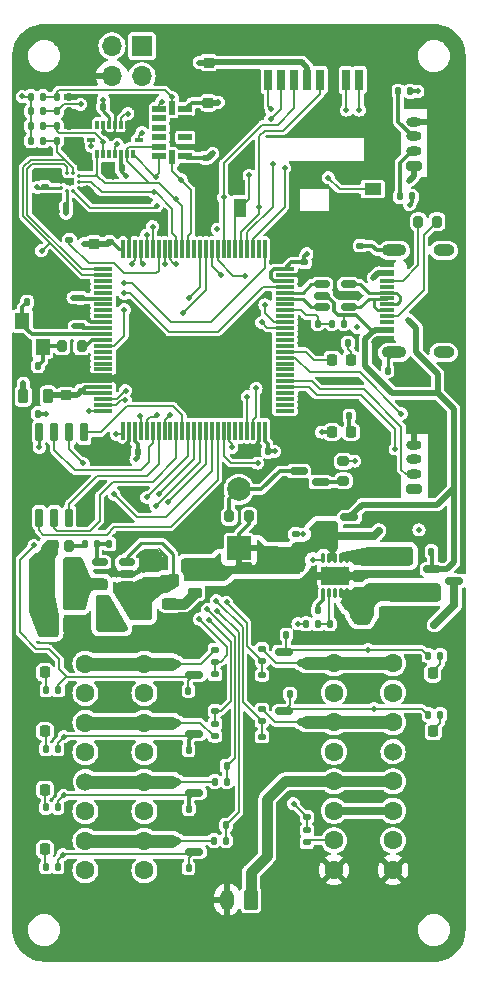
<source format=gbr>
%TF.GenerationSoftware,KiCad,Pcbnew,7.0.2-0*%
%TF.CreationDate,2023-10-14T01:58:59-05:00*%
%TF.ProjectId,Flight Computer,466c6967-6874-4204-936f-6d7075746572,1.1*%
%TF.SameCoordinates,Original*%
%TF.FileFunction,Copper,L1,Top*%
%TF.FilePolarity,Positive*%
%FSLAX46Y46*%
G04 Gerber Fmt 4.6, Leading zero omitted, Abs format (unit mm)*
G04 Created by KiCad (PCBNEW 7.0.2-0) date 2023-10-14 01:58:59*
%MOMM*%
%LPD*%
G01*
G04 APERTURE LIST*
G04 Aperture macros list*
%AMRoundRect*
0 Rectangle with rounded corners*
0 $1 Rounding radius*
0 $2 $3 $4 $5 $6 $7 $8 $9 X,Y pos of 4 corners*
0 Add a 4 corners polygon primitive as box body*
4,1,4,$2,$3,$4,$5,$6,$7,$8,$9,$2,$3,0*
0 Add four circle primitives for the rounded corners*
1,1,$1+$1,$2,$3*
1,1,$1+$1,$4,$5*
1,1,$1+$1,$6,$7*
1,1,$1+$1,$8,$9*
0 Add four rect primitives between the rounded corners*
20,1,$1+$1,$2,$3,$4,$5,0*
20,1,$1+$1,$4,$5,$6,$7,0*
20,1,$1+$1,$6,$7,$8,$9,0*
20,1,$1+$1,$8,$9,$2,$3,0*%
G04 Aperture macros list end*
%TA.AperFunction,SMDPad,CuDef*%
%ADD10RoundRect,0.150000X-0.587500X-0.150000X0.587500X-0.150000X0.587500X0.150000X-0.587500X0.150000X0*%
%TD*%
%TA.AperFunction,SMDPad,CuDef*%
%ADD11RoundRect,0.135000X-0.185000X0.135000X-0.185000X-0.135000X0.185000X-0.135000X0.185000X0.135000X0*%
%TD*%
%TA.AperFunction,SMDPad,CuDef*%
%ADD12RoundRect,0.218750X-0.218750X-0.256250X0.218750X-0.256250X0.218750X0.256250X-0.218750X0.256250X0*%
%TD*%
%TA.AperFunction,SMDPad,CuDef*%
%ADD13RoundRect,0.150000X0.587500X0.150000X-0.587500X0.150000X-0.587500X-0.150000X0.587500X-0.150000X0*%
%TD*%
%TA.AperFunction,SMDPad,CuDef*%
%ADD14RoundRect,0.200000X-0.275000X0.200000X-0.275000X-0.200000X0.275000X-0.200000X0.275000X0.200000X0*%
%TD*%
%TA.AperFunction,SMDPad,CuDef*%
%ADD15RoundRect,0.218750X0.218750X0.256250X-0.218750X0.256250X-0.218750X-0.256250X0.218750X-0.256250X0*%
%TD*%
%TA.AperFunction,SMDPad,CuDef*%
%ADD16RoundRect,0.135000X0.185000X-0.135000X0.185000X0.135000X-0.185000X0.135000X-0.185000X-0.135000X0*%
%TD*%
%TA.AperFunction,SMDPad,CuDef*%
%ADD17RoundRect,0.135000X-0.135000X-0.185000X0.135000X-0.185000X0.135000X0.185000X-0.135000X0.185000X0*%
%TD*%
%TA.AperFunction,SMDPad,CuDef*%
%ADD18RoundRect,0.200000X0.200000X0.275000X-0.200000X0.275000X-0.200000X-0.275000X0.200000X-0.275000X0*%
%TD*%
%TA.AperFunction,SMDPad,CuDef*%
%ADD19RoundRect,0.140000X0.140000X0.170000X-0.140000X0.170000X-0.140000X-0.170000X0.140000X-0.170000X0*%
%TD*%
%TA.AperFunction,SMDPad,CuDef*%
%ADD20RoundRect,0.225000X-0.250000X0.225000X-0.250000X-0.225000X0.250000X-0.225000X0.250000X0.225000X0*%
%TD*%
%TA.AperFunction,SMDPad,CuDef*%
%ADD21RoundRect,0.140000X-0.140000X-0.170000X0.140000X-0.170000X0.140000X0.170000X-0.140000X0.170000X0*%
%TD*%
%TA.AperFunction,SMDPad,CuDef*%
%ADD22RoundRect,0.218750X-0.381250X0.218750X-0.381250X-0.218750X0.381250X-0.218750X0.381250X0.218750X0*%
%TD*%
%TA.AperFunction,SMDPad,CuDef*%
%ADD23RoundRect,0.140000X-0.170000X0.140000X-0.170000X-0.140000X0.170000X-0.140000X0.170000X0.140000X0*%
%TD*%
%TA.AperFunction,SMDPad,CuDef*%
%ADD24RoundRect,0.218750X0.218750X0.381250X-0.218750X0.381250X-0.218750X-0.381250X0.218750X-0.381250X0*%
%TD*%
%TA.AperFunction,ComponentPad*%
%ADD25RoundRect,0.200000X0.450000X-0.200000X0.450000X0.200000X-0.450000X0.200000X-0.450000X-0.200000X0*%
%TD*%
%TA.AperFunction,ComponentPad*%
%ADD26O,1.300000X0.800000*%
%TD*%
%TA.AperFunction,SMDPad,CuDef*%
%ADD27RoundRect,0.140000X0.170000X-0.140000X0.170000X0.140000X-0.170000X0.140000X-0.170000X-0.140000X0*%
%TD*%
%TA.AperFunction,SMDPad,CuDef*%
%ADD28RoundRect,0.135000X0.135000X0.185000X-0.135000X0.185000X-0.135000X-0.185000X0.135000X-0.185000X0*%
%TD*%
%TA.AperFunction,SMDPad,CuDef*%
%ADD29RoundRect,0.075000X-0.725000X-0.075000X0.725000X-0.075000X0.725000X0.075000X-0.725000X0.075000X0*%
%TD*%
%TA.AperFunction,SMDPad,CuDef*%
%ADD30RoundRect,0.075000X-0.075000X-0.725000X0.075000X-0.725000X0.075000X0.725000X-0.075000X0.725000X0*%
%TD*%
%TA.AperFunction,SMDPad,CuDef*%
%ADD31RoundRect,0.225000X0.250000X-0.225000X0.250000X0.225000X-0.250000X0.225000X-0.250000X-0.225000X0*%
%TD*%
%TA.AperFunction,SMDPad,CuDef*%
%ADD32RoundRect,0.200000X-0.200000X-0.275000X0.200000X-0.275000X0.200000X0.275000X-0.200000X0.275000X0*%
%TD*%
%TA.AperFunction,SMDPad,CuDef*%
%ADD33R,1.240000X0.600000*%
%TD*%
%TA.AperFunction,SMDPad,CuDef*%
%ADD34R,1.240000X0.300000*%
%TD*%
%TA.AperFunction,ComponentPad*%
%ADD35O,2.100000X1.000000*%
%TD*%
%TA.AperFunction,ComponentPad*%
%ADD36O,1.800000X1.000000*%
%TD*%
%TA.AperFunction,SMDPad,CuDef*%
%ADD37RoundRect,0.150000X0.512500X0.150000X-0.512500X0.150000X-0.512500X-0.150000X0.512500X-0.150000X0*%
%TD*%
%TA.AperFunction,SMDPad,CuDef*%
%ADD38R,0.700000X1.750000*%
%TD*%
%TA.AperFunction,SMDPad,CuDef*%
%ADD39R,1.450000X1.000000*%
%TD*%
%TA.AperFunction,SMDPad,CuDef*%
%ADD40R,1.000000X1.550000*%
%TD*%
%TA.AperFunction,SMDPad,CuDef*%
%ADD41R,0.800000X1.500000*%
%TD*%
%TA.AperFunction,SMDPad,CuDef*%
%ADD42R,1.300000X1.500000*%
%TD*%
%TA.AperFunction,SMDPad,CuDef*%
%ADD43R,1.500000X1.500000*%
%TD*%
%TA.AperFunction,SMDPad,CuDef*%
%ADD44R,0.800000X1.400000*%
%TD*%
%TA.AperFunction,SMDPad,CuDef*%
%ADD45RoundRect,0.250000X-0.250000X-0.475000X0.250000X-0.475000X0.250000X0.475000X-0.250000X0.475000X0*%
%TD*%
%TA.AperFunction,SMDPad,CuDef*%
%ADD46R,1.200000X1.400000*%
%TD*%
%TA.AperFunction,SMDPad,CuDef*%
%ADD47RoundRect,0.250000X-0.475000X0.250000X-0.475000X-0.250000X0.475000X-0.250000X0.475000X0.250000X0*%
%TD*%
%TA.AperFunction,SMDPad,CuDef*%
%ADD48R,1.100000X3.700000*%
%TD*%
%TA.AperFunction,SMDPad,CuDef*%
%ADD49R,3.700000X1.100000*%
%TD*%
%TA.AperFunction,SMDPad,CuDef*%
%ADD50RoundRect,0.012500X0.112500X-0.325000X0.112500X0.325000X-0.112500X0.325000X-0.112500X-0.325000X0*%
%TD*%
%TA.AperFunction,SMDPad,CuDef*%
%ADD51RoundRect,0.012500X0.325000X-0.112500X0.325000X0.112500X-0.325000X0.112500X-0.325000X-0.112500X0*%
%TD*%
%TA.AperFunction,SMDPad,CuDef*%
%ADD52R,0.280000X0.280000*%
%TD*%
%TA.AperFunction,SMDPad,CuDef*%
%ADD53O,0.280000X0.850000*%
%TD*%
%TA.AperFunction,ComponentPad*%
%ADD54C,0.600000*%
%TD*%
%TA.AperFunction,SMDPad,CuDef*%
%ADD55R,1.050000X0.680000*%
%TD*%
%TA.AperFunction,SMDPad,CuDef*%
%ADD56R,0.500000X0.260000*%
%TD*%
%TA.AperFunction,SMDPad,CuDef*%
%ADD57R,0.700000X0.280000*%
%TD*%
%TA.AperFunction,SMDPad,CuDef*%
%ADD58R,2.400000X1.650000*%
%TD*%
%TA.AperFunction,SMDPad,CuDef*%
%ADD59RoundRect,0.012500X0.112500X0.125000X-0.112500X0.125000X-0.112500X-0.125000X0.112500X-0.125000X0*%
%TD*%
%TA.AperFunction,SMDPad,CuDef*%
%ADD60RoundRect,0.012500X0.125000X0.112500X-0.125000X0.112500X-0.125000X-0.112500X0.125000X-0.112500X0*%
%TD*%
%TA.AperFunction,SMDPad,CuDef*%
%ADD61RoundRect,0.243750X0.456250X-0.243750X0.456250X0.243750X-0.456250X0.243750X-0.456250X-0.243750X0*%
%TD*%
%TA.AperFunction,SMDPad,CuDef*%
%ADD62RoundRect,0.027500X0.545000X0.247500X-0.545000X0.247500X-0.545000X-0.247500X0.545000X-0.247500X0*%
%TD*%
%TA.AperFunction,SMDPad,CuDef*%
%ADD63RoundRect,0.027500X0.247500X0.545000X-0.247500X0.545000X-0.247500X-0.545000X0.247500X-0.545000X0*%
%TD*%
%TA.AperFunction,SMDPad,CuDef*%
%ADD64RoundRect,0.150000X0.150000X-0.650000X0.150000X0.650000X-0.150000X0.650000X-0.150000X-0.650000X0*%
%TD*%
%TA.AperFunction,SMDPad,CuDef*%
%ADD65RoundRect,0.225000X0.225000X0.375000X-0.225000X0.375000X-0.225000X-0.375000X0.225000X-0.375000X0*%
%TD*%
%TA.AperFunction,ComponentPad*%
%ADD66RoundRect,0.250000X0.350000X0.625000X-0.350000X0.625000X-0.350000X-0.625000X0.350000X-0.625000X0*%
%TD*%
%TA.AperFunction,ComponentPad*%
%ADD67O,1.200000X1.750000*%
%TD*%
%TA.AperFunction,ComponentPad*%
%ADD68C,1.600000*%
%TD*%
%TA.AperFunction,ComponentPad*%
%ADD69C,1.524000*%
%TD*%
%TA.AperFunction,ComponentPad*%
%ADD70R,2.000000X2.000000*%
%TD*%
%TA.AperFunction,ComponentPad*%
%ADD71C,2.000000*%
%TD*%
%TA.AperFunction,ComponentPad*%
%ADD72R,1.700000X1.700000*%
%TD*%
%TA.AperFunction,ComponentPad*%
%ADD73O,1.700000X1.700000*%
%TD*%
%TA.AperFunction,ViaPad*%
%ADD74C,0.500000*%
%TD*%
%TA.AperFunction,Conductor*%
%ADD75C,0.700000*%
%TD*%
%TA.AperFunction,Conductor*%
%ADD76C,0.300000*%
%TD*%
%TA.AperFunction,Conductor*%
%ADD77C,0.127000*%
%TD*%
%TA.AperFunction,Conductor*%
%ADD78C,0.500000*%
%TD*%
%TA.AperFunction,Conductor*%
%ADD79C,0.250000*%
%TD*%
%TA.AperFunction,Conductor*%
%ADD80C,0.286004*%
%TD*%
%TA.AperFunction,Conductor*%
%ADD81C,1.100000*%
%TD*%
%TA.AperFunction,Conductor*%
%ADD82C,0.900000*%
%TD*%
G04 APERTURE END LIST*
D10*
%TO.P,Q9,1,G*%
%TO.N,/USB 5V in*%
X168662500Y-109997500D03*
%TO.P,Q9,2,S*%
%TO.N,/Connectors and Power Supply/Power Supply/Boost Converter Vin*%
X168662500Y-111897500D03*
%TO.P,Q9,3,D*%
%TO.N,/Main battery in*%
X170537500Y-110947500D03*
%TD*%
D11*
%TO.P,R3,1*%
%TO.N,GND*%
X137950000Y-81090000D03*
%TO.P,R3,2*%
%TO.N,Net-(U1-BOOT0)*%
X137950000Y-82110000D03*
%TD*%
D12*
%TO.P,D8,1,K*%
%TO.N,GND*%
X134312500Y-123700000D03*
%TO.P,D8,2,A*%
%TO.N,Net-(D8-A)*%
X135887500Y-123700000D03*
%TD*%
D13*
%TO.P,Q2,1,G*%
%TO.N,/Pyro Channel A Trigger*%
X148537500Y-133912500D03*
%TO.P,Q2,2,S*%
%TO.N,GND*%
X148537500Y-132012500D03*
%TO.P,Q2,3,D*%
%TO.N,/Pyrotechnic Channels/Pyro Channel A*%
X146662500Y-132962500D03*
%TD*%
D14*
%TO.P,R18,1*%
%TO.N,Net-(U1-PD13)*%
X161150000Y-100837500D03*
%TO.P,R18,2*%
%TO.N,Net-(Q1-B)*%
X161150000Y-102487500D03*
%TD*%
D11*
%TO.P,R14,1*%
%TO.N,/Pyro F Continuity Voltage*%
X154250000Y-124140000D03*
%TO.P,R14,2*%
%TO.N,GND*%
X154250000Y-125160000D03*
%TD*%
D13*
%TO.P,Q1,1,B*%
%TO.N,Net-(Q1-B)*%
X159237500Y-102612500D03*
%TO.P,Q1,2,E*%
%TO.N,GND*%
X159237500Y-100712500D03*
%TO.P,Q1,3,C*%
%TO.N,Net-(BZ1-+)*%
X157362500Y-101662500D03*
%TD*%
D15*
%TO.P,D2,1,K*%
%TO.N,Net-(D2-K)*%
X161787500Y-98362500D03*
%TO.P,D2,2,A*%
%TO.N,+3.3V*%
X160212500Y-98362500D03*
%TD*%
D11*
%TO.P,R13,1*%
%TO.N,/Pyrotechnic Channels/Pyro Channel F*%
X154250000Y-121840000D03*
%TO.P,R13,2*%
%TO.N,/Pyro F Continuity Voltage*%
X154250000Y-122860000D03*
%TD*%
D16*
%TO.P,R9,1*%
%TO.N,/Pyrotechnic Channels/Pyro Channel C*%
X150270000Y-124080000D03*
%TO.P,R9,2*%
%TO.N,/Pyro C Continuity Voltage*%
X150270000Y-123060000D03*
%TD*%
D17*
%TO.P,R19,1*%
%TO.N,Net-(J7-SHIELD)*%
X164890000Y-93162500D03*
%TO.P,R19,2*%
%TO.N,GND*%
X165910000Y-93162500D03*
%TD*%
D18*
%TO.P,R2,1*%
%TO.N,Net-(U1-PH1)*%
X138975000Y-91087500D03*
%TO.P,R2,2*%
%TO.N,Net-(C10-Pad1)*%
X137325000Y-91087500D03*
%TD*%
D19*
%TO.P,C10,1*%
%TO.N,Net-(C10-Pad1)*%
X135280000Y-92762500D03*
%TO.P,C10,2*%
%TO.N,GND*%
X134320000Y-92762500D03*
%TD*%
D17*
%TO.P,R22,1*%
%TO.N,Net-(U8-FB)*%
X160020000Y-114600000D03*
%TO.P,R22,2*%
%TO.N,GND*%
X161040000Y-114600000D03*
%TD*%
D20*
%TO.P,C1,1*%
%TO.N,+3.3V*%
X149700000Y-70475000D03*
%TO.P,C1,2*%
%TO.N,GND*%
X149700000Y-72025000D03*
%TD*%
D16*
%TO.P,R23,1*%
%TO.N,+5V*%
X157100000Y-108022500D03*
%TO.P,R23,2*%
%TO.N,Net-(U8-PG)*%
X157100000Y-107002500D03*
%TD*%
D21*
%TO.P,C8,1*%
%TO.N,+3.3V*%
X140820000Y-70850000D03*
%TO.P,C8,2*%
%TO.N,GND*%
X141780000Y-70850000D03*
%TD*%
D19*
%TO.P,C15,1*%
%TO.N,+3.3V*%
X143730000Y-100050000D03*
%TO.P,C15,2*%
%TO.N,GND*%
X142770000Y-100050000D03*
%TD*%
D11*
%TO.P,R15,1*%
%TO.N,/Pyrotechnic Channels/Pyro Channel D*%
X150280000Y-116790000D03*
%TO.P,R15,2*%
%TO.N,/Pyro D Continuity Voltage*%
X150280000Y-117810000D03*
%TD*%
D16*
%TO.P,R35,1*%
%TO.N,/Ignition Battery Voltage*%
X158060000Y-130957500D03*
%TO.P,R35,2*%
%TO.N,GND*%
X158060000Y-129937500D03*
%TD*%
D22*
%TO.P,FB2,1*%
%TO.N,+5V*%
X148550000Y-109837500D03*
%TO.P,FB2,2*%
%TO.N,Net-(F1-Pad1)*%
X148550000Y-111962500D03*
%TD*%
D15*
%TO.P,D4,1,K*%
%TO.N,GND*%
X170287500Y-118800000D03*
%TO.P,D4,2,A*%
%TO.N,Net-(D4-A)*%
X168712500Y-118800000D03*
%TD*%
D18*
%TO.P,R21,1*%
%TO.N,Net-(J7-CC2)*%
X167500000Y-80550000D03*
%TO.P,R21,2*%
%TO.N,GND*%
X165850000Y-80550000D03*
%TD*%
D17*
%TO.P,R53,1*%
%TO.N,/Chip Select Low G Gyro*%
X136890000Y-71200000D03*
%TO.P,R53,2*%
%TO.N,GND*%
X137910000Y-71200000D03*
%TD*%
D23*
%TO.P,C25,1*%
%TO.N,Net-(J7-SHIELD)*%
X162580000Y-82580000D03*
%TO.P,C25,2*%
%TO.N,GND*%
X162580000Y-83540000D03*
%TD*%
D24*
%TO.P,FB1,1*%
%TO.N,/Microcontroller/VDDA*%
X136162500Y-95312500D03*
%TO.P,FB1,2*%
%TO.N,+3.3V*%
X134037500Y-95312500D03*
%TD*%
D25*
%TO.P,J8,1,Pin_1*%
%TO.N,+5V*%
X167100000Y-103175000D03*
D26*
%TO.P,J8,2,Pin_2*%
%TO.N,/UART3 RX*%
X167100000Y-101925000D03*
%TO.P,J8,3,Pin_3*%
%TO.N,/UART3 TX*%
X167100000Y-100675000D03*
%TO.P,J8,4,Pin_4*%
%TO.N,GND*%
X167100000Y-99425000D03*
%TD*%
D27*
%TO.P,C16,1*%
%TO.N,/Microcontroller/VDDA*%
X139000000Y-94867500D03*
%TO.P,C16,2*%
%TO.N,GND*%
X139000000Y-93907500D03*
%TD*%
D19*
%TO.P,C18,1*%
%TO.N,Net-(U8-SS)*%
X158980000Y-113450000D03*
%TO.P,C18,2*%
%TO.N,GND*%
X158020000Y-113450000D03*
%TD*%
D17*
%TO.P,R37,1*%
%TO.N,/Pyro Channel E Trigger*%
X168340000Y-117300000D03*
%TO.P,R37,2*%
%TO.N,Net-(D4-A)*%
X169360000Y-117300000D03*
%TD*%
D19*
%TO.P,C3,1*%
%TO.N,+3.3V*%
X137680000Y-79250000D03*
%TO.P,C3,2*%
%TO.N,GND*%
X136720000Y-79250000D03*
%TD*%
D28*
%TO.P,R46,1*%
%TO.N,Net-(U1-PA9)*%
X158980000Y-89180000D03*
%TO.P,R46,2*%
%TO.N,GND*%
X157960000Y-89180000D03*
%TD*%
%TO.P,R17,1*%
%TO.N,Net-(D1-K)*%
X161520000Y-90830000D03*
%TO.P,R17,2*%
%TO.N,GND*%
X160500000Y-90830000D03*
%TD*%
D29*
%TO.P,U1,1,PE2*%
%TO.N,/Altimeter Interrupt*%
X140825000Y-84562500D03*
%TO.P,U1,2,PE3*%
%TO.N,/Chip Select Altimeter*%
X140825000Y-85062500D03*
%TO.P,U1,3,PE4*%
%TO.N,unconnected-(U1-PE4-Pad3)*%
X140825000Y-85562500D03*
%TO.P,U1,4,PE5*%
%TO.N,unconnected-(U1-PE5-Pad4)*%
X140825000Y-86062500D03*
%TO.P,U1,5,PE6*%
%TO.N,unconnected-(U1-PE6-Pad5)*%
X140825000Y-86562500D03*
%TO.P,U1,6,VBAT*%
%TO.N,+3.3V*%
X140825000Y-87062500D03*
%TO.P,U1,7,PC13*%
%TO.N,unconnected-(U1-PC13-Pad7)*%
X140825000Y-87562500D03*
%TO.P,U1,8,PC14*%
%TO.N,unconnected-(U1-PC14-Pad8)*%
X140825000Y-88062500D03*
%TO.P,U1,9,PC15*%
%TO.N,unconnected-(U1-PC15-Pad9)*%
X140825000Y-88562500D03*
%TO.P,U1,10,VSS*%
%TO.N,GND*%
X140825000Y-89062500D03*
%TO.P,U1,11,VDD*%
%TO.N,+3.3V*%
X140825000Y-89562500D03*
%TO.P,U1,12,PH0*%
%TO.N,Net-(U1-PH0)*%
X140825000Y-90062500D03*
%TO.P,U1,13,PH1*%
%TO.N,Net-(U1-PH1)*%
X140825000Y-90562500D03*
%TO.P,U1,14,NRST*%
%TO.N,/NRST*%
X140825000Y-91062500D03*
%TO.P,U1,15,PC0*%
%TO.N,unconnected-(U1-PC0-Pad15)*%
X140825000Y-91562500D03*
%TO.P,U1,16,PC1*%
%TO.N,unconnected-(U1-PC1-Pad16)*%
X140825000Y-92062500D03*
%TO.P,U1,17,PC2*%
%TO.N,unconnected-(U1-PC2-Pad17)*%
X140825000Y-92562500D03*
%TO.P,U1,18,PC3*%
%TO.N,unconnected-(U1-PC3-Pad18)*%
X140825000Y-93062500D03*
%TO.P,U1,19,VSSA*%
%TO.N,GND*%
X140825000Y-93562500D03*
%TO.P,U1,20,VREF-*%
X140825000Y-94062500D03*
%TO.P,U1,21,VREF+*%
%TO.N,/Microcontroller/VDDA*%
X140825000Y-94562500D03*
%TO.P,U1,22,VDDA*%
X140825000Y-95062500D03*
%TO.P,U1,23,PA0*%
%TO.N,/Pyro A Continuity Voltage*%
X140825000Y-95562500D03*
%TO.P,U1,24,PA1*%
%TO.N,/Pyro B Continuity Voltage*%
X140825000Y-96062500D03*
%TO.P,U1,25,PA2*%
%TO.N,/Pyro C Continuity Voltage*%
X140825000Y-96562500D03*
D30*
%TO.P,U1,26,PA3*%
%TO.N,/Pyro D Continuity Voltage*%
X142500000Y-98237500D03*
%TO.P,U1,27,VSS*%
%TO.N,GND*%
X143000000Y-98237500D03*
%TO.P,U1,28,VDD*%
%TO.N,+3.3V*%
X143500000Y-98237500D03*
%TO.P,U1,29,PA4*%
%TO.N,/Pyro F Continuity Voltage*%
X144000000Y-98237500D03*
%TO.P,U1,30,PA5*%
%TO.N,/Pyro E Continuity Voltage*%
X144500000Y-98237500D03*
%TO.P,U1,31,PA6*%
%TO.N,/QSPI IO3*%
X145000000Y-98237500D03*
%TO.P,U1,32,PA7*%
%TO.N,/QSPI IO2*%
X145500000Y-98237500D03*
%TO.P,U1,33,PC4*%
%TO.N,/Ignition Battery Voltage*%
X146000000Y-98237500D03*
%TO.P,U1,34,PC5*%
%TO.N,unconnected-(U1-PC5-Pad34)*%
X146500000Y-98237500D03*
%TO.P,U1,35,PB0*%
%TO.N,/QSPI IO1*%
X147000000Y-98237500D03*
%TO.P,U1,36,PB1*%
%TO.N,/QSPI IO0*%
X147500000Y-98237500D03*
%TO.P,U1,37,PB2*%
%TO.N,/Pyro Channel A Trigger*%
X148000000Y-98237500D03*
%TO.P,U1,38,PE7*%
%TO.N,/Pyro Channel B Trigger*%
X148500000Y-98237500D03*
%TO.P,U1,39,PE8*%
%TO.N,/Pyro Channel C Trigger*%
X149000000Y-98237500D03*
%TO.P,U1,40,PE9*%
%TO.N,/Pyro Channel D Trigger*%
X149500000Y-98237500D03*
%TO.P,U1,41,PE10*%
%TO.N,/QSPI Clock*%
X150000000Y-98237500D03*
%TO.P,U1,42,PE11*%
%TO.N,/QSPI Chip Select*%
X150500000Y-98237500D03*
%TO.P,U1,43,PE12*%
%TO.N,/Pyro Channel F Trigger*%
X151000000Y-98237500D03*
%TO.P,U1,44,PE13*%
%TO.N,/Pyro Channel E Trigger*%
X151500000Y-98237500D03*
%TO.P,U1,45,PE14*%
%TO.N,unconnected-(U1-PE14-Pad45)*%
X152000000Y-98237500D03*
%TO.P,U1,46,PE15*%
%TO.N,unconnected-(U1-PE15-Pad46)*%
X152500000Y-98237500D03*
%TO.P,U1,47,PB10*%
%TO.N,/I2C2 SCL*%
X153000000Y-98237500D03*
%TO.P,U1,48,PB11*%
%TO.N,/I2C2 SDA*%
X153500000Y-98237500D03*
%TO.P,U1,49,VSS*%
%TO.N,GND*%
X154000000Y-98237500D03*
%TO.P,U1,50,VDD*%
%TO.N,+3.3V*%
X154500000Y-98237500D03*
D29*
%TO.P,U1,51,PB12*%
%TO.N,unconnected-(U1-PB12-Pad51)*%
X156175000Y-96562500D03*
%TO.P,U1,52,PB13*%
%TO.N,unconnected-(U1-PB13-Pad52)*%
X156175000Y-96062500D03*
%TO.P,U1,53,PB14*%
%TO.N,unconnected-(U1-PB14-Pad53)*%
X156175000Y-95562500D03*
%TO.P,U1,54,PB15*%
%TO.N,unconnected-(U1-PB15-Pad54)*%
X156175000Y-95062500D03*
%TO.P,U1,55,PD8*%
%TO.N,/UART3 TX*%
X156175000Y-94562500D03*
%TO.P,U1,56,PD9*%
%TO.N,/UART3 RX*%
X156175000Y-94062500D03*
%TO.P,U1,57,PD10*%
%TO.N,unconnected-(U1-PD10-Pad57)*%
X156175000Y-93562500D03*
%TO.P,U1,58,PD11*%
%TO.N,unconnected-(U1-PD11-Pad58)*%
X156175000Y-93062500D03*
%TO.P,U1,59,PD12*%
%TO.N,unconnected-(U1-PD12-Pad59)*%
X156175000Y-92562500D03*
%TO.P,U1,60,PD13*%
%TO.N,Net-(U1-PD13)*%
X156175000Y-92062500D03*
%TO.P,U1,61,PD14*%
%TO.N,Net-(D1-A)*%
X156175000Y-91562500D03*
%TO.P,U1,62,PD15*%
%TO.N,unconnected-(U1-PD15-Pad62)*%
X156175000Y-91062500D03*
%TO.P,U1,63,PC6*%
%TO.N,unconnected-(U1-PC6-Pad63)*%
X156175000Y-90562500D03*
%TO.P,U1,64,PC7*%
%TO.N,unconnected-(U1-PC7-Pad64)*%
X156175000Y-90062500D03*
%TO.P,U1,65,PC8*%
%TO.N,/SDMMC Data 0*%
X156175000Y-89562500D03*
%TO.P,U1,66,PC9*%
%TO.N,/SDMMC Data 1*%
X156175000Y-89062500D03*
%TO.P,U1,67,PA8*%
%TO.N,unconnected-(U1-PA8-Pad67)*%
X156175000Y-88562500D03*
%TO.P,U1,68,PA9*%
%TO.N,Net-(U1-PA9)*%
X156175000Y-88062500D03*
%TO.P,U1,69,PA10*%
%TO.N,unconnected-(U1-PA10-Pad69)*%
X156175000Y-87562500D03*
%TO.P,U1,70,PA11*%
%TO.N,/USB D-*%
X156175000Y-87062500D03*
%TO.P,U1,71,PA12*%
%TO.N,/USB D+*%
X156175000Y-86562500D03*
%TO.P,U1,72,PA13*%
%TO.N,/SWDIO*%
X156175000Y-86062500D03*
%TO.P,U1,73,VDDUSB*%
%TO.N,+3.3V*%
X156175000Y-85562500D03*
%TO.P,U1,74,VSS*%
%TO.N,GND*%
X156175000Y-85062500D03*
%TO.P,U1,75,VDD*%
%TO.N,+3.3V*%
X156175000Y-84562500D03*
D30*
%TO.P,U1,76,PA14*%
%TO.N,/SWCLK*%
X154500000Y-82887500D03*
%TO.P,U1,77,PA15*%
%TO.N,unconnected-(U1-PA15-Pad77)*%
X154000000Y-82887500D03*
%TO.P,U1,78,PC10*%
%TO.N,/SDMMC Data 2*%
X153500000Y-82887500D03*
%TO.P,U1,79,PC11*%
%TO.N,/SDMMC Data 3*%
X153000000Y-82887500D03*
%TO.P,U1,80,PC12*%
%TO.N,/SDMMC Clock*%
X152500000Y-82887500D03*
%TO.P,U1,81,PD0*%
%TO.N,/SD Card Detect*%
X152000000Y-82887500D03*
%TO.P,U1,82,PD1*%
%TO.N,unconnected-(U1-PD1-Pad82)*%
X151500000Y-82887500D03*
%TO.P,U1,83,PD2*%
%TO.N,/SDMMC Command*%
X151000000Y-82887500D03*
%TO.P,U1,84,PD3*%
%TO.N,/GPS External Interrupt*%
X150500000Y-82887500D03*
%TO.P,U1,85,PD4*%
%TO.N,/GPS Reset*%
X150000000Y-82887500D03*
%TO.P,U1,86,PD5*%
%TO.N,/UART2 TX*%
X149500000Y-82887500D03*
%TO.P,U1,87,PD6*%
%TO.N,/UART2 RX*%
X149000000Y-82887500D03*
%TO.P,U1,88,PD7*%
%TO.N,unconnected-(U1-PD7-Pad88)*%
X148500000Y-82887500D03*
%TO.P,U1,89,PB3*%
%TO.N,/SPI1 SCK*%
X148000000Y-82887500D03*
%TO.P,U1,90,PB4*%
%TO.N,/SPI1 MISO*%
X147500000Y-82887500D03*
%TO.P,U1,91,PB5*%
%TO.N,/SPI1 MOSI*%
X147000000Y-82887500D03*
%TO.P,U1,92,PB6*%
%TO.N,/Chip Select High G Accel*%
X146500000Y-82887500D03*
%TO.P,U1,93,PB7*%
%TO.N,/High G Interrupt*%
X146000000Y-82887500D03*
%TO.P,U1,94,BOOT0*%
%TO.N,Net-(U1-BOOT0)*%
X145500000Y-82887500D03*
%TO.P,U1,95,PB8*%
%TO.N,/Chip Select Low G Gyro*%
X145000000Y-82887500D03*
%TO.P,U1,96,PB9*%
%TO.N,/Low G Gyro Interrupt*%
X144500000Y-82887500D03*
%TO.P,U1,97,PE0*%
%TO.N,/Chip Select Low G Accel*%
X144000000Y-82887500D03*
%TO.P,U1,98,PE1*%
%TO.N,/Low G Accel Interrupt*%
X143500000Y-82887500D03*
%TO.P,U1,99,VSS*%
%TO.N,GND*%
X143000000Y-82887500D03*
%TO.P,U1,100,VDD*%
%TO.N,+3.3V*%
X142500000Y-82887500D03*
%TD*%
D15*
%TO.P,D5,1,K*%
%TO.N,GND*%
X170337500Y-123700000D03*
%TO.P,D5,2,A*%
%TO.N,Net-(D5-A)*%
X168762500Y-123700000D03*
%TD*%
D31*
%TO.P,C7,1*%
%TO.N,+3.3V*%
X140000000Y-82425000D03*
%TO.P,C7,2*%
%TO.N,GND*%
X140000000Y-80875000D03*
%TD*%
D28*
%TO.P,R39,1*%
%TO.N,/Pyro Channel D Trigger*%
X137010000Y-120200000D03*
%TO.P,R39,2*%
%TO.N,Net-(D6-A)*%
X135990000Y-120200000D03*
%TD*%
D19*
%TO.P,C29,1*%
%TO.N,+3.3V*%
X135280000Y-96800000D03*
%TO.P,C29,2*%
%TO.N,GND*%
X134320000Y-96800000D03*
%TD*%
D28*
%TO.P,R27,1*%
%TO.N,+3.3V*%
X166960000Y-78412500D03*
%TO.P,R27,2*%
%TO.N,/I2C2 SDA*%
X165940000Y-78412500D03*
%TD*%
D17*
%TO.P,R38,1*%
%TO.N,/Pyro Channel F Trigger*%
X168340000Y-122300000D03*
%TO.P,R38,2*%
%TO.N,Net-(D5-A)*%
X169360000Y-122300000D03*
%TD*%
%TO.P,R33,1*%
%TO.N,/Pyro Channel C Trigger*%
X148040000Y-125262500D03*
%TO.P,R33,2*%
%TO.N,GND*%
X149060000Y-125262500D03*
%TD*%
%TO.P,R44,1*%
%TO.N,Net-(R42-Pad2)*%
X139240000Y-107850000D03*
%TO.P,R44,2*%
%TO.N,Net-(U9-FB)*%
X140260000Y-107850000D03*
%TD*%
%TO.P,R1,1*%
%TO.N,/USB 5V in*%
X168590000Y-108500000D03*
%TO.P,R1,2*%
%TO.N,GND*%
X169610000Y-108500000D03*
%TD*%
D28*
%TO.P,R40,1*%
%TO.N,/Pyro Channel B Trigger*%
X136960000Y-130150000D03*
%TO.P,R40,2*%
%TO.N,Net-(D7-A)*%
X135940000Y-130150000D03*
%TD*%
D32*
%TO.P,R42,1*%
%TO.N,+3.3V*%
X136275000Y-108000000D03*
%TO.P,R42,2*%
%TO.N,Net-(R42-Pad2)*%
X137925000Y-108000000D03*
%TD*%
D33*
%TO.P,J7,A1,GND*%
%TO.N,GND*%
X164840000Y-90502500D03*
%TO.P,J7,A4,VBUS*%
%TO.N,/USB 5V in*%
X164840000Y-89702500D03*
D34*
%TO.P,J7,A5,CC1*%
%TO.N,Net-(J7-CC1)*%
X164840000Y-88552500D03*
%TO.P,J7,A6,D+*%
%TO.N,/Connectors and Power Supply/USB CONN D+*%
X164840000Y-87552500D03*
%TO.P,J7,A7,D-*%
%TO.N,/Connectors and Power Supply/USB CONN D-*%
X164840000Y-87052500D03*
%TO.P,J7,A8,SBU1*%
%TO.N,unconnected-(J7-SBU1-PadA8)*%
X164840000Y-86052500D03*
D33*
%TO.P,J7,A9,VBUS*%
%TO.N,/USB 5V in*%
X164840000Y-84902500D03*
%TO.P,J7,A12,GND*%
%TO.N,GND*%
X164840000Y-84102500D03*
%TO.P,J7,B1,GND*%
X164840000Y-84102500D03*
%TO.P,J7,B4,VBUS*%
%TO.N,/USB 5V in*%
X164840000Y-84902500D03*
D34*
%TO.P,J7,B5,CC2*%
%TO.N,Net-(J7-CC2)*%
X164840000Y-85552500D03*
%TO.P,J7,B6,D+*%
%TO.N,/Connectors and Power Supply/USB CONN D+*%
X164840000Y-86552500D03*
%TO.P,J7,B7,D-*%
%TO.N,/Connectors and Power Supply/USB CONN D-*%
X164840000Y-88052500D03*
%TO.P,J7,B8,SBU2*%
%TO.N,unconnected-(J7-SBU2-PadB8)*%
X164840000Y-89052500D03*
D33*
%TO.P,J7,B9,VBUS*%
%TO.N,/USB 5V in*%
X164840000Y-89702500D03*
%TO.P,J7,B12,GND*%
%TO.N,GND*%
X164840000Y-90502500D03*
D35*
%TO.P,J7,S1,SHIELD*%
%TO.N,Net-(J7-SHIELD)*%
X165440000Y-91622500D03*
D36*
X169640000Y-91622500D03*
D35*
X165440000Y-82982500D03*
D36*
X169640000Y-82982500D03*
%TD*%
D28*
%TO.P,R30,1*%
%TO.N,/Pyro Channel E Trigger*%
X156310000Y-115550000D03*
%TO.P,R30,2*%
%TO.N,GND*%
X155290000Y-115550000D03*
%TD*%
D11*
%TO.P,R12,1*%
%TO.N,/Pyro E Continuity Voltage*%
X154260000Y-118950000D03*
%TO.P,R12,2*%
%TO.N,GND*%
X154260000Y-119970000D03*
%TD*%
D23*
%TO.P,C12,1*%
%TO.N,+3.3V*%
X157850000Y-84007500D03*
%TO.P,C12,2*%
%TO.N,GND*%
X157850000Y-84967500D03*
%TD*%
D17*
%TO.P,R48,1*%
%TO.N,+3.3V*%
X134690000Y-69970000D03*
%TO.P,R48,2*%
%TO.N,/Chip Select High G Accel*%
X135710000Y-69970000D03*
%TD*%
D28*
%TO.P,R8,1*%
%TO.N,/Pyro B Continuity Voltage*%
X151260000Y-126650000D03*
%TO.P,R8,2*%
%TO.N,GND*%
X150240000Y-126650000D03*
%TD*%
D10*
%TO.P,Q7,1,G*%
%TO.N,/Pyro Channel F Trigger*%
X156122500Y-121987500D03*
%TO.P,Q7,2,S*%
%TO.N,GND*%
X156122500Y-123887500D03*
%TO.P,Q7,3,D*%
%TO.N,/Pyrotechnic Channels/Pyro Channel F*%
X157997500Y-122937500D03*
%TD*%
D27*
%TO.P,C9,1*%
%TO.N,+3.3V*%
X138900000Y-86992500D03*
%TO.P,C9,2*%
%TO.N,GND*%
X138900000Y-86032500D03*
%TD*%
D12*
%TO.P,D3,1,K*%
%TO.N,GND*%
X134312500Y-133700000D03*
%TO.P,D3,2,A*%
%TO.N,Net-(D3-A)*%
X135887500Y-133700000D03*
%TD*%
D27*
%TO.P,C4,1*%
%TO.N,+3.3V*%
X135850000Y-77580000D03*
%TO.P,C4,2*%
%TO.N,GND*%
X135850000Y-76620000D03*
%TD*%
D17*
%TO.P,R49,1*%
%TO.N,/Chip Select High G Accel*%
X136890000Y-69970000D03*
%TO.P,R49,2*%
%TO.N,GND*%
X137910000Y-69970000D03*
%TD*%
D31*
%TO.P,C24,1*%
%TO.N,/Microcontroller/VDDA*%
X137650000Y-95262500D03*
%TO.P,C24,2*%
%TO.N,GND*%
X137650000Y-93712500D03*
%TD*%
D11*
%TO.P,R16,1*%
%TO.N,/Pyro D Continuity Voltage*%
X150280000Y-118890000D03*
%TO.P,R16,2*%
%TO.N,GND*%
X150280000Y-119910000D03*
%TD*%
D37*
%TO.P,U2,1,I/O1*%
%TO.N,/Connectors and Power Supply/USB CONN D-*%
X161587500Y-87762500D03*
%TO.P,U2,2,GND*%
%TO.N,GND*%
X161587500Y-86812500D03*
%TO.P,U2,3,I/O2*%
%TO.N,/Connectors and Power Supply/USB CONN D+*%
X161587500Y-85862500D03*
%TO.P,U2,4,I/O2*%
%TO.N,/USB D+*%
X159312500Y-85862500D03*
%TO.P,U2,5,VBUS*%
%TO.N,/USB 5V in*%
X159312500Y-86812500D03*
%TO.P,U2,6,I/O1*%
%TO.N,/USB D-*%
X159312500Y-87762500D03*
%TD*%
D38*
%TO.P,J10,1,DAT2*%
%TO.N,/SDMMC Data 2*%
X154795000Y-68562500D03*
%TO.P,J10,2,DAT3/CD*%
%TO.N,/SDMMC Data 3*%
X155895000Y-68562500D03*
%TO.P,J10,3,CMD*%
%TO.N,/SDMMC Command*%
X156995000Y-68562500D03*
%TO.P,J10,4,VDD*%
%TO.N,+3.3V*%
X158095000Y-68562500D03*
%TO.P,J10,5,CLK*%
%TO.N,/SDMMC Clock*%
X159195000Y-68562500D03*
%TO.P,J10,6,VSS*%
%TO.N,GND*%
X160295000Y-68562500D03*
%TO.P,J10,7,DAT0*%
%TO.N,/SDMMC Data 0*%
X161395000Y-68562500D03*
%TO.P,J10,8,DAT1*%
%TO.N,/SDMMC Data 1*%
X162495000Y-68562500D03*
D39*
%TO.P,J10,9,DET_B*%
%TO.N,/SD Card Detect*%
X163620000Y-77787500D03*
D40*
%TO.P,J10,10,DET_A*%
X152395000Y-79362500D03*
D41*
%TO.P,J10,11,SHIELD*%
%TO.N,GND*%
X163945000Y-76287500D03*
D42*
X163695000Y-68687500D03*
D43*
X152345000Y-68687500D03*
D44*
X151995000Y-76937500D03*
%TD*%
D18*
%TO.P,R28,1*%
%TO.N,+5V*%
X153150000Y-105512500D03*
%TO.P,R28,2*%
%TO.N,Net-(BZ1-+)*%
X151500000Y-105512500D03*
%TD*%
D32*
%TO.P,R20,1*%
%TO.N,Net-(J7-CC1)*%
X169075000Y-80550000D03*
%TO.P,R20,2*%
%TO.N,GND*%
X170725000Y-80550000D03*
%TD*%
D45*
%TO.P,C20,1*%
%TO.N,+3.3V*%
X136050000Y-114712500D03*
%TO.P,C20,2*%
%TO.N,GND*%
X137950000Y-114712500D03*
%TD*%
D17*
%TO.P,R4,1*%
%TO.N,/Pyrotechnic Channels/Pyro Channel A*%
X150190000Y-132950000D03*
%TO.P,R4,2*%
%TO.N,/Pyro A Continuity Voltage*%
X151210000Y-132950000D03*
%TD*%
D46*
%TO.P,Y1,1,1*%
%TO.N,Net-(U1-PH0)*%
X133975000Y-88962500D03*
%TO.P,Y1,2,2*%
%TO.N,GND*%
X133975000Y-91162500D03*
%TO.P,Y1,3,3*%
%TO.N,Net-(C10-Pad1)*%
X135675000Y-91162500D03*
%TO.P,Y1,4,4*%
%TO.N,GND*%
X135675000Y-88962500D03*
%TD*%
D28*
%TO.P,R31,1*%
%TO.N,/Pyro Channel F Trigger*%
X156610000Y-120550000D03*
%TO.P,R31,2*%
%TO.N,GND*%
X155590000Y-120550000D03*
%TD*%
%TO.P,R36,1*%
%TO.N,/Pyro Channel A Trigger*%
X136960000Y-135200000D03*
%TO.P,R36,2*%
%TO.N,Net-(D3-A)*%
X135940000Y-135200000D03*
%TD*%
D17*
%TO.P,R52,1*%
%TO.N,+3.3V*%
X134690000Y-71200000D03*
%TO.P,R52,2*%
%TO.N,/Chip Select Low G Gyro*%
X135710000Y-71200000D03*
%TD*%
D28*
%TO.P,R41,1*%
%TO.N,/Pyro Channel C Trigger*%
X136960000Y-125200000D03*
%TO.P,R41,2*%
%TO.N,Net-(D8-A)*%
X135940000Y-125200000D03*
%TD*%
D10*
%TO.P,Q6,1,G*%
%TO.N,/Pyro Channel E Trigger*%
X156122500Y-116987500D03*
%TO.P,Q6,2,S*%
%TO.N,GND*%
X156122500Y-118887500D03*
%TO.P,Q6,3,D*%
%TO.N,/Pyrotechnic Channels/Pyro Channel E*%
X157997500Y-117937500D03*
%TD*%
D47*
%TO.P,C21,1*%
%TO.N,+5V*%
X157150000Y-109662500D03*
%TO.P,C21,2*%
%TO.N,GND*%
X157150000Y-111562500D03*
%TD*%
%TO.P,C23,1*%
%TO.N,+5V*%
X152700000Y-109912500D03*
%TO.P,C23,2*%
%TO.N,GND*%
X152700000Y-111812500D03*
%TD*%
D48*
%TO.P,L2,1,1*%
%TO.N,/Connectors and Power Supply/Power Supply/Buck Out*%
X138500000Y-111212500D03*
%TO.P,L2,2,2*%
%TO.N,+3.3V*%
X135500000Y-111212500D03*
%TD*%
D45*
%TO.P,C17,1*%
%TO.N,/Connectors and Power Supply/Power Supply/Boost Converter Vin*%
X162750000Y-113812500D03*
%TO.P,C17,2*%
%TO.N,GND*%
X164650000Y-113812500D03*
%TD*%
D28*
%TO.P,R45,1*%
%TO.N,/USB 5V in*%
X161190000Y-89180000D03*
%TO.P,R45,2*%
%TO.N,Net-(U1-PA9)*%
X160170000Y-89180000D03*
%TD*%
D25*
%TO.P,J9,1,Pin_1*%
%TO.N,+3.3V*%
X167100000Y-75837500D03*
D26*
%TO.P,J9,2,Pin_2*%
%TO.N,/I2C2 SDA*%
X167100000Y-74587500D03*
%TO.P,J9,3,Pin_3*%
%TO.N,/I2C2 SCL*%
X167100000Y-73337500D03*
%TO.P,J9,4,Pin_4*%
%TO.N,GND*%
X167100000Y-72087500D03*
%TD*%
D49*
%TO.P,L1,1,1*%
%TO.N,/Connectors and Power Supply/Power Supply/Boost Converter Vin*%
X165100000Y-111912500D03*
%TO.P,L1,2,2*%
%TO.N,/Connectors and Power Supply/Power Supply/Boost Converter SW*%
X165100000Y-108912500D03*
%TD*%
D17*
%TO.P,R32,1*%
%TO.N,/Pyro Channel D Trigger*%
X148030000Y-120262500D03*
%TO.P,R32,2*%
%TO.N,GND*%
X149050000Y-120262500D03*
%TD*%
%TO.P,R7,1*%
%TO.N,/Pyrotechnic Channels/Pyro Channel B*%
X150240000Y-127950000D03*
%TO.P,R7,2*%
%TO.N,/Pyro B Continuity Voltage*%
X151260000Y-127950000D03*
%TD*%
D10*
%TO.P,Q4,1,G*%
%TO.N,GND*%
X159775000Y-104612500D03*
%TO.P,Q4,2,S*%
%TO.N,+5V*%
X159775000Y-106512500D03*
%TO.P,Q4,3,D*%
%TO.N,/USB 5V in*%
X161650000Y-105562500D03*
%TD*%
D17*
%TO.P,R50,1*%
%TO.N,+3.3V*%
X134690000Y-72450000D03*
%TO.P,R50,2*%
%TO.N,/Chip Select Low G Accel*%
X135710000Y-72450000D03*
%TD*%
%TO.P,R55,1*%
%TO.N,/Chip Select Altimeter*%
X136890000Y-73700000D03*
%TO.P,R55,2*%
%TO.N,GND*%
X137910000Y-73700000D03*
%TD*%
D50*
%TO.P,U4,1,Interrupt_2*%
%TO.N,unconnected-(U4-Interrupt_2-Pad1)*%
X140300000Y-72337500D03*
%TO.P,U4,2,NC*%
%TO.N,GND*%
X140800000Y-72337500D03*
%TO.P,U4,3,Vdd*%
%TO.N,+3.3V*%
X141300000Y-72337500D03*
%TO.P,U4,4,GNDA*%
%TO.N,GND*%
X141800000Y-72337500D03*
%TO.P,U4,5,Chip_Select_Gyro*%
%TO.N,/Chip Select Low G Gyro*%
X142300000Y-72337500D03*
%TO.P,U4,6,GNDIO*%
%TO.N,GND*%
X142800000Y-72337500D03*
%TO.P,U4,7,Protocol_Select*%
X143300000Y-72337500D03*
D51*
%TO.P,U4,8,SCL/SCK*%
%TO.N,/SPI1 SCK*%
X143812500Y-73600000D03*
D50*
%TO.P,U4,9,SDA/SDI*%
%TO.N,/SPI1 MOSI*%
X143300000Y-74862500D03*
%TO.P,U4,10,SDO2*%
%TO.N,/SPI1 MISO*%
X142800000Y-74862500D03*
%TO.P,U4,11,Vddio*%
%TO.N,+3.3V*%
X142300000Y-74862500D03*
%TO.P,U4,12,Interrupt_3*%
%TO.N,/Low G Gyro Interrupt*%
X141800000Y-74862500D03*
%TO.P,U4,13,Interrupt_4*%
%TO.N,unconnected-(U4-Interrupt_4-Pad13)*%
X141300000Y-74862500D03*
%TO.P,U4,14,Chip_Select_Accel*%
%TO.N,/Chip Select Low G Accel*%
X140800000Y-74862500D03*
%TO.P,U4,15,SDO1*%
%TO.N,/SPI1 MISO*%
X140300000Y-74862500D03*
D51*
%TO.P,U4,16,Interrupt_1*%
%TO.N,/Low G Accel Interrupt*%
X139787500Y-73600000D03*
%TD*%
D16*
%TO.P,R10,1*%
%TO.N,/Pyro C Continuity Voltage*%
X150270000Y-121990000D03*
%TO.P,R10,2*%
%TO.N,GND*%
X150270000Y-120970000D03*
%TD*%
D13*
%TO.P,Q5,1,G*%
%TO.N,/Pyro Channel C Trigger*%
X148537500Y-123912500D03*
%TO.P,Q5,2,S*%
%TO.N,GND*%
X148537500Y-122012500D03*
%TO.P,Q5,3,D*%
%TO.N,/Pyrotechnic Channels/Pyro Channel C*%
X146662500Y-122962500D03*
%TD*%
D12*
%TO.P,D6,1,K*%
%TO.N,GND*%
X134312500Y-118700000D03*
%TO.P,D6,2,A*%
%TO.N,Net-(D6-A)*%
X135887500Y-118700000D03*
%TD*%
D17*
%TO.P,R5,1*%
%TO.N,+5V*%
X157990000Y-114600000D03*
%TO.P,R5,2*%
%TO.N,Net-(U8-FB)*%
X159010000Y-114600000D03*
%TD*%
D31*
%TO.P,C19,1*%
%TO.N,/Connectors and Power Supply/Power Supply/Buck Vin*%
X144650000Y-111325000D03*
%TO.P,C19,2*%
%TO.N,GND*%
X144650000Y-109775000D03*
%TD*%
D28*
%TO.P,R6,1*%
%TO.N,/Pyro A Continuity Voltage*%
X151210000Y-131650000D03*
%TO.P,R6,2*%
%TO.N,GND*%
X150190000Y-131650000D03*
%TD*%
D17*
%TO.P,R29,1*%
%TO.N,/Pyro Channel B Trigger*%
X148080000Y-130262500D03*
%TO.P,R29,2*%
%TO.N,GND*%
X149100000Y-130262500D03*
%TD*%
D52*
%TO.P,U8,1,SW*%
%TO.N,/Connectors and Power Supply/Power Supply/Boost Converter SW*%
X161450000Y-108777500D03*
D53*
X161450000Y-109062500D03*
D52*
%TO.P,U8,2,SW*%
X160950000Y-108777500D03*
D53*
X160950000Y-109062500D03*
D52*
%TO.P,U8,3,VOUT*%
%TO.N,+5V*%
X160450000Y-108777500D03*
D53*
X160450000Y-109062500D03*
D52*
%TO.P,U8,4,VOUT*%
X159950000Y-108777500D03*
D53*
X159950000Y-109062500D03*
D52*
%TO.P,U8,5,PG*%
%TO.N,Net-(U8-PG)*%
X159450000Y-108777500D03*
D53*
X159450000Y-109062500D03*
%TO.P,U8,6,SS*%
%TO.N,Net-(U8-SS)*%
X159450000Y-112012500D03*
D52*
X159450000Y-112297500D03*
D53*
%TO.P,U8,7,FB*%
%TO.N,Net-(U8-FB)*%
X159950000Y-112012500D03*
D52*
X159950000Y-112297500D03*
D53*
%TO.P,U8,8,HYS*%
%TO.N,unconnected-(U8-HYS-Pad8)*%
X160450000Y-112012500D03*
D52*
X160450000Y-112297500D03*
D53*
%TO.P,U8,9,EN*%
%TO.N,/Connectors and Power Supply/Power Supply/Boost Converter Vin*%
X160950000Y-112012500D03*
D52*
X160950000Y-112297500D03*
D53*
%TO.P,U8,10,VIN*%
X161450000Y-112012500D03*
D52*
X161450000Y-112297500D03*
D54*
%TO.P,U8,11,GND*%
%TO.N,GND*%
X161200000Y-110037500D03*
X159700000Y-110037500D03*
D55*
X161085000Y-110087500D03*
X159815000Y-110087500D03*
D56*
X162080000Y-110287500D03*
D57*
X162000000Y-110287500D03*
X158900000Y-110287500D03*
D56*
X158820000Y-110287500D03*
D54*
X160450000Y-110537500D03*
D58*
X160450000Y-110537500D03*
D56*
X162080000Y-110787500D03*
D57*
X162000000Y-110787500D03*
X158900000Y-110787500D03*
D56*
X158820000Y-110787500D03*
D55*
X161085000Y-110987500D03*
X159815000Y-110987500D03*
D54*
X161200000Y-111037500D03*
X159700000Y-111037500D03*
%TD*%
D11*
%TO.P,R11,1*%
%TO.N,/Pyrotechnic Channels/Pyro Channel E*%
X154260000Y-116740000D03*
%TO.P,R11,2*%
%TO.N,/Pyro E Continuity Voltage*%
X154260000Y-117760000D03*
%TD*%
D59*
%TO.P,U5,1,Vddio*%
%TO.N,+3.3V*%
X137757500Y-77925000D03*
%TO.P,U5,2,SCK*%
%TO.N,/SPI1 SCK*%
X138257500Y-77925000D03*
D60*
%TO.P,U5,3,GND*%
%TO.N,GND*%
X138770000Y-77662500D03*
%TO.P,U5,4,SDI*%
%TO.N,/SPI1 MOSI*%
X138770000Y-77162500D03*
%TO.P,U5,5,SDO*%
%TO.N,/SPI1 MISO*%
X138770000Y-76662500D03*
D59*
%TO.P,U5,6,Chip_Select*%
%TO.N,/Chip Select Altimeter*%
X138257500Y-76400000D03*
%TO.P,U5,7,Interrupt*%
%TO.N,/Altimeter Interrupt*%
X137757500Y-76400000D03*
D60*
%TO.P,U5,8,GND*%
%TO.N,GND*%
X137245000Y-76662500D03*
%TO.P,U5,9,GND*%
X137245000Y-77162500D03*
%TO.P,U5,10,Vdd*%
%TO.N,+3.3V*%
X137245000Y-77662500D03*
%TD*%
D61*
%TO.P,F1,1*%
%TO.N,Net-(F1-Pad1)*%
X146500000Y-112887500D03*
%TO.P,F1,2*%
%TO.N,/Connectors and Power Supply/Power Supply/Buck Vin*%
X146500000Y-111012500D03*
%TD*%
D20*
%TO.P,C28,1*%
%TO.N,+3.3V*%
X149750000Y-67075000D03*
%TO.P,C28,2*%
%TO.N,GND*%
X149750000Y-68625000D03*
%TD*%
D17*
%TO.P,R51,1*%
%TO.N,/Chip Select Low G Accel*%
X136890000Y-72450000D03*
%TO.P,R51,2*%
%TO.N,GND*%
X137910000Y-72450000D03*
%TD*%
D13*
%TO.P,Q3,1,G*%
%TO.N,/Pyro Channel B Trigger*%
X148537500Y-128912500D03*
%TO.P,Q3,2,S*%
%TO.N,GND*%
X148537500Y-127012500D03*
%TO.P,Q3,3,D*%
%TO.N,/Pyrotechnic Channels/Pyro Channel B*%
X146662500Y-127962500D03*
%TD*%
D15*
%TO.P,D1,1,K*%
%TO.N,Net-(D1-K)*%
X161787500Y-92250000D03*
%TO.P,D1,2,A*%
%TO.N,Net-(D1-A)*%
X160212500Y-92250000D03*
%TD*%
D19*
%TO.P,C13,1*%
%TO.N,+3.3V*%
X154755000Y-100000000D03*
%TO.P,C13,2*%
%TO.N,GND*%
X153795000Y-100000000D03*
%TD*%
D62*
%TO.P,U3,1,Vdd*%
%TO.N,+3.3V*%
X147750000Y-75012500D03*
%TO.P,U3,2,GND*%
%TO.N,GND*%
X147750000Y-74212500D03*
%TO.P,U3,3,Reserved*%
%TO.N,unconnected-(U3-Reserved-Pad3)*%
X147750000Y-73412500D03*
%TO.P,U3,4,GND*%
%TO.N,GND*%
X147750000Y-72612500D03*
%TO.P,U3,5,GND*%
X147750000Y-71812500D03*
%TO.P,U3,6,Vs*%
%TO.N,+3.3V*%
X147750000Y-71012500D03*
D63*
%TO.P,U3,7,Chip_Select*%
%TO.N,/Chip Select High G Accel*%
X146652500Y-70915000D03*
D62*
%TO.P,U3,8,Interrupt_1*%
%TO.N,/High G Interrupt*%
X145555000Y-71012500D03*
%TO.P,U3,9,Interrupt_2*%
%TO.N,unconnected-(U3-Interrupt_2-Pad9)*%
X145555000Y-71812500D03*
%TO.P,U3,10*%
%TO.N,N/C*%
X145555000Y-72612500D03*
%TO.P,U3,11,Reserved*%
%TO.N,unconnected-(U3-Reserved-Pad11)*%
X145555000Y-73412500D03*
%TO.P,U3,12,SDO/Addr_sel*%
%TO.N,/SPI1 MISO*%
X145555000Y-74212500D03*
%TO.P,U3,13,SDA/SDI*%
%TO.N,/SPI1 MOSI*%
X145555000Y-75012500D03*
D63*
%TO.P,U3,14,SCL/SCK*%
%TO.N,/SPI1 SCK*%
X146652500Y-75110000D03*
%TD*%
D12*
%TO.P,D7,1,K*%
%TO.N,GND*%
X134312500Y-128650000D03*
%TO.P,D7,2,A*%
%TO.N,Net-(D7-A)*%
X135887500Y-128650000D03*
%TD*%
D64*
%TO.P,U7,1,~{CS}*%
%TO.N,/QSPI Chip Select*%
X135395000Y-105600000D03*
%TO.P,U7,2,DO(IO1)*%
%TO.N,/QSPI IO1*%
X136665000Y-105600000D03*
%TO.P,U7,3,IO2*%
%TO.N,/QSPI IO2*%
X137935000Y-105600000D03*
%TO.P,U7,4,GND*%
%TO.N,GND*%
X139205000Y-105600000D03*
%TO.P,U7,5,DI(IO0)*%
%TO.N,/QSPI IO0*%
X139205000Y-98400000D03*
%TO.P,U7,6,CLK*%
%TO.N,/QSPI Clock*%
X137935000Y-98400000D03*
%TO.P,U7,7,IO3*%
%TO.N,/QSPI IO3*%
X136665000Y-98400000D03*
%TO.P,U7,8,VCC*%
%TO.N,+3.3V*%
X135395000Y-98400000D03*
%TD*%
D27*
%TO.P,C2,1*%
%TO.N,+3.3V*%
X149500000Y-75142500D03*
%TO.P,C2,2*%
%TO.N,GND*%
X149500000Y-74182500D03*
%TD*%
D28*
%TO.P,R26,1*%
%TO.N,+3.3V*%
X166810000Y-69512500D03*
%TO.P,R26,2*%
%TO.N,/I2C2 SCL*%
X165790000Y-69512500D03*
%TD*%
D47*
%TO.P,C22,1*%
%TO.N,+5V*%
X154900000Y-109662500D03*
%TO.P,C22,2*%
%TO.N,GND*%
X154900000Y-111562500D03*
%TD*%
D28*
%TO.P,R24,1*%
%TO.N,Net-(D2-K)*%
X161640000Y-97007500D03*
%TO.P,R24,2*%
%TO.N,GND*%
X160620000Y-97007500D03*
%TD*%
D21*
%TO.P,C6,1*%
%TO.N,Net-(U1-PH0)*%
X134370000Y-87362500D03*
%TO.P,C6,2*%
%TO.N,GND*%
X135330000Y-87362500D03*
%TD*%
D17*
%TO.P,R54,1*%
%TO.N,+3.3V*%
X134690000Y-73700000D03*
%TO.P,R54,2*%
%TO.N,/Chip Select Altimeter*%
X135710000Y-73700000D03*
%TD*%
D19*
%TO.P,C5,1*%
%TO.N,+3.3V*%
X142380000Y-76000000D03*
%TO.P,C5,2*%
%TO.N,GND*%
X141420000Y-76000000D03*
%TD*%
D17*
%TO.P,R34,1*%
%TO.N,/Pyro Channel A Trigger*%
X148040000Y-135262500D03*
%TO.P,R34,2*%
%TO.N,GND*%
X149060000Y-135262500D03*
%TD*%
%TO.P,R43,1*%
%TO.N,Net-(U9-FB)*%
X141340000Y-107850000D03*
%TO.P,R43,2*%
%TO.N,GND*%
X142360000Y-107850000D03*
%TD*%
D27*
%TO.P,C11,1*%
%TO.N,+3.3V*%
X141350000Y-82280000D03*
%TO.P,C11,2*%
%TO.N,GND*%
X141350000Y-81320000D03*
%TD*%
D16*
%TO.P,R25,1*%
%TO.N,+12V*%
X158060000Y-133110000D03*
%TO.P,R25,2*%
%TO.N,/Ignition Battery Voltage*%
X158060000Y-132090000D03*
%TD*%
D37*
%TO.P,U9,1,Vin*%
%TO.N,/Connectors and Power Supply/Power Supply/Buck Vin*%
X142787500Y-111300000D03*
%TO.P,U9,2,GND*%
%TO.N,GND*%
X142787500Y-110350000D03*
%TO.P,U9,3,EN*%
%TO.N,/Connectors and Power Supply/Power Supply/Buck Vin*%
X142787500Y-109400000D03*
%TO.P,U9,4,FB*%
%TO.N,Net-(U9-FB)*%
X140512500Y-109400000D03*
%TO.P,U9,5,SW*%
%TO.N,/Connectors and Power Supply/Power Supply/Buck Out*%
X140512500Y-111300000D03*
%TD*%
D27*
%TO.P,C14,1*%
%TO.N,+3.3V*%
X138950000Y-89417500D03*
%TO.P,C14,2*%
%TO.N,GND*%
X138950000Y-88457500D03*
%TD*%
D65*
%TO.P,D15,1,K*%
%TO.N,/Connectors and Power Supply/Power Supply/Buck Vin*%
X144450000Y-113450000D03*
%TO.P,D15,2,A*%
%TO.N,+3.3V*%
X141150000Y-113450000D03*
%TD*%
D13*
%TO.P,Q8,1,G*%
%TO.N,/Pyro Channel D Trigger*%
X148537500Y-118912500D03*
%TO.P,Q8,2,S*%
%TO.N,GND*%
X148537500Y-117012500D03*
%TO.P,Q8,3,D*%
%TO.N,/Pyrotechnic Channels/Pyro Channel D*%
X146662500Y-117962500D03*
%TD*%
D66*
%TO.P,J4,1,Pin_1*%
%TO.N,/Main battery connector*%
X153300000Y-137950000D03*
D67*
%TO.P,J4,2,Pin_2*%
%TO.N,GND*%
X151300000Y-137950000D03*
%TD*%
D68*
%TO.P,J2,1,Pin_1*%
%TO.N,+12V*%
X139300000Y-135462500D03*
%TO.P,J2,2,Pin_2*%
X144300000Y-135462500D03*
%TO.P,J2,3,Pin_3*%
%TO.N,/Pyrotechnic Channels/Pyro Channel A*%
X139300000Y-132962500D03*
%TO.P,J2,4,Pin_4*%
X144300000Y-132962500D03*
%TO.P,J2,5,Pin_5*%
%TO.N,+12V*%
X139300000Y-130462500D03*
%TO.P,J2,6,Pin_6*%
X144300000Y-130462500D03*
D69*
%TO.P,J2,7,Pin_7*%
%TO.N,/Pyrotechnic Channels/Pyro Channel B*%
X139300000Y-127962500D03*
D68*
%TO.P,J2,8,Pin_8*%
X144300000Y-127962500D03*
%TO.P,J2,9,Pin_9*%
%TO.N,+12V*%
X139300000Y-125462500D03*
%TO.P,J2,10,Pin_10*%
X144300000Y-125462500D03*
%TO.P,J2,11,Pin_11*%
%TO.N,/Pyrotechnic Channels/Pyro Channel C*%
X139300000Y-122962500D03*
%TO.P,J2,12,Pin_12*%
X144300000Y-122962500D03*
%TO.P,J2,13,Pin_13*%
%TO.N,+12V*%
X139300000Y-120462500D03*
%TO.P,J2,14,Pin_14*%
X144300000Y-120462500D03*
%TO.P,J2,15,Pin_15*%
%TO.N,/Pyrotechnic Channels/Pyro Channel D*%
X139300000Y-117962500D03*
%TO.P,J2,16,Pin_16*%
X144300000Y-117962500D03*
%TD*%
D70*
%TO.P,BZ1,1,-*%
%TO.N,+5V*%
X152300000Y-108212500D03*
D71*
%TO.P,BZ1,2,+*%
%TO.N,Net-(BZ1-+)*%
X152300000Y-103212500D03*
%TD*%
D68*
%TO.P,J1,1,Pin_1*%
%TO.N,/Pyrotechnic Channels/Pyro Channel E*%
X165350000Y-117937500D03*
%TO.P,J1,2,Pin_2*%
X160350000Y-117937500D03*
%TO.P,J1,3,Pin_3*%
%TO.N,+12V*%
X165350000Y-120437500D03*
%TO.P,J1,4,Pin_4*%
X160350000Y-120437500D03*
%TO.P,J1,5,Pin_5*%
%TO.N,/Pyrotechnic Channels/Pyro Channel F*%
X165350000Y-122937500D03*
%TO.P,J1,6,Pin_6*%
X160350000Y-122937500D03*
D69*
%TO.P,J1,7,Pin_7*%
%TO.N,+12V*%
X165350000Y-125437500D03*
D68*
%TO.P,J1,8,Pin_8*%
X160350000Y-125437500D03*
%TO.P,J1,9,Pin_9*%
%TO.N,/Main battery connector*%
X165350000Y-127937500D03*
%TO.P,J1,10,Pin_10*%
X160350000Y-127937500D03*
%TO.P,J1,11,Pin_11*%
%TO.N,/Main battery in*%
X165350000Y-130437500D03*
%TO.P,J1,12,Pin_12*%
X160350000Y-130437500D03*
%TO.P,J1,13,Pin_13*%
%TO.N,+12V*%
X165350000Y-132937500D03*
%TO.P,J1,14,Pin_14*%
X160350000Y-132937500D03*
%TO.P,J1,15,Pin_15*%
%TO.N,GND*%
X165350000Y-135437500D03*
%TO.P,J1,16,Pin_16*%
X160350000Y-135437500D03*
%TD*%
D72*
%TO.P,J3,1,Pin_1*%
%TO.N,/SWDIO*%
X144100000Y-65675000D03*
D73*
%TO.P,J3,2,Pin_2*%
%TO.N,/NRST*%
X141560000Y-65675000D03*
%TO.P,J3,3,Pin_3*%
%TO.N,/SWCLK*%
X144100000Y-68215000D03*
%TO.P,J3,4,Pin_4*%
%TO.N,GND*%
X141560000Y-68215000D03*
%TD*%
D74*
%TO.N,+5V*%
X156050000Y-108400000D03*
X157300000Y-114600000D03*
X164131250Y-106731250D03*
%TO.N,+3.3V*%
X136350000Y-109850000D03*
X135970000Y-96800000D03*
X135400000Y-99650000D03*
X148925000Y-67075000D03*
X167550000Y-106650000D03*
X136350000Y-113600000D03*
X137650000Y-79850000D03*
X150550000Y-70450000D03*
X138250000Y-86992500D03*
X167450000Y-69512500D03*
X136350000Y-112300000D03*
X138350000Y-89417500D03*
X133950000Y-69950000D03*
X142700000Y-76700000D03*
X142000000Y-114612500D03*
X136350000Y-111050000D03*
X135250000Y-113600000D03*
X143576731Y-100673270D03*
X155312500Y-100000000D03*
X158050000Y-83262500D03*
X140820000Y-70219500D03*
X162315378Y-89504622D03*
X134050000Y-94212500D03*
X140750000Y-114612500D03*
X159300000Y-98362500D03*
X150474500Y-81181000D03*
X135200000Y-77650000D03*
X166690000Y-77090000D03*
X166750500Y-79112500D03*
X139200000Y-82400000D03*
X150066208Y-74775738D03*
%TO.N,GND*%
X136800000Y-93712500D03*
X141780000Y-70219500D03*
X149250000Y-126350000D03*
X147300000Y-121700000D03*
X139050000Y-115150000D03*
X133600000Y-93012500D03*
X155100000Y-125350000D03*
X169500000Y-107812500D03*
X153350000Y-118400000D03*
X144050000Y-71912500D03*
X137350000Y-81050000D03*
X149500000Y-73600000D03*
X166800000Y-110400000D03*
X159212500Y-99962500D03*
X148300000Y-131362500D03*
X157950000Y-82262500D03*
X154600000Y-115612500D03*
X163220000Y-83540000D03*
X139200000Y-80875000D03*
X136720000Y-79850000D03*
X150750000Y-120400000D03*
X138350000Y-88450000D03*
X134225000Y-122920000D03*
X152050000Y-133500000D03*
X144400000Y-108800000D03*
X152150000Y-77987998D03*
X135200000Y-76650000D03*
X150300000Y-107512500D03*
X157050000Y-112662500D03*
X158610916Y-104789084D03*
X147700000Y-92862500D03*
X142750000Y-100650000D03*
X139050000Y-114250000D03*
X155550000Y-119612500D03*
X161850000Y-94012500D03*
X170500000Y-119850000D03*
X153700000Y-119650000D03*
X133620000Y-96800000D03*
X147300000Y-116800000D03*
X149300000Y-121162500D03*
X157837998Y-90830000D03*
X138250000Y-86032500D03*
X150300000Y-105012500D03*
X139450000Y-104350000D03*
X149250000Y-131350000D03*
X139556585Y-69956585D03*
X141467869Y-105017869D03*
X165100000Y-110412500D03*
X166600500Y-93588046D03*
X148800000Y-81200000D03*
X165855000Y-79650000D03*
X151300000Y-122500000D03*
X139450000Y-77700000D03*
X170605000Y-79600000D03*
X150600000Y-125350000D03*
X153200419Y-100000000D03*
X157350000Y-124000000D03*
X150700000Y-129100000D03*
X168840000Y-72090000D03*
X167090000Y-98170000D03*
X153950000Y-112812500D03*
X148800000Y-94612500D03*
X148250000Y-121150000D03*
X155150000Y-112812500D03*
X149690000Y-72760000D03*
X141604977Y-76745023D03*
X149300000Y-69300000D03*
X157900000Y-97412500D03*
X157837998Y-89780000D03*
X153050000Y-122850000D03*
X158075000Y-129287500D03*
X147300000Y-126350000D03*
X138750000Y-74300000D03*
X137950000Y-115900000D03*
X137706585Y-71806585D03*
X165550000Y-113812500D03*
X148250000Y-116200000D03*
X147300000Y-131362500D03*
X152750000Y-112812500D03*
X156800000Y-124690000D03*
X159850000Y-97012500D03*
X134225000Y-127920000D03*
X157350000Y-119150000D03*
X134225000Y-117930000D03*
X134225000Y-132930000D03*
X148300000Y-126350000D03*
X170425000Y-124475000D03*
X163750000Y-90750000D03*
X149300000Y-116200000D03*
X161040000Y-113990000D03*
X145700000Y-109700000D03*
X156600000Y-119612500D03*
X143150000Y-103450000D03*
X159288743Y-85013000D03*
X155850000Y-124700000D03*
X148850000Y-136100000D03*
X135330000Y-86632500D03*
X141457760Y-73272825D03*
X142900000Y-107850000D03*
%TO.N,/SWDIO*%
X142602661Y-86616781D03*
%TO.N,/SWCLK*%
X142590690Y-85717358D03*
%TO.N,/NRST*%
X142598172Y-88000000D03*
%TO.N,/UART3 TX*%
X165524500Y-99790000D03*
%TO.N,/I2C2 SDA*%
X153750000Y-94663498D03*
%TO.N,/I2C2 SCL*%
X153000000Y-95362998D03*
%TO.N,/SDMMC Data 2*%
X155028415Y-71028415D03*
X156160000Y-76000000D03*
%TO.N,/SDMMC Data 3*%
X155170000Y-75700000D03*
X155000000Y-71890000D03*
%TO.N,/SDMMC Command*%
X151000000Y-78500000D03*
%TO.N,/SDMMC Clock*%
X154000000Y-79300000D03*
%TO.N,/SDMMC Data 0*%
X161400000Y-71100000D03*
X154237002Y-89085497D03*
%TO.N,/SDMMC Data 1*%
X154510000Y-87592500D03*
X162490000Y-71100000D03*
%TO.N,/SD Card Detect*%
X159870000Y-76822500D03*
X153160500Y-76620000D03*
%TO.N,/Pyro Channel A Trigger*%
X144501831Y-103877951D03*
X137400000Y-134150000D03*
%TO.N,/Pyro Channel B Trigger*%
X145525000Y-103595000D03*
X137450000Y-129112500D03*
%TO.N,/Pyro Channel C Trigger*%
X145269395Y-104597434D03*
X137500000Y-124150000D03*
%TO.N,/Pyro Channel E Trigger*%
X163224500Y-116787500D03*
X151700000Y-99670000D03*
%TO.N,/Pyro Channel F Trigger*%
X163750000Y-121787500D03*
X153890000Y-100990000D03*
%TO.N,/Pyro Channel D Trigger*%
X146305000Y-104305000D03*
X134939691Y-107967691D03*
%TO.N,/Pyro A Continuity Voltage*%
X150481891Y-113485061D03*
X142700599Y-94850000D03*
%TO.N,/Pyro B Continuity Voltage*%
X149621392Y-113367732D03*
X142695486Y-95689579D03*
%TO.N,/Pyro C Continuity Voltage*%
X139645980Y-96566297D03*
X149760605Y-114250115D03*
%TO.N,/Pyro E Continuity Voltage*%
X145389693Y-96888998D03*
X151260303Y-112770000D03*
%TO.N,/Pyro F Continuity Voltage*%
X150381035Y-112634205D03*
X143898967Y-96978603D03*
%TO.N,/Pyro D Continuity Voltage*%
X148955388Y-114188069D03*
X141907954Y-98542045D03*
%TO.N,/Ignition Battery Voltage*%
X156932500Y-129830000D03*
X146458242Y-96888000D03*
%TO.N,/Main battery in*%
X168850000Y-114662500D03*
%TO.N,Net-(U1-PD13)*%
X162100000Y-100812500D03*
X166050000Y-96812500D03*
%TO.N,Net-(U8-PG)*%
X158542767Y-109176153D03*
X157750000Y-107000000D03*
%TO.N,/High G Interrupt*%
X146025500Y-84150000D03*
X145770000Y-70430000D03*
%TO.N,/Chip Select Low G Gyro*%
X138908835Y-70604335D03*
X145000000Y-80977500D03*
X142895937Y-71400500D03*
%TO.N,/SPI1 SCK*%
X144100000Y-73012500D03*
X145345376Y-79217124D03*
X147404495Y-77000000D03*
%TO.N,/SPI1 MOSI*%
X145250000Y-76774500D03*
X145150000Y-78062000D03*
%TO.N,/SPI1 MISO*%
X146950000Y-78672454D03*
%TO.N,/Low G Gyro Interrupt*%
X144500000Y-81670000D03*
X142000000Y-74000000D03*
%TO.N,/Chip Select Low G Accel*%
X144180000Y-84150000D03*
X140803544Y-73834118D03*
%TO.N,/Low G Accel Interrupt*%
X143237076Y-84147384D03*
X139800000Y-74150000D03*
%TO.N,/QSPI Clock*%
X141725000Y-103625000D03*
X139125000Y-101025000D03*
%TO.N,/GPS Reset*%
X150792358Y-85070143D03*
%TO.N,/GPS External Interrupt*%
X152800000Y-85112002D03*
%TO.N,/UART2 TX*%
X147550000Y-88312500D03*
%TO.N,/UART2 RX*%
X148099665Y-87019665D03*
%TO.N,/USB 5V in*%
X166650500Y-88862500D03*
X163680601Y-85297617D03*
%TO.N,/Chip Select Altimeter*%
X135588773Y-83011227D03*
%TO.N,/Chip Select High G Accel*%
X146973946Y-84149500D03*
X146652500Y-70030000D03*
%TD*%
D75*
%TO.N,+5V*%
X164131250Y-106731250D02*
X163700000Y-107162500D01*
D76*
X157020785Y-109533285D02*
X157150000Y-109662500D01*
X152300000Y-107000000D02*
X152300000Y-108212500D01*
X153150000Y-105512500D02*
X153150000Y-106150000D01*
X153150000Y-106150000D02*
X152300000Y-107000000D01*
D75*
X163700000Y-107162500D02*
X160425000Y-107162500D01*
X160425000Y-107162500D02*
X159775000Y-106512500D01*
D77*
X157300000Y-114600000D02*
X157990000Y-114600000D01*
D76*
%TO.N,Net-(BZ1-+)*%
X151500000Y-105512500D02*
X151500000Y-104012500D01*
X154197500Y-103212500D02*
X155747500Y-101662500D01*
X151500000Y-104012500D02*
X152300000Y-103212500D01*
X155747500Y-101662500D02*
X157362500Y-101662500D01*
X152300000Y-103212500D02*
X154197500Y-103212500D01*
D78*
%TO.N,+3.3V*%
X167100000Y-75837500D02*
X167100000Y-76680000D01*
D76*
X142380000Y-76000000D02*
X142380000Y-76380000D01*
X156175000Y-85562500D02*
X155273959Y-85562500D01*
D78*
X158095000Y-67547500D02*
X158095000Y-68562500D01*
D79*
X137757500Y-79172500D02*
X137680000Y-79250000D01*
D76*
X166810000Y-69512500D02*
X167450000Y-69512500D01*
D78*
X139200000Y-82400000D02*
X139975000Y-82400000D01*
D76*
X148287500Y-70475000D02*
X147750000Y-71012500D01*
D78*
X149699446Y-75142500D02*
X149500000Y-75142500D01*
X167100000Y-76680000D02*
X166690000Y-77090000D01*
D76*
X154755000Y-99367500D02*
X154500000Y-99112500D01*
X140825000Y-87062500D02*
X138970000Y-87062500D01*
X155273959Y-85562500D02*
X155025000Y-85313541D01*
D78*
X150550000Y-70450000D02*
X150525000Y-70475000D01*
D79*
X142187500Y-82887500D02*
X141580000Y-82280000D01*
D78*
X150525000Y-70475000D02*
X149700000Y-70475000D01*
X148925000Y-67075000D02*
X149750000Y-67075000D01*
D76*
X155025000Y-85313541D02*
X155025000Y-84811459D01*
D79*
X135212500Y-77662500D02*
X137245000Y-77662500D01*
D76*
X156730000Y-84007500D02*
X157850000Y-84007500D01*
X157850000Y-83462500D02*
X158050000Y-83262500D01*
D78*
X149750000Y-67075000D02*
X149767500Y-67057500D01*
D80*
X135395000Y-99645000D02*
X135400000Y-99650000D01*
D78*
X140000000Y-82425000D02*
X141205000Y-82425000D01*
D76*
X156175000Y-84562500D02*
X156730000Y-84007500D01*
D78*
X138250000Y-86992500D02*
X138900000Y-86992500D01*
D77*
X134690000Y-72450000D02*
X134690000Y-71200000D01*
D76*
X154755000Y-100000000D02*
X154755000Y-99367500D01*
X149500000Y-75142500D02*
X147880000Y-75142500D01*
D79*
X143576731Y-100673270D02*
X143730000Y-100520001D01*
D76*
X155025000Y-84811459D02*
X155273959Y-84562500D01*
D80*
X135395000Y-98400000D02*
X135395000Y-99645000D01*
D77*
X133970000Y-69970000D02*
X134690000Y-69970000D01*
D76*
X138970000Y-87062500D02*
X138900000Y-86992500D01*
D78*
X138350000Y-89417500D02*
X138950000Y-89417500D01*
D79*
X141300000Y-71650109D02*
X140820000Y-71170109D01*
D77*
X134690000Y-71200000D02*
X134690000Y-69970000D01*
D76*
X142300000Y-75920000D02*
X142300000Y-74862500D01*
X135280000Y-96800000D02*
X135970000Y-96800000D01*
X154500000Y-99112500D02*
X154500000Y-98237500D01*
X147880000Y-75142500D02*
X147750000Y-75012500D01*
X157850000Y-84007500D02*
X157850000Y-83462500D01*
D78*
X141205000Y-82425000D02*
X141350000Y-82280000D01*
X137680000Y-79820000D02*
X137680000Y-79250000D01*
D76*
X166960000Y-78412500D02*
X166960000Y-78903000D01*
D79*
X141300000Y-72337500D02*
X141300000Y-71650109D01*
D77*
X134690000Y-73700000D02*
X134690000Y-72450000D01*
D78*
X134037500Y-94225000D02*
X134050000Y-94212500D01*
X134037500Y-95312500D02*
X134037500Y-94225000D01*
D79*
X140820000Y-71170109D02*
X140820000Y-70850000D01*
D78*
X157605000Y-67057500D02*
X158095000Y-67547500D01*
D79*
X141580000Y-82280000D02*
X141350000Y-82280000D01*
D76*
X143500000Y-99162500D02*
X143500000Y-98237500D01*
X142380000Y-76380000D02*
X142700000Y-76700000D01*
X143730000Y-100050000D02*
X143730000Y-99392500D01*
D79*
X140820000Y-70219500D02*
X140820000Y-70850000D01*
D76*
X140825000Y-89562500D02*
X139095000Y-89562500D01*
X155273959Y-84562500D02*
X156175000Y-84562500D01*
X166960000Y-78903000D02*
X166750500Y-79112500D01*
X149700000Y-70475000D02*
X148287500Y-70475000D01*
D78*
X150066208Y-74775738D02*
X149699446Y-75142500D01*
D76*
X142380000Y-76000000D02*
X142300000Y-75920000D01*
D78*
X149767500Y-67057500D02*
X157605000Y-67057500D01*
D76*
X139095000Y-89562500D02*
X138950000Y-89417500D01*
D77*
X133950000Y-69950000D02*
X133970000Y-69970000D01*
D79*
X142500000Y-82887500D02*
X142187500Y-82887500D01*
X135200000Y-77650000D02*
X135212500Y-77662500D01*
D76*
X143730000Y-99392500D02*
X143500000Y-99162500D01*
D78*
X139975000Y-82400000D02*
X140000000Y-82425000D01*
D76*
X155312500Y-100000000D02*
X154755000Y-100000000D01*
D79*
X143730000Y-100520001D02*
X143730000Y-100050000D01*
X137757500Y-77925000D02*
X137757500Y-79172500D01*
D78*
X137650000Y-79850000D02*
X137680000Y-79820000D01*
D76*
X160212500Y-98362500D02*
X159300000Y-98362500D01*
%TO.N,GND*%
X139155000Y-94062500D02*
X139000000Y-93907500D01*
D77*
X137910000Y-72010000D02*
X137706585Y-71806585D01*
X134225000Y-117930000D02*
X134225000Y-118700000D01*
D78*
X167100000Y-98180000D02*
X167090000Y-98170000D01*
D77*
X157960000Y-89180000D02*
X157960000Y-89657998D01*
X137910000Y-69970000D02*
X139543170Y-69970000D01*
D76*
X150280000Y-119930000D02*
X150280000Y-119910000D01*
X141420000Y-76560046D02*
X141604977Y-76745023D01*
D79*
X143000000Y-81971815D02*
X142348185Y-81320000D01*
D78*
X139200000Y-80875000D02*
X140000000Y-80875000D01*
D76*
X153940000Y-119650000D02*
X154260000Y-119970000D01*
X153795000Y-99343541D02*
X154000000Y-99138541D01*
D77*
X134225000Y-122920000D02*
X134225000Y-123700000D01*
D79*
X142750000Y-100070000D02*
X142770000Y-100050000D01*
D76*
X158060000Y-129937500D02*
X158060000Y-129302500D01*
D77*
X137910000Y-72450000D02*
X137910000Y-72010000D01*
D78*
X170605000Y-79600000D02*
X170605000Y-80430000D01*
X138805000Y-93712500D02*
X139000000Y-93907500D01*
D76*
X169500000Y-108390000D02*
X169610000Y-108500000D01*
D78*
X149690000Y-72760000D02*
X149690000Y-72035000D01*
D76*
X139797965Y-89062500D02*
X139192965Y-88457500D01*
D78*
X167100000Y-72087500D02*
X168837500Y-72087500D01*
D79*
X142900000Y-107850000D02*
X142360000Y-107850000D01*
D76*
X142770000Y-100050000D02*
X142770000Y-99392500D01*
D78*
X166174954Y-93162500D02*
X165910000Y-93162500D01*
X163997500Y-90502500D02*
X163750000Y-90750000D01*
X167100000Y-99425000D02*
X167100000Y-98180000D01*
X165855000Y-79650000D02*
X165850000Y-79655000D01*
X138250000Y-86032500D02*
X138900000Y-86032500D01*
D76*
X140825000Y-94062500D02*
X139155000Y-94062500D01*
X135675000Y-88962500D02*
X135675000Y-87707500D01*
X160620000Y-97007500D02*
X159855000Y-97007500D01*
D78*
X149500000Y-73600000D02*
X149500000Y-74182500D01*
D76*
X157755000Y-85062500D02*
X157850000Y-84967500D01*
D78*
X166600500Y-93588046D02*
X166174954Y-93162500D01*
D76*
X161040000Y-113990000D02*
X161040000Y-114600000D01*
D78*
X165850000Y-79655000D02*
X165850000Y-80550000D01*
D76*
X137910000Y-81050000D02*
X137950000Y-81090000D01*
D79*
X139450000Y-77700000D02*
X139412500Y-77662500D01*
D76*
X154910000Y-125160000D02*
X154250000Y-125160000D01*
D79*
X137245000Y-77162500D02*
X137245000Y-76662500D01*
D76*
X141420000Y-76000000D02*
X141420000Y-76560046D01*
D79*
X141800000Y-72337500D02*
X141800000Y-70870000D01*
D76*
X149500000Y-74182500D02*
X147780000Y-74182500D01*
X147962500Y-72025000D02*
X147750000Y-71812500D01*
D78*
X138350000Y-88450000D02*
X138942500Y-88450000D01*
X159237500Y-100712500D02*
X159237500Y-99987500D01*
D77*
X162580000Y-83540000D02*
X163220000Y-83540000D01*
D78*
X137650000Y-93712500D02*
X138805000Y-93712500D01*
D76*
X149700000Y-72025000D02*
X148337500Y-72025000D01*
D77*
X157960000Y-89657998D02*
X157837998Y-89780000D01*
D78*
X164650000Y-113812500D02*
X165550000Y-113812500D01*
D76*
X137350000Y-81050000D02*
X137910000Y-81050000D01*
D77*
X137910000Y-73700000D02*
X138150000Y-73700000D01*
D78*
X152345000Y-68687500D02*
X149812500Y-68687500D01*
D76*
X139192965Y-88457500D02*
X138950000Y-88457500D01*
X154000000Y-99138541D02*
X154000000Y-98237500D01*
D78*
X149750000Y-68850000D02*
X149750000Y-68625000D01*
X164840000Y-90502500D02*
X163997500Y-90502500D01*
D79*
X143625000Y-72337500D02*
X144050000Y-71912500D01*
D76*
X149700000Y-72025000D02*
X147962500Y-72025000D01*
X158060000Y-129302500D02*
X158075000Y-129287500D01*
D78*
X159237500Y-99987500D02*
X159212500Y-99962500D01*
D79*
X139412500Y-77662500D02*
X138770000Y-77662500D01*
D76*
X155290000Y-115550000D02*
X155227500Y-115612500D01*
D79*
X140800000Y-72752297D02*
X140800000Y-72337500D01*
D76*
X147780000Y-74182500D02*
X147750000Y-74212500D01*
D78*
X168837500Y-72087500D02*
X168840000Y-72090000D01*
X149300000Y-69300000D02*
X149750000Y-68850000D01*
D77*
X157837998Y-90830000D02*
X160500000Y-90830000D01*
X138150000Y-73700000D02*
X138750000Y-74300000D01*
D76*
X153795000Y-100000000D02*
X153795000Y-99343541D01*
X143000000Y-99162500D02*
X143000000Y-98237500D01*
X148337500Y-72025000D02*
X147750000Y-72612500D01*
D78*
X140000000Y-80875000D02*
X140905000Y-80875000D01*
D76*
X140825000Y-89062500D02*
X139797965Y-89062500D01*
X150750000Y-120400000D02*
X150280000Y-119930000D01*
X154840000Y-120550000D02*
X154260000Y-119970000D01*
X159855000Y-97007500D02*
X159850000Y-97012500D01*
X156175000Y-85062500D02*
X157755000Y-85062500D01*
X153200419Y-100000000D02*
X153795000Y-100000000D01*
D78*
X149812500Y-68687500D02*
X149750000Y-68625000D01*
D76*
X140825000Y-93562500D02*
X139345000Y-93562500D01*
D77*
X170425000Y-124475000D02*
X170425000Y-123700000D01*
D78*
X170605000Y-80430000D02*
X170725000Y-80550000D01*
X149690000Y-72035000D02*
X149700000Y-72025000D01*
X136720000Y-79850000D02*
X136720000Y-79250000D01*
D76*
X159243243Y-84967500D02*
X159288743Y-85013000D01*
X134320000Y-96800000D02*
X133620000Y-96800000D01*
X169500000Y-107812500D02*
X169500000Y-108390000D01*
X139345000Y-93562500D02*
X139000000Y-93907500D01*
D79*
X143000000Y-82887500D02*
X143000000Y-81971815D01*
D76*
X142770000Y-99392500D02*
X143000000Y-99162500D01*
D78*
X140905000Y-80875000D02*
X141350000Y-81320000D01*
D77*
X134225000Y-128562500D02*
X134312500Y-128650000D01*
D76*
X133975000Y-92417500D02*
X134320000Y-92762500D01*
D77*
X139543170Y-69970000D02*
X139556585Y-69956585D01*
D76*
X158610916Y-104789084D02*
X158787500Y-104612500D01*
X135675000Y-87707500D02*
X135330000Y-87362500D01*
X153700000Y-119650000D02*
X153940000Y-119650000D01*
D79*
X135212500Y-76662500D02*
X137245000Y-76662500D01*
D76*
X133975000Y-91162500D02*
X133975000Y-92417500D01*
D79*
X141320528Y-73272825D02*
X140800000Y-72752297D01*
D76*
X155100000Y-125350000D02*
X154910000Y-125160000D01*
X155590000Y-120550000D02*
X154840000Y-120550000D01*
X155227500Y-115612500D02*
X154600000Y-115612500D01*
D79*
X142348185Y-81320000D02*
X141350000Y-81320000D01*
D78*
X134320000Y-92762500D02*
X133850000Y-92762500D01*
D77*
X134225000Y-133612500D02*
X134312500Y-133700000D01*
D79*
X141780000Y-70219500D02*
X141780000Y-70850000D01*
X142750000Y-100650000D02*
X142750000Y-100070000D01*
D78*
X138942500Y-88450000D02*
X138950000Y-88457500D01*
X137650000Y-93712500D02*
X136800000Y-93712500D01*
D79*
X135200000Y-76650000D02*
X135212500Y-76662500D01*
D77*
X134225000Y-132930000D02*
X134225000Y-133612500D01*
D79*
X143300000Y-72337500D02*
X143625000Y-72337500D01*
D77*
X170500000Y-119850000D02*
X170425000Y-119775000D01*
D76*
X158787500Y-104612500D02*
X159775000Y-104612500D01*
D77*
X170425000Y-119775000D02*
X170425000Y-118700000D01*
D79*
X142800000Y-72337500D02*
X143300000Y-72337500D01*
D77*
X134225000Y-127920000D02*
X134225000Y-128562500D01*
D78*
X135330000Y-86632500D02*
X135330000Y-87362500D01*
D79*
X141800000Y-70870000D02*
X141780000Y-70850000D01*
D76*
X157850000Y-84967500D02*
X159243243Y-84967500D01*
D78*
X133850000Y-92762500D02*
X133600000Y-93012500D01*
D79*
X141457760Y-73272825D02*
X141320528Y-73272825D01*
D76*
%TO.N,Net-(U1-PH0)*%
X140825000Y-90062500D02*
X134775000Y-90062500D01*
X133975000Y-89262500D02*
X133975000Y-88962500D01*
X134775000Y-90062500D02*
X133975000Y-89262500D01*
X133975000Y-87757500D02*
X134370000Y-87362500D01*
X133975000Y-88962500D02*
X133975000Y-87757500D01*
%TO.N,Net-(C10-Pad1)*%
X135675000Y-91162500D02*
X135675000Y-92367500D01*
X135750000Y-91087500D02*
X135675000Y-91162500D01*
X135675000Y-92367500D02*
X135280000Y-92762500D01*
X137325000Y-91087500D02*
X135750000Y-91087500D01*
%TO.N,Net-(U8-SS)*%
X159450000Y-112012500D02*
X159450000Y-112297500D01*
X158980000Y-113020000D02*
X159450000Y-112550000D01*
X159450000Y-112550000D02*
X159450000Y-112297500D01*
X158980000Y-113450000D02*
X158980000Y-113020000D01*
D78*
%TO.N,/Microcontroller/VDDA*%
X137650000Y-95262500D02*
X136212500Y-95262500D01*
D76*
X140825000Y-94562500D02*
X139305000Y-94562500D01*
D78*
X136212500Y-95262500D02*
X136162500Y-95312500D01*
D76*
X140825000Y-95062500D02*
X139195000Y-95062500D01*
D78*
X138605000Y-95262500D02*
X139000000Y-94867500D01*
D76*
X139195000Y-95062500D02*
X139000000Y-94867500D01*
D78*
X137650000Y-95262500D02*
X138605000Y-95262500D01*
D76*
X139305000Y-94562500D02*
X139000000Y-94867500D01*
D79*
%TO.N,/Connectors and Power Supply/Power Supply/Buck Vin*%
X146700000Y-108650000D02*
X146700000Y-110812500D01*
X144002269Y-107750000D02*
X145800000Y-107750000D01*
X142787500Y-109400000D02*
X142787500Y-108964769D01*
X145800000Y-107750000D02*
X146700000Y-108650000D01*
X146700000Y-110812500D02*
X146500000Y-111012500D01*
X142787500Y-108964769D02*
X144002269Y-107750000D01*
D77*
%TO.N,Net-(D1-A)*%
X158630000Y-92250000D02*
X160212500Y-92250000D01*
X156175000Y-91562500D02*
X157942500Y-91562500D01*
X157942500Y-91562500D02*
X158630000Y-92250000D01*
%TO.N,Net-(D1-K)*%
X161520000Y-91310000D02*
X161520000Y-90830000D01*
X161787500Y-91577500D02*
X161520000Y-91310000D01*
X161787500Y-92250000D02*
X161787500Y-91577500D01*
D76*
%TO.N,Net-(D2-K)*%
X161640000Y-97007500D02*
X161640000Y-98215000D01*
X161640000Y-98215000D02*
X161787500Y-98362500D01*
D77*
%TO.N,Net-(D3-A)*%
X135887500Y-135147500D02*
X135940000Y-135200000D01*
X135887500Y-133700000D02*
X135887500Y-135147500D01*
%TO.N,+12V*%
X158232500Y-132937500D02*
X158060000Y-133110000D01*
X160350000Y-132937500D02*
X158232500Y-132937500D01*
%TO.N,Net-(D4-A)*%
X169360000Y-117300000D02*
X169360000Y-118015000D01*
X169360000Y-118015000D02*
X168675000Y-118700000D01*
%TO.N,Net-(D5-A)*%
X169360000Y-123015000D02*
X168675000Y-123700000D01*
X169360000Y-122300000D02*
X169360000Y-123015000D01*
%TO.N,Net-(D6-A)*%
X135975000Y-120185000D02*
X135990000Y-120200000D01*
X135975000Y-118700000D02*
X135975000Y-120185000D01*
%TO.N,Net-(D7-A)*%
X135887500Y-130097500D02*
X135940000Y-130150000D01*
X135887500Y-128650000D02*
X135887500Y-130097500D01*
%TO.N,Net-(D8-A)*%
X135975000Y-125165000D02*
X135940000Y-125200000D01*
X135975000Y-123700000D02*
X135975000Y-125165000D01*
%TO.N,/Pyrotechnic Channels/Pyro Channel A*%
X150177500Y-132962500D02*
X146662500Y-132962500D01*
D81*
X144300000Y-132962500D02*
X146662500Y-132962500D01*
D77*
X150190000Y-132950000D02*
X150177500Y-132962500D01*
D81*
X139300000Y-132962500D02*
X144300000Y-132962500D01*
%TO.N,/Pyrotechnic Channels/Pyro Channel B*%
X144300000Y-127962500D02*
X146662500Y-127962500D01*
D77*
X150240000Y-127950000D02*
X150227500Y-127962500D01*
X150227500Y-127962500D02*
X146662500Y-127962500D01*
D81*
X139300000Y-127962500D02*
X144300000Y-127962500D01*
%TO.N,/Pyrotechnic Channels/Pyro Channel E*%
X160350000Y-117937500D02*
X157997500Y-117937500D01*
D77*
X155457500Y-117937500D02*
X157997500Y-117937500D01*
X154260000Y-116740000D02*
X155457500Y-117937500D01*
D81*
X165350000Y-117937500D02*
X160350000Y-117937500D01*
D77*
%TO.N,/SWDIO*%
X150550000Y-89862500D02*
X154350000Y-86062500D01*
X146362500Y-89862500D02*
X150550000Y-89862500D01*
X142602661Y-86616781D02*
X143116781Y-86616781D01*
X143116781Y-86616781D02*
X146362500Y-89862500D01*
X154350000Y-86062500D02*
X156175000Y-86062500D01*
%TO.N,/SWCLK*%
X143217358Y-85717358D02*
X146512500Y-89012500D01*
X149960163Y-89012500D02*
X154500000Y-84472663D01*
X154500000Y-84472663D02*
X154500000Y-82887500D01*
X146512500Y-89012500D02*
X149960163Y-89012500D01*
X142590690Y-85717358D02*
X143217358Y-85717358D01*
%TO.N,/NRST*%
X141726041Y-91062500D02*
X140825000Y-91062500D01*
X142598172Y-88000000D02*
X142598172Y-90190369D01*
X142598172Y-90190369D02*
X141726041Y-91062500D01*
%TO.N,Net-(J7-CC1)*%
X167986004Y-81638996D02*
X167986004Y-86362500D01*
X165796004Y-88552500D02*
X164840000Y-88552500D01*
X167986004Y-86362500D02*
X165796004Y-88552500D01*
X169075000Y-80550000D02*
X167986004Y-81638996D01*
D80*
%TO.N,/USB D+*%
X158410000Y-85862500D02*
X159312500Y-85862500D01*
X157380399Y-86567898D02*
X157704602Y-86567898D01*
X156175000Y-86562500D02*
X157375001Y-86562500D01*
X157704602Y-86567898D02*
X158410000Y-85862500D01*
X157375001Y-86562500D02*
X157380399Y-86567898D01*
%TO.N,/USB D-*%
X157375001Y-87062500D02*
X157380399Y-87057102D01*
X156175000Y-87062500D02*
X157375001Y-87062500D01*
X157714602Y-87057102D02*
X158420000Y-87762500D01*
X158420000Y-87762500D02*
X159312500Y-87762500D01*
X157380399Y-87057102D02*
X157714602Y-87057102D01*
D77*
%TO.N,Net-(J7-CC2)*%
X167500000Y-80550000D02*
X167500000Y-84250000D01*
X167500000Y-84250000D02*
X166197500Y-85552500D01*
X166197500Y-85552500D02*
X164840000Y-85552500D01*
D80*
%TO.N,Net-(J7-SHIELD)*%
X164890000Y-92172500D02*
X165440000Y-91622500D01*
D76*
X163972500Y-82982500D02*
X165440000Y-82982500D01*
X163570000Y-82580000D02*
X163972500Y-82982500D01*
D80*
X164890000Y-93162500D02*
X164890000Y-92172500D01*
D76*
X162580000Y-82580000D02*
X163570000Y-82580000D01*
D77*
%TO.N,/UART3 RX*%
X166050000Y-97912500D02*
X166050000Y-101550000D01*
X156175000Y-94062500D02*
X158502500Y-94062500D01*
X158502500Y-94062500D02*
X159152500Y-94712500D01*
X162850000Y-94712500D02*
X166050000Y-97912500D01*
X166050000Y-101550000D02*
X166437500Y-101937500D01*
X166437500Y-101937500D02*
X167050000Y-101937500D01*
X159152500Y-94712500D02*
X162850000Y-94712500D01*
%TO.N,/UART3 TX*%
X165524500Y-99790000D02*
X165524500Y-98144500D01*
X162600000Y-95220000D02*
X158870000Y-95220000D01*
X158870000Y-95220000D02*
X158212500Y-94562500D01*
X165524500Y-98144500D02*
X162600000Y-95220000D01*
X158212500Y-94562500D02*
X156175000Y-94562500D01*
D76*
%TO.N,/I2C2 SDA*%
X166922183Y-74587500D02*
X167100000Y-74587500D01*
D77*
X153500000Y-98237500D02*
X153500000Y-97336459D01*
D76*
X165940000Y-75569683D02*
X166922183Y-74587500D01*
D77*
X153750000Y-97086459D02*
X153750000Y-94663498D01*
D76*
X165940000Y-78412500D02*
X165940000Y-75569683D01*
D77*
X153500000Y-97336459D02*
X153750000Y-97086459D01*
%TO.N,/I2C2 SCL*%
X153000000Y-98237500D02*
X153000000Y-95362998D01*
D76*
X165790000Y-72088160D02*
X167039340Y-73337500D01*
X167039340Y-73337500D02*
X167100000Y-73337500D01*
X165790000Y-69512500D02*
X165790000Y-72088160D01*
D77*
%TO.N,/SDMMC Data 2*%
X155028415Y-71028415D02*
X154795000Y-70795000D01*
X156160000Y-79326459D02*
X153500000Y-81986459D01*
X154795000Y-70795000D02*
X154795000Y-68562500D01*
X153500000Y-81986459D02*
X153500000Y-82887500D01*
X156160000Y-76000000D02*
X156160000Y-79326459D01*
%TO.N,/SDMMC Data 3*%
X155170000Y-79269606D02*
X153000000Y-81439606D01*
X155000000Y-71890000D02*
X155895000Y-70995000D01*
X153000000Y-81439606D02*
X153000000Y-82887500D01*
X155895000Y-70995000D02*
X155895000Y-68562500D01*
X155170000Y-75700000D02*
X155170000Y-79269606D01*
%TO.N,/SDMMC Command*%
X151000000Y-78500000D02*
X151000000Y-75605394D01*
X154262894Y-72342500D02*
X155620000Y-72342500D01*
X151000000Y-75605394D02*
X154262894Y-72342500D01*
X151000000Y-82887500D02*
X151000000Y-78500000D01*
X155620000Y-72342500D02*
X156995000Y-70967500D01*
X156995000Y-70967500D02*
X156995000Y-68562500D01*
%TO.N,/SDMMC Clock*%
X152500000Y-81400000D02*
X152500000Y-82887500D01*
X154000000Y-79300000D02*
X154000000Y-79900000D01*
X154000000Y-79300000D02*
X154000000Y-73312500D01*
X154470000Y-72842500D02*
X156060000Y-72842500D01*
X159195000Y-69707500D02*
X159195000Y-68562500D01*
X154000000Y-79900000D02*
X152500000Y-81400000D01*
X156060000Y-72842500D02*
X159195000Y-69707500D01*
X154000000Y-73312500D02*
X154470000Y-72842500D01*
%TO.N,/SDMMC Data 0*%
X161395000Y-71095000D02*
X161395000Y-68562500D01*
X154237002Y-89085497D02*
X154714005Y-89562500D01*
X161400000Y-71100000D02*
X161395000Y-71095000D01*
X154714005Y-89562500D02*
X156175000Y-89562500D01*
%TO.N,/SDMMC Data 1*%
X154510000Y-87592500D02*
X154510000Y-88298541D01*
X155273959Y-89062500D02*
X156175000Y-89062500D01*
X162490000Y-68567500D02*
X162495000Y-68562500D01*
X162490000Y-71100000D02*
X162490000Y-68567500D01*
X154510000Y-88298541D02*
X155273959Y-89062500D01*
%TO.N,/SD Card Detect*%
X159870000Y-76822500D02*
X160835000Y-77787500D01*
X153160500Y-78597000D02*
X152395000Y-79362500D01*
X160835000Y-77787500D02*
X163620000Y-77787500D01*
X152000000Y-79757500D02*
X152000000Y-82887500D01*
X152395000Y-79362500D02*
X152000000Y-79757500D01*
X153160500Y-76620000D02*
X153160500Y-78597000D01*
D81*
%TO.N,/Pyrotechnic Channels/Pyro Channel D*%
X144300000Y-117962500D02*
X146662500Y-117962500D01*
D77*
X146662500Y-117962500D02*
X149107500Y-117962500D01*
D81*
X139300000Y-117962500D02*
X144300000Y-117962500D01*
D77*
X149107500Y-117962500D02*
X150280000Y-116790000D01*
D76*
%TO.N,Net-(Q1-B)*%
X161025000Y-102612500D02*
X161150000Y-102487500D01*
X159237500Y-102612500D02*
X161025000Y-102612500D01*
D77*
%TO.N,/Pyro Channel A Trigger*%
X137400000Y-134150000D02*
X137437500Y-134112500D01*
X137437500Y-134112500D02*
X148337500Y-134112500D01*
X136960000Y-134590000D02*
X136960000Y-135200000D01*
X148000000Y-100379782D02*
X148000000Y-98237500D01*
X148040000Y-135262500D02*
X148040000Y-134410000D01*
X137400000Y-134150000D02*
X136960000Y-134590000D01*
X148040000Y-134410000D02*
X148537500Y-133912500D01*
X144501831Y-103877951D02*
X148000000Y-100379782D01*
X148337500Y-134112500D02*
X148537500Y-133912500D01*
%TO.N,/Pyro Channel B Trigger*%
X136960000Y-129602500D02*
X136960000Y-130150000D01*
X148062500Y-129112500D02*
X148262500Y-128912500D01*
X137450000Y-129112500D02*
X148062500Y-129112500D01*
D76*
X148080000Y-129370000D02*
X148537500Y-128912500D01*
D77*
X137450000Y-129112500D02*
X136960000Y-129602500D01*
D76*
X148080000Y-130262500D02*
X148080000Y-129370000D01*
D77*
X148500000Y-100620000D02*
X148500000Y-98237500D01*
X145525000Y-103595000D02*
X148500000Y-100620000D01*
%TO.N,/Pyro Channel C Trigger*%
X136960000Y-124690000D02*
X136960000Y-125200000D01*
X148012500Y-124112500D02*
X148212500Y-123912500D01*
X145269395Y-104597434D02*
X145269395Y-104596728D01*
X145876000Y-103994000D02*
X149000000Y-100870000D01*
X149000000Y-100870000D02*
X149000000Y-98237500D01*
X137500000Y-124150000D02*
X137537500Y-124112500D01*
D76*
X148040000Y-125262500D02*
X148040000Y-124410000D01*
D77*
X137500000Y-124150000D02*
X136960000Y-124690000D01*
X145269395Y-104596728D02*
X145872123Y-103994000D01*
D76*
X148040000Y-124410000D02*
X148537500Y-123912500D01*
D77*
X145872123Y-103994000D02*
X145876000Y-103994000D01*
X137537500Y-124112500D02*
X148012500Y-124112500D01*
%TO.N,/Pyro Channel E Trigger*%
X156322500Y-116787500D02*
X156122500Y-116987500D01*
X151700000Y-99338541D02*
X151500000Y-99138541D01*
X163224500Y-116787500D02*
X167827500Y-116787500D01*
X156310000Y-116800000D02*
X156122500Y-116987500D01*
X156310000Y-115550000D02*
X156310000Y-116800000D01*
X151500000Y-99138541D02*
X151500000Y-98237500D01*
X151700000Y-99670000D02*
X151700000Y-99338541D01*
X163224500Y-116787500D02*
X156322500Y-116787500D01*
X167827500Y-116787500D02*
X168340000Y-117300000D01*
%TO.N,/Pyro Channel F Trigger*%
X163750000Y-121787500D02*
X167827500Y-121787500D01*
X167827500Y-121787500D02*
X168340000Y-122300000D01*
X156322500Y-121787500D02*
X156122500Y-121987500D01*
X163750000Y-121787500D02*
X156322500Y-121787500D01*
X151000000Y-100362500D02*
X151000000Y-98237500D01*
X153890000Y-100990000D02*
X153880000Y-101000000D01*
X153880000Y-101000000D02*
X151637500Y-101000000D01*
X156610000Y-121500000D02*
X156122500Y-121987500D01*
X151637500Y-101000000D02*
X151000000Y-100362500D01*
X156610000Y-120550000D02*
X156610000Y-121500000D01*
%TO.N,/Pyro Channel D Trigger*%
X149500000Y-101110000D02*
X149500000Y-98237500D01*
X137687500Y-119112500D02*
X137010000Y-119790000D01*
X138360000Y-119112500D02*
X137687500Y-119112500D01*
X137010000Y-119790000D02*
X137010000Y-120200000D01*
X137100000Y-117600000D02*
X137100000Y-118450000D01*
X137100000Y-118450000D02*
X137762500Y-119112500D01*
X134939691Y-107970309D02*
X133750000Y-109160000D01*
X148030000Y-119420000D02*
X148537500Y-118912500D01*
X136200000Y-116700000D02*
X137100000Y-117600000D01*
X133750000Y-109160000D02*
X133750000Y-115312500D01*
X134939691Y-107967691D02*
X134939691Y-107970309D01*
X148537500Y-118912500D02*
X148337500Y-119112500D01*
X148337500Y-119112500D02*
X138360000Y-119112500D01*
X133750000Y-115312500D02*
X135137500Y-116700000D01*
X135137500Y-116700000D02*
X136200000Y-116700000D01*
X137762500Y-119112500D02*
X138360000Y-119112500D01*
X148030000Y-120262500D02*
X148030000Y-119420000D01*
X146305000Y-104305000D02*
X149500000Y-101110000D01*
D81*
%TO.N,/Pyrotechnic Channels/Pyro Channel C*%
X139300000Y-122962500D02*
X144300000Y-122962500D01*
D77*
X150149607Y-124080000D02*
X149032107Y-122962500D01*
X150270000Y-124080000D02*
X150149607Y-124080000D01*
X149032107Y-122962500D02*
X146662500Y-122962500D01*
D81*
X144300000Y-122962500D02*
X146662500Y-122962500D01*
D77*
%TO.N,/Pyro A Continuity Voltage*%
X152310000Y-130550000D02*
X151210000Y-131650000D01*
X151210000Y-132950000D02*
X151210000Y-131650000D01*
X141970699Y-95562500D02*
X140825000Y-95562500D01*
X142683199Y-94850000D02*
X141970699Y-95562500D01*
X150481891Y-113485061D02*
X152310000Y-115313170D01*
X152310000Y-115313170D02*
X152310000Y-130550000D01*
X142700599Y-94850000D02*
X142683199Y-94850000D01*
%TO.N,/Pyro B Continuity Voltage*%
X142695486Y-95689579D02*
X142306068Y-95689579D01*
X141933147Y-96062500D02*
X140825000Y-96062500D01*
X142306068Y-95689579D02*
X141933147Y-96062500D01*
X151983000Y-125927000D02*
X151260000Y-126650000D01*
X151983000Y-115729340D02*
X151983000Y-125927000D01*
X151260000Y-127950000D02*
X151260000Y-126650000D01*
X149621392Y-113367732D02*
X151983000Y-115729340D01*
%TO.N,/Pyro C Continuity Voltage*%
X149770115Y-114250115D02*
X151656000Y-116136000D01*
X149760605Y-114250115D02*
X149770115Y-114250115D01*
X140821203Y-96566297D02*
X140825000Y-96562500D01*
X139645980Y-96566297D02*
X140821203Y-96566297D01*
X150770000Y-121990000D02*
X150270000Y-121990000D01*
X150270000Y-123060000D02*
X150270000Y-121990000D01*
X151656000Y-116136000D02*
X151656000Y-121104000D01*
X151656000Y-121104000D02*
X150770000Y-121990000D01*
%TO.N,/Pyro E Continuity Voltage*%
X152964000Y-116464000D02*
X154260000Y-117760000D01*
X154260000Y-118950000D02*
X154260000Y-117760000D01*
X151260303Y-112800303D02*
X152964000Y-114504000D01*
X145389693Y-96888998D02*
X145191191Y-97087500D01*
X144500000Y-97336459D02*
X144500000Y-98237500D01*
X145191191Y-97087500D02*
X144748959Y-97087500D01*
X144748959Y-97087500D02*
X144500000Y-97336459D01*
X151260303Y-112770000D02*
X151260303Y-112800303D01*
X152964000Y-114504000D02*
X152964000Y-116464000D01*
%TO.N,/Pyro F Continuity Voltage*%
X150381035Y-112634205D02*
X150381035Y-112641035D01*
X152637000Y-114897000D02*
X152637000Y-121247000D01*
X154250000Y-124140000D02*
X154250000Y-122860000D01*
X152637000Y-121247000D02*
X154250000Y-122860000D01*
X143898967Y-96978603D02*
X144000000Y-97079636D01*
X144000000Y-97079636D02*
X144000000Y-98237500D01*
X150381035Y-112641035D02*
X152637000Y-114897000D01*
%TO.N,/Pyro D Continuity Voltage*%
X150280000Y-117810000D02*
X150280000Y-118890000D01*
X141907954Y-98542045D02*
X142357955Y-98542045D01*
X148955388Y-114188069D02*
X148955388Y-114188775D01*
X151329000Y-116562388D02*
X151329000Y-117241000D01*
X142357955Y-98542045D02*
X142500000Y-98400000D01*
X151329000Y-117241000D02*
X150760000Y-117810000D01*
X142500000Y-98400000D02*
X142500000Y-98237500D01*
X148955388Y-114188775D02*
X151329000Y-116562388D01*
X150760000Y-117810000D02*
X150280000Y-117810000D01*
%TO.N,/Ignition Battery Voltage*%
X156932500Y-129830000D02*
X158060000Y-130957500D01*
X158060000Y-132090000D02*
X158060000Y-130957500D01*
X146000000Y-97346242D02*
X146000000Y-98237500D01*
X146458242Y-96888000D02*
X146000000Y-97346242D01*
%TO.N,Net-(U8-FB)*%
X159950000Y-114530000D02*
X159950000Y-112012500D01*
X159010000Y-114600000D02*
X160020000Y-114600000D01*
X160020000Y-114600000D02*
X159950000Y-114530000D01*
X159950000Y-112297500D02*
X159950000Y-112012500D01*
D82*
%TO.N,Net-(F1-Pad1)*%
X148550000Y-111962500D02*
X147625000Y-112887500D01*
X147625000Y-112887500D02*
X146500000Y-112887500D01*
%TO.N,/Main battery connector*%
X153300000Y-137962500D02*
X153300000Y-135650000D01*
X153300000Y-135650000D02*
X154700000Y-134250000D01*
X154700000Y-134250000D02*
X154700000Y-129400000D01*
X156162500Y-127937500D02*
X160350000Y-127937500D01*
X154700000Y-129400000D02*
X156162500Y-127937500D01*
X160350000Y-127937500D02*
X165350000Y-127937500D01*
D75*
%TO.N,/Main battery in*%
X170537500Y-112975000D02*
X170537500Y-110947500D01*
X168850000Y-114662500D02*
X170537500Y-112975000D01*
X165350000Y-130437500D02*
X160350000Y-130437500D01*
D76*
%TO.N,Net-(U1-PH1)*%
X139850000Y-90562500D02*
X139325000Y-91087500D01*
X140825000Y-90562500D02*
X139850000Y-90562500D01*
X139325000Y-91087500D02*
X138975000Y-91087500D01*
D77*
%TO.N,Net-(U1-BOOT0)*%
X139612500Y-84062500D02*
X137950000Y-82400000D01*
X145500000Y-84692191D02*
X145282191Y-84910000D01*
X145500000Y-82887500D02*
X145500000Y-84692191D01*
X137950000Y-82400000D02*
X137950000Y-82110000D01*
X145282191Y-84910000D02*
X142573541Y-84910000D01*
X141726041Y-84062500D02*
X139612500Y-84062500D01*
X142573541Y-84910000D02*
X141726041Y-84062500D01*
%TO.N,Net-(U1-PD13)*%
X162550000Y-93312500D02*
X166050000Y-96812500D01*
X161175000Y-100812500D02*
X161150000Y-100837500D01*
X157076041Y-92062500D02*
X158326041Y-93312500D01*
X158326041Y-93312500D02*
X162550000Y-93312500D01*
X162100000Y-100812500D02*
X161175000Y-100812500D01*
X156175000Y-92062500D02*
X157076041Y-92062500D01*
%TO.N,Net-(U8-PG)*%
X157750000Y-107000000D02*
X157102500Y-107000000D01*
X159336347Y-109176153D02*
X159450000Y-109062500D01*
X158542767Y-109176153D02*
X159336347Y-109176153D01*
X157102500Y-107000000D02*
X157100000Y-107002500D01*
%TO.N,/High G Interrupt*%
X145555000Y-70645000D02*
X145555000Y-71012500D01*
X146000000Y-84124500D02*
X146000000Y-82887500D01*
X145770000Y-70430000D02*
X145555000Y-70645000D01*
X146025500Y-84150000D02*
X146000000Y-84124500D01*
%TO.N,/Chip Select Low G Gyro*%
X136890000Y-71200000D02*
X135710000Y-71200000D01*
X142895937Y-71400500D02*
X142692000Y-71400500D01*
X137473500Y-70616500D02*
X136890000Y-71200000D01*
X138908835Y-70604335D02*
X138896670Y-70616500D01*
X138896670Y-70616500D02*
X137473500Y-70616500D01*
X142692000Y-71400500D02*
X142300000Y-71792500D01*
X145000000Y-80977500D02*
X145000000Y-82887500D01*
X142300000Y-71792500D02*
X142300000Y-72337500D01*
%TO.N,/SPI1 SCK*%
X147400000Y-77000000D02*
X146652500Y-76252500D01*
X147404495Y-77000000D02*
X148250000Y-77845505D01*
X148250000Y-81550000D02*
X148000000Y-81800000D01*
X148000000Y-81800000D02*
X148000000Y-82887500D01*
X145345376Y-79217124D02*
X145162500Y-79400000D01*
X143812500Y-73600000D02*
X143812500Y-73300000D01*
X148250000Y-77845505D02*
X148250000Y-81550000D01*
X139732500Y-79400000D02*
X138257500Y-77925000D01*
X147404495Y-77000000D02*
X147400000Y-77000000D01*
X145162500Y-79400000D02*
X139732500Y-79400000D01*
X143812500Y-73300000D02*
X144100000Y-73012500D01*
X146652500Y-76252500D02*
X146652500Y-75110000D01*
%TO.N,/SPI1 MOSI*%
X145250000Y-76774500D02*
X145212000Y-76774500D01*
X145138000Y-78050000D02*
X140677500Y-78050000D01*
X139790000Y-77162500D02*
X138770000Y-77162500D01*
X145250000Y-76774500D02*
X145555000Y-76469500D01*
X140677500Y-78050000D02*
X139790000Y-77162500D01*
X147000000Y-81850000D02*
X147000000Y-82887500D01*
X145150000Y-78062000D02*
X145250206Y-78062000D01*
X145150000Y-78062000D02*
X145138000Y-78050000D01*
X145212000Y-76774500D02*
X143300000Y-74862500D01*
X145555000Y-76469500D02*
X145555000Y-75012500D01*
X146650000Y-79461794D02*
X146650000Y-81500000D01*
X145250206Y-78062000D02*
X146650000Y-79461794D01*
X146650000Y-81500000D02*
X147000000Y-81850000D01*
%TO.N,/SPI1 MISO*%
X138782500Y-76650000D02*
X138770000Y-76662500D01*
X144518750Y-77101250D02*
X144558750Y-77141250D01*
X142800000Y-74862500D02*
X142800000Y-75382500D01*
X144518750Y-77101250D02*
X144518750Y-77211250D01*
X145542500Y-74200000D02*
X145555000Y-74212500D01*
X140300000Y-76500000D02*
X140300000Y-76650000D01*
X146950000Y-78672454D02*
X146950000Y-78712500D01*
X140150000Y-76650000D02*
X138782500Y-76650000D01*
X146950000Y-78712500D02*
X147500000Y-79262500D01*
X140300000Y-76650000D02*
X140150000Y-76650000D01*
X144558750Y-77141250D02*
X144700000Y-77282500D01*
X143000000Y-74200000D02*
X145542500Y-74200000D01*
X144558750Y-77241250D02*
X144500000Y-77300000D01*
X140300000Y-76650000D02*
X140950000Y-77300000D01*
X140950000Y-77300000D02*
X144430000Y-77300000D01*
X147500000Y-79262500D02*
X147500000Y-82887500D01*
X142800000Y-74400000D02*
X143000000Y-74200000D01*
X144500000Y-77300000D02*
X145537500Y-77300000D01*
X140300000Y-74862500D02*
X140300000Y-76500000D01*
X144518750Y-77211250D02*
X144430000Y-77300000D01*
X144558750Y-77141250D02*
X144558750Y-77241250D01*
X142800000Y-74862500D02*
X142800000Y-74400000D01*
X140150000Y-76650000D02*
X140300000Y-76500000D01*
X144700000Y-77282500D02*
X144700000Y-77300000D01*
X145537500Y-77300000D02*
X147500000Y-79262500D01*
X142800000Y-75382500D02*
X144518750Y-77101250D01*
X144430000Y-77300000D02*
X144500000Y-77300000D01*
%TO.N,/Low G Gyro Interrupt*%
X142000000Y-74000000D02*
X141800000Y-74200000D01*
X144500000Y-81670000D02*
X144500000Y-82887500D01*
X141800000Y-74200000D02*
X141800000Y-74862500D01*
%TO.N,/Chip Select Low G Accel*%
X140800000Y-73837662D02*
X140800000Y-74862500D01*
X140803544Y-73834118D02*
X140800000Y-73837662D01*
X144180000Y-84150000D02*
X144000000Y-83970000D01*
X136890000Y-72450000D02*
X136890000Y-72840000D01*
X140803544Y-73753544D02*
X140803544Y-73834118D01*
X136890000Y-72840000D02*
X137083500Y-73033500D01*
X144000000Y-83970000D02*
X144000000Y-82887500D01*
X136890000Y-72450000D02*
X135710000Y-72450000D01*
X140083500Y-73033500D02*
X140803544Y-73753544D01*
X137083500Y-73033500D02*
X140083500Y-73033500D01*
%TO.N,/Low G Accel Interrupt*%
X139800000Y-74150000D02*
X139787500Y-74137500D01*
X143237076Y-84096468D02*
X143500000Y-83833544D01*
X143500000Y-83833544D02*
X143500000Y-82887500D01*
X139787500Y-74137500D02*
X139787500Y-73600000D01*
X143237076Y-84147384D02*
X143237076Y-84096468D01*
%TO.N,/Altimeter Interrupt*%
X134375000Y-76096752D02*
X134375000Y-79953248D01*
X134375000Y-79953248D02*
X138984252Y-84562500D01*
X134796752Y-75675000D02*
X134375000Y-76096752D01*
X137757500Y-76400000D02*
X137757500Y-75956396D01*
X137757500Y-75956396D02*
X137476104Y-75675000D01*
X138984252Y-84562500D02*
X140825000Y-84562500D01*
X137476104Y-75675000D02*
X134796752Y-75675000D01*
%TO.N,/QSPI IO3*%
X145000000Y-99300000D02*
X144710000Y-99590000D01*
X136665000Y-99885000D02*
X136665000Y-98400000D01*
X144710000Y-100890000D02*
X144000000Y-101600000D01*
X144000000Y-101600000D02*
X138380000Y-101600000D01*
X145000000Y-98237500D02*
X145000000Y-99300000D01*
X144710000Y-99590000D02*
X144710000Y-100890000D01*
X138380000Y-101600000D02*
X136665000Y-99885000D01*
%TO.N,/QSPI IO2*%
X145500000Y-101100000D02*
X144550000Y-102050000D01*
X145500000Y-98237500D02*
X145500000Y-101100000D01*
X137935000Y-104427500D02*
X137935000Y-105600000D01*
X144550000Y-102050000D02*
X140312500Y-102050000D01*
X140312500Y-102050000D02*
X137935000Y-104427500D01*
%TO.N,/QSPI IO1*%
X140500000Y-105905000D02*
X139680000Y-106725000D01*
X147000000Y-100600000D02*
X145000000Y-102600000D01*
X136925000Y-106725000D02*
X136665000Y-106465000D01*
X139680000Y-106725000D02*
X136925000Y-106725000D01*
X141600000Y-102600000D02*
X140500000Y-103700000D01*
X145000000Y-102600000D02*
X141600000Y-102600000D01*
X147000000Y-98237500D02*
X147000000Y-100600000D01*
X136665000Y-106465000D02*
X136665000Y-105600000D01*
X140500000Y-103700000D02*
X140500000Y-105905000D01*
%TO.N,/QSPI IO0*%
X142862000Y-96188000D02*
X140650000Y-98400000D01*
X147500000Y-96939808D02*
X146748192Y-96188000D01*
X147500000Y-98237500D02*
X147500000Y-96939808D01*
X146748192Y-96188000D02*
X142862000Y-96188000D01*
X140650000Y-98400000D02*
X139205000Y-98400000D01*
%TO.N,/QSPI Clock*%
X146130000Y-105550000D02*
X150000000Y-101680000D01*
X137935000Y-99835000D02*
X137935000Y-98400000D01*
X143650000Y-105550000D02*
X146130000Y-105550000D01*
X150000000Y-101680000D02*
X150000000Y-98237500D01*
X139125000Y-101025000D02*
X137935000Y-99835000D01*
X141725000Y-103625000D02*
X143650000Y-105550000D01*
%TO.N,/QSPI Chip Select*%
X146510000Y-106400000D02*
X141750000Y-106400000D01*
X150500000Y-98237500D02*
X150500000Y-102410000D01*
X135395000Y-106695000D02*
X135395000Y-105600000D01*
X141098000Y-107052000D02*
X135752000Y-107052000D01*
X150500000Y-102410000D02*
X146510000Y-106400000D01*
X135752000Y-107052000D02*
X135395000Y-106695000D01*
X141750000Y-106400000D02*
X141098000Y-107052000D01*
%TO.N,/GPS Reset*%
X150792358Y-85070143D02*
X150000000Y-84277785D01*
X150000000Y-84277785D02*
X150000000Y-82887500D01*
%TO.N,/GPS External Interrupt*%
X152800000Y-85112002D02*
X151823461Y-85112002D01*
X150500000Y-83788541D02*
X150500000Y-82887500D01*
X151823461Y-85112002D02*
X150500000Y-83788541D01*
%TO.N,/UART2 TX*%
X149500000Y-82887500D02*
X149500000Y-86362500D01*
X149500000Y-86362500D02*
X147550000Y-88312500D01*
%TO.N,/UART2 RX*%
X148099665Y-87019665D02*
X149000000Y-86119330D01*
X149000000Y-86119330D02*
X149000000Y-82887500D01*
D80*
%TO.N,/Connectors and Power Supply/USB CONN D+*%
X162581251Y-85862500D02*
X163286649Y-86567898D01*
X163286649Y-86567898D02*
X164050000Y-86567898D01*
X164840000Y-86552500D02*
X164833002Y-86559498D01*
X164833002Y-86559498D02*
X164050000Y-86559498D01*
X165620000Y-86552500D02*
X165920000Y-86852500D01*
X164840000Y-86552500D02*
X165620000Y-86552500D01*
X161587500Y-85862500D02*
X162581251Y-85862500D01*
X165920000Y-87275502D02*
X165643002Y-87552500D01*
X165920000Y-86852500D02*
X165920000Y-87275502D01*
X165643002Y-87552500D02*
X164840000Y-87552500D01*
%TO.N,/Connectors and Power Supply/USB CONN D-*%
X163770000Y-87772500D02*
X164050000Y-88052500D01*
X162581251Y-87762500D02*
X161587500Y-87762500D01*
X163286649Y-87057102D02*
X162581251Y-87762500D01*
X163760000Y-87057102D02*
X163770000Y-87067102D01*
X164835398Y-87057102D02*
X163760000Y-87057102D01*
X163770000Y-87067102D02*
X163770000Y-87772500D01*
X164840000Y-87052500D02*
X164835398Y-87057102D01*
X164050000Y-88052500D02*
X164840000Y-88052500D01*
X163760000Y-87057102D02*
X163286649Y-87057102D01*
D76*
%TO.N,/USB 5V in*%
X160672500Y-88412500D02*
X161040000Y-88412500D01*
D78*
X170500000Y-96412500D02*
X170500000Y-103112500D01*
X163000000Y-92750000D02*
X163250000Y-93000000D01*
X169150000Y-95062500D02*
X170500000Y-96412500D01*
D76*
X162212500Y-88412500D02*
X163502500Y-89702500D01*
D78*
X170500000Y-103112500D02*
X170500000Y-109398972D01*
X164075718Y-84902500D02*
X164840000Y-84902500D01*
D77*
X161190000Y-88412500D02*
X161040000Y-88412500D01*
D78*
X166650500Y-88862500D02*
X167300000Y-89512000D01*
X165300000Y-95062500D02*
X169150000Y-95062500D01*
D76*
X159732107Y-86812500D02*
X160350000Y-87430393D01*
D78*
X169901472Y-109997500D02*
X168662500Y-109997500D01*
D77*
X161190000Y-89180000D02*
X161190000Y-88412500D01*
D78*
X163000000Y-90500000D02*
X163000000Y-92750000D01*
X169100000Y-104512500D02*
X170500000Y-103112500D01*
D76*
X159312500Y-86812500D02*
X159732107Y-86812500D01*
D78*
X161650000Y-105562500D02*
X162700000Y-104512500D01*
D76*
X168662500Y-108572500D02*
X168590000Y-108500000D01*
X160350000Y-88090000D02*
X160672500Y-88412500D01*
D78*
X169150000Y-93462500D02*
X169150000Y-95062500D01*
X163797500Y-89702500D02*
X163000000Y-90500000D01*
X167300000Y-91612500D02*
X169150000Y-93462500D01*
D76*
X168662500Y-109997500D02*
X168662500Y-108572500D01*
D78*
X163250000Y-93000000D02*
X163250000Y-93012500D01*
X170500000Y-109398972D02*
X169901472Y-109997500D01*
D76*
X163502500Y-89702500D02*
X164840000Y-89702500D01*
X161040000Y-88412500D02*
X162212500Y-88412500D01*
X160350000Y-87430393D02*
X160350000Y-88090000D01*
D78*
X163680601Y-85297617D02*
X164075718Y-84902500D01*
X164840000Y-89702500D02*
X163797500Y-89702500D01*
X167300000Y-89512000D02*
X167300000Y-91612500D01*
X163250000Y-93012500D02*
X165300000Y-95062500D01*
X162700000Y-104512500D02*
X169100000Y-104512500D01*
D77*
%TO.N,/Chip Select Altimeter*%
X137360000Y-75348000D02*
X137611552Y-75348000D01*
X136890000Y-74626448D02*
X137431776Y-75168224D01*
X135588773Y-83011227D02*
X136279652Y-82320348D01*
X137611552Y-75348000D02*
X138257500Y-75993948D01*
X136279652Y-82320348D02*
X134048000Y-80088696D01*
X139021804Y-85062500D02*
X136279652Y-82320348D01*
X137431776Y-75168224D02*
X137431776Y-75276224D01*
X140825000Y-85062500D02*
X139021804Y-85062500D01*
X138257500Y-75993948D02*
X138257500Y-76400000D01*
X136890000Y-73700000D02*
X135710000Y-73700000D01*
X137431776Y-75276224D02*
X137360000Y-75348000D01*
X137431776Y-75168224D02*
X137611552Y-75348000D01*
X134048000Y-75961304D02*
X134661304Y-75348000D01*
X134661304Y-75348000D02*
X137360000Y-75348000D01*
X134048000Y-80088696D02*
X134048000Y-75961304D01*
X136890000Y-73700000D02*
X136890000Y-74626448D01*
%TO.N,/Chip Select High G Accel*%
X137063500Y-69386500D02*
X146009000Y-69386500D01*
X146500000Y-83753185D02*
X146500000Y-82887500D01*
X136890000Y-69970000D02*
X135710000Y-69970000D01*
X136890000Y-69970000D02*
X136890000Y-69560000D01*
X146759315Y-84012500D02*
X146500000Y-83753185D01*
X146836946Y-84012500D02*
X146759315Y-84012500D01*
X146009000Y-69386500D02*
X146652500Y-70030000D01*
X136890000Y-69560000D02*
X137063500Y-69386500D01*
X146973946Y-84149500D02*
X146836946Y-84012500D01*
X146652500Y-70030000D02*
X146652500Y-70915000D01*
D81*
%TO.N,/Pyrotechnic Channels/Pyro Channel F*%
X160350000Y-122937500D02*
X157997500Y-122937500D01*
D77*
X155347500Y-122937500D02*
X157997500Y-122937500D01*
D81*
X165350000Y-122937500D02*
X160350000Y-122937500D01*
D77*
X154250000Y-121840000D02*
X155347500Y-122937500D01*
D76*
%TO.N,Net-(R42-Pad2)*%
X139090000Y-108000000D02*
X139240000Y-107850000D01*
X137925000Y-108000000D02*
X139090000Y-108000000D01*
%TO.N,Net-(U9-FB)*%
X140260000Y-107850000D02*
X140260000Y-109147500D01*
X140260000Y-107850000D02*
X141340000Y-107850000D01*
X140260000Y-109147500D02*
X140512500Y-109400000D01*
D77*
%TO.N,Net-(U1-PA9)*%
X160170000Y-89180000D02*
X158980000Y-89180000D01*
X157960000Y-88480000D02*
X157542500Y-88062500D01*
X158800000Y-88480000D02*
X157960000Y-88480000D01*
X158980000Y-89180000D02*
X158980000Y-88660000D01*
X157542500Y-88062500D02*
X156175000Y-88062500D01*
X158980000Y-88660000D02*
X158800000Y-88480000D01*
%TD*%
%TA.AperFunction,Conductor*%
%TO.N,GND*%
G36*
X146000000Y-109262500D02*
G01*
X145450000Y-110212500D01*
X145277034Y-110212500D01*
X144273815Y-110212500D01*
X144202138Y-110221188D01*
X144134613Y-110246751D01*
X143675000Y-110487499D01*
X143436891Y-110612222D01*
X143431567Y-110610123D01*
X143362505Y-110601830D01*
X143343102Y-110599500D01*
X142231898Y-110599500D01*
X142228233Y-110599940D01*
X142228234Y-110599940D01*
X142143432Y-110610123D01*
X142002658Y-110665638D01*
X141953301Y-110703065D01*
X141990944Y-110025478D01*
X142002658Y-110034361D01*
X142059786Y-110056889D01*
X142143432Y-110089876D01*
X142143434Y-110089876D01*
X142143436Y-110089877D01*
X142231898Y-110100500D01*
X142235599Y-110100500D01*
X143339401Y-110100500D01*
X143343102Y-110100500D01*
X143431564Y-110089877D01*
X143572342Y-110034361D01*
X143692922Y-109942922D01*
X143784361Y-109822342D01*
X143839877Y-109681564D01*
X143850500Y-109593102D01*
X143850500Y-109206898D01*
X143839877Y-109118436D01*
X143839876Y-109118434D01*
X143839876Y-109118432D01*
X143784361Y-108977659D01*
X143784361Y-108977658D01*
X143765730Y-108953089D01*
X143953840Y-108541597D01*
X144183619Y-108311819D01*
X144244943Y-108278334D01*
X144271301Y-108275500D01*
X145485043Y-108275500D01*
X146000000Y-109262500D01*
G37*
%TD.AperFunction*%
%TD*%
%TA.AperFunction,Conductor*%
%TO.N,+3.3V*%
G36*
X136958832Y-107535685D02*
G01*
X137002942Y-107585029D01*
X137015599Y-107610621D01*
X137027444Y-107649827D01*
X137036092Y-107717298D01*
X137037006Y-107737829D01*
X137004415Y-108585201D01*
X137001886Y-108605797D01*
X136987839Y-108673024D01*
X136972746Y-108711531D01*
X136937375Y-108770393D01*
X136925237Y-108787222D01*
X136774040Y-108963618D01*
X136719612Y-109057072D01*
X136719611Y-109057073D01*
X136719612Y-109057073D01*
X136701857Y-109163754D01*
X136701857Y-109163758D01*
X136701857Y-109163759D01*
X136749646Y-112090799D01*
X136749744Y-112093057D01*
X136750658Y-112110134D01*
X136750664Y-112110202D01*
X136750781Y-112112431D01*
X136751058Y-112114649D01*
X136751059Y-112114650D01*
X136753474Y-112133924D01*
X136753812Y-112136136D01*
X137045733Y-113936186D01*
X137046432Y-113941122D01*
X137048431Y-113957623D01*
X137049231Y-113967551D01*
X137049900Y-113984179D01*
X137050000Y-113989164D01*
X137050000Y-114160578D01*
X137049676Y-114168815D01*
X137049787Y-114166943D01*
X137049691Y-114169370D01*
X137049500Y-114171806D01*
X137049500Y-115253194D01*
X137049691Y-115255629D01*
X137049787Y-115258058D01*
X137049676Y-115256191D01*
X137050000Y-115264422D01*
X137050000Y-115400289D01*
X137047617Y-115424480D01*
X137031976Y-115503112D01*
X137013462Y-115547811D01*
X136975836Y-115604123D01*
X136941623Y-115638336D01*
X136885311Y-115675962D01*
X136840612Y-115694476D01*
X136761980Y-115710117D01*
X136737789Y-115712500D01*
X135611819Y-115712500D01*
X135587704Y-115710132D01*
X135509298Y-115694587D01*
X135464715Y-115676186D01*
X135408507Y-115638781D01*
X135374318Y-115604761D01*
X135329705Y-115538441D01*
X135318209Y-115517111D01*
X134525643Y-113623757D01*
X134521468Y-113612208D01*
X134509487Y-113573112D01*
X134504654Y-113549051D01*
X134500608Y-113508354D01*
X134500000Y-113496088D01*
X134500000Y-109289540D01*
X134502091Y-109266866D01*
X134506749Y-109241821D01*
X134515847Y-109192907D01*
X134532152Y-109150593D01*
X134571590Y-109086516D01*
X134585247Y-109068315D01*
X134959745Y-108654555D01*
X135019326Y-108618062D01*
X135021963Y-108617380D01*
X135172056Y-108580387D01*
X135311931Y-108506974D01*
X135430174Y-108402221D01*
X135519911Y-108272214D01*
X135575928Y-108124509D01*
X135592321Y-107989493D01*
X135619943Y-107925317D01*
X135623430Y-107921291D01*
X135953344Y-107556788D01*
X136012925Y-107520295D01*
X136045278Y-107516000D01*
X136891793Y-107516000D01*
X136958832Y-107535685D01*
G37*
%TD.AperFunction*%
%TD*%
%TA.AperFunction,Conductor*%
%TO.N,/Connectors and Power Supply/Power Supply/Boost Converter SW*%
G36*
X166761971Y-108064881D02*
G01*
X166840618Y-108080524D01*
X166885308Y-108099035D01*
X166941626Y-108136666D01*
X166975833Y-108170873D01*
X167013462Y-108227188D01*
X167031976Y-108271887D01*
X167047617Y-108350519D01*
X167050000Y-108374710D01*
X167050000Y-109350289D01*
X167047617Y-109374480D01*
X167031976Y-109453112D01*
X167013462Y-109497811D01*
X166975836Y-109554123D01*
X166941623Y-109588336D01*
X166885311Y-109625962D01*
X166840612Y-109644476D01*
X166761980Y-109660117D01*
X166737789Y-109662500D01*
X163208992Y-109662500D01*
X163201551Y-109662388D01*
X163198305Y-109662287D01*
X163191039Y-109661961D01*
X162109345Y-109597060D01*
X162043605Y-109573395D01*
X162006288Y-109529578D01*
X161978049Y-109474156D01*
X161888343Y-109384450D01*
X161775302Y-109326853D01*
X161681521Y-109312000D01*
X161681519Y-109312000D01*
X161114500Y-109312000D01*
X161047461Y-109292315D01*
X161001706Y-109239511D01*
X160990500Y-109188000D01*
X160990500Y-108728254D01*
X160990499Y-108728242D01*
X160990499Y-108607586D01*
X161010184Y-108540547D01*
X161062988Y-108494792D01*
X161090631Y-108485905D01*
X163218496Y-108068677D01*
X163224353Y-108067675D01*
X163244199Y-108064773D01*
X163256128Y-108063614D01*
X163270605Y-108062913D01*
X163276144Y-108062645D01*
X163282142Y-108062500D01*
X166737789Y-108062500D01*
X166761971Y-108064881D01*
G37*
%TD.AperFunction*%
%TD*%
%TA.AperFunction,Conductor*%
%TO.N,+5V*%
G36*
X160411980Y-105864883D02*
G01*
X160474602Y-105877339D01*
X160536513Y-105909723D01*
X160565765Y-105953465D01*
X160578138Y-105984841D01*
X160674803Y-106112313D01*
X160699626Y-106177624D01*
X160699999Y-106187238D01*
X160700000Y-108168068D01*
X160680315Y-108235107D01*
X160632296Y-108278552D01*
X160571657Y-108309449D01*
X160481950Y-108399156D01*
X160424353Y-108512197D01*
X160409500Y-108605978D01*
X160409500Y-109188000D01*
X160389815Y-109255039D01*
X160337011Y-109300794D01*
X160285500Y-109312000D01*
X160114500Y-109312000D01*
X160047461Y-109292315D01*
X160001706Y-109239511D01*
X159990500Y-109188000D01*
X159990500Y-108728254D01*
X159990499Y-108728242D01*
X159990499Y-108605985D01*
X159990499Y-108605982D01*
X159975646Y-108512196D01*
X159929864Y-108422344D01*
X159918050Y-108399157D01*
X159828343Y-108309450D01*
X159715302Y-108251853D01*
X159621521Y-108237000D01*
X159621519Y-108237000D01*
X159472713Y-108237000D01*
X159464252Y-108236711D01*
X159412768Y-108233189D01*
X159406904Y-108234408D01*
X159381683Y-108237000D01*
X159278485Y-108237000D01*
X159236050Y-108243721D01*
X159184696Y-108251854D01*
X159184694Y-108251854D01*
X159184693Y-108251855D01*
X159071657Y-108309449D01*
X158981949Y-108399157D01*
X158929154Y-108502772D01*
X158881180Y-108553567D01*
X158813358Y-108570362D01*
X158788996Y-108566873D01*
X158621753Y-108525653D01*
X158621752Y-108525653D01*
X158463782Y-108525653D01*
X158310402Y-108563456D01*
X158170528Y-108636869D01*
X158052282Y-108741624D01*
X157962547Y-108871629D01*
X157906530Y-109019334D01*
X157887488Y-109176152D01*
X157906530Y-109332971D01*
X157962547Y-109480676D01*
X157981587Y-109508260D01*
X158003471Y-109574614D01*
X157999321Y-109610763D01*
X157991869Y-109638604D01*
X157976933Y-109672748D01*
X157943853Y-109725135D01*
X157932711Y-109740140D01*
X157448448Y-110298905D01*
X157429046Y-110316966D01*
X157359216Y-110369232D01*
X157311270Y-110391127D01*
X157226035Y-110409667D01*
X157199679Y-110412500D01*
X151782711Y-110412500D01*
X151661345Y-110438145D01*
X151560728Y-110510697D01*
X151247988Y-110854713D01*
X151228760Y-110871881D01*
X151159907Y-110921529D01*
X151113019Y-110942271D01*
X151110445Y-110942815D01*
X151029965Y-110959821D01*
X151004331Y-110962500D01*
X147774814Y-110962500D01*
X147707775Y-110942815D01*
X147662020Y-110890011D01*
X147650819Y-110837390D01*
X147651131Y-110802544D01*
X147652341Y-110667347D01*
X147651189Y-110632958D01*
X147649594Y-110611992D01*
X147645529Y-110577820D01*
X147634390Y-110509155D01*
X147617669Y-110442470D01*
X147604070Y-110402841D01*
X147576320Y-110339934D01*
X147548083Y-110288287D01*
X147510098Y-110230965D01*
X147484075Y-110198126D01*
X147436962Y-110148056D01*
X147437188Y-110148286D01*
X147403156Y-110087690D01*
X147400000Y-110059890D01*
X147400000Y-109374438D01*
X147402380Y-109350260D01*
X147412214Y-109300794D01*
X147418004Y-109271665D01*
X147436497Y-109226991D01*
X147474086Y-109170693D01*
X147508262Y-109136488D01*
X147564523Y-109098850D01*
X147609182Y-109080316D01*
X147687762Y-109064622D01*
X147711932Y-109062221D01*
X150054605Y-109060130D01*
X150073797Y-109060113D01*
X150131950Y-109048324D01*
X150190105Y-109036536D01*
X150288171Y-108969705D01*
X150587281Y-108663386D01*
X150648201Y-108629174D01*
X150717947Y-108633329D01*
X150774375Y-108674531D01*
X150799570Y-108739700D01*
X150800000Y-108750018D01*
X150800000Y-109257018D01*
X150800354Y-109263632D01*
X150806400Y-109319871D01*
X150856647Y-109454589D01*
X150942811Y-109569688D01*
X151057910Y-109655852D01*
X151192628Y-109706099D01*
X151248867Y-109712145D01*
X151255482Y-109712500D01*
X152050000Y-109712500D01*
X152050000Y-108648001D01*
X152157685Y-108697180D01*
X152264237Y-108712500D01*
X152335763Y-108712500D01*
X152442315Y-108697180D01*
X152550000Y-108648001D01*
X152550000Y-109712500D01*
X153344518Y-109712500D01*
X153351132Y-109712145D01*
X153407371Y-109706099D01*
X153542089Y-109655852D01*
X153657188Y-109569688D01*
X153743352Y-109454589D01*
X153793599Y-109319871D01*
X153799645Y-109263632D01*
X153800000Y-109257018D01*
X153800000Y-108462500D01*
X152733686Y-108462500D01*
X152759493Y-108422344D01*
X152800000Y-108284389D01*
X152800000Y-108140611D01*
X152759493Y-108002656D01*
X152733686Y-107962500D01*
X153800000Y-107962500D01*
X153800000Y-107587358D01*
X153819685Y-107520319D01*
X153872489Y-107474564D01*
X153941647Y-107464620D01*
X154005203Y-107493645D01*
X154016769Y-107505080D01*
X154358282Y-107890191D01*
X154411138Y-107949794D01*
X154511777Y-108024006D01*
X154575356Y-108037923D01*
X154633928Y-108050744D01*
X156620645Y-108061781D01*
X156739564Y-108037923D01*
X156839318Y-107968929D01*
X157085160Y-107711379D01*
X157145688Y-107676478D01*
X157174853Y-107672999D01*
X157326926Y-107672999D01*
X157412979Y-107662666D01*
X157494431Y-107630544D01*
X157564016Y-107624263D01*
X157569581Y-107625498D01*
X157671015Y-107650500D01*
X157671016Y-107650500D01*
X157828985Y-107650500D01*
X157982365Y-107612696D01*
X158122240Y-107539283D01*
X158240483Y-107434530D01*
X158330220Y-107304523D01*
X158386237Y-107156818D01*
X158405278Y-107000000D01*
X158386237Y-106843182D01*
X158330220Y-106695477D01*
X158330219Y-106695474D01*
X158272004Y-106611134D01*
X158250121Y-106544780D01*
X158267587Y-106477128D01*
X158284358Y-106455076D01*
X158752685Y-105964448D01*
X158771691Y-105948192D01*
X158839470Y-105901174D01*
X158885247Y-105881587D01*
X158942512Y-105869849D01*
X158966052Y-105865025D01*
X158990949Y-105862500D01*
X160387789Y-105862500D01*
X160411980Y-105864883D01*
G37*
%TD.AperFunction*%
%TD*%
%TA.AperFunction,Conductor*%
%TO.N,+3.3V*%
G36*
X141185634Y-112164419D02*
G01*
X141256638Y-112177057D01*
X141297427Y-112192051D01*
X141350110Y-112222809D01*
X141383218Y-112250956D01*
X141429133Y-112306581D01*
X141441480Y-112324551D01*
X141469796Y-112374710D01*
X142842083Y-114805619D01*
X142850994Y-114825201D01*
X142874735Y-114892273D01*
X142881839Y-114934551D01*
X142881401Y-114994741D01*
X142873685Y-115036906D01*
X142852781Y-115093347D01*
X142831167Y-115130368D01*
X142792292Y-115176320D01*
X142759364Y-115203769D01*
X142707164Y-115233738D01*
X142666860Y-115248334D01*
X142604583Y-115259263D01*
X142596781Y-115260633D01*
X142575348Y-115262500D01*
X140512211Y-115262500D01*
X140488020Y-115260117D01*
X140409387Y-115244476D01*
X140364689Y-115225962D01*
X140308373Y-115188333D01*
X140274166Y-115154126D01*
X140236535Y-115097808D01*
X140218024Y-115053118D01*
X140202381Y-114974471D01*
X140200000Y-114950289D01*
X140200000Y-112374710D01*
X140202381Y-112350529D01*
X140210412Y-112310151D01*
X140228927Y-112265456D01*
X140244877Y-112241586D01*
X140279086Y-112207377D01*
X140302956Y-112191427D01*
X140347653Y-112172912D01*
X140388027Y-112164881D01*
X140412211Y-112162500D01*
X141163905Y-112162500D01*
X141185634Y-112164419D01*
G37*
%TD.AperFunction*%
%TD*%
%TA.AperFunction,Conductor*%
%TO.N,/Connectors and Power Supply/Power Supply/Buck Out*%
G36*
X138861956Y-108964874D02*
G01*
X138891615Y-108970762D01*
X138940464Y-108980461D01*
X138985096Y-108998912D01*
X139041352Y-109036416D01*
X139075550Y-109070519D01*
X139120131Y-109136988D01*
X139131611Y-109158366D01*
X139723076Y-110577884D01*
X139723077Y-110577885D01*
X139788164Y-110674928D01*
X139885388Y-110739744D01*
X140000000Y-110762500D01*
X140887789Y-110762500D01*
X140911971Y-110764881D01*
X140990618Y-110780524D01*
X141035308Y-110799035D01*
X141091626Y-110836666D01*
X141125833Y-110870873D01*
X141163462Y-110927188D01*
X141181976Y-110971887D01*
X141197617Y-111050519D01*
X141200000Y-111074710D01*
X141200000Y-111450289D01*
X141197617Y-111474480D01*
X141181976Y-111553112D01*
X141163462Y-111597811D01*
X141125836Y-111654123D01*
X141091623Y-111688336D01*
X141035311Y-111725962D01*
X140990612Y-111744476D01*
X140939629Y-111754617D01*
X140915440Y-111757000D01*
X140412211Y-111757000D01*
X140410716Y-111757073D01*
X140410691Y-111757074D01*
X140373984Y-111758877D01*
X140373978Y-111758877D01*
X140372480Y-111758951D01*
X140371005Y-111759096D01*
X140370967Y-111759099D01*
X140349815Y-111761182D01*
X140349796Y-111761184D01*
X140348296Y-111761332D01*
X140346797Y-111761554D01*
X140346678Y-111761569D01*
X140331513Y-111762500D01*
X140018251Y-111762500D01*
X139977538Y-111771162D01*
X139896113Y-111788488D01*
X139795140Y-111861945D01*
X139771007Y-111903845D01*
X139732817Y-111970154D01*
X139541282Y-112562171D01*
X139321197Y-113242435D01*
X139310670Y-113266153D01*
X139268028Y-113340190D01*
X139233524Y-113378574D01*
X139184969Y-113413898D01*
X139175221Y-113420990D01*
X139128081Y-113442002D01*
X139072241Y-113453884D01*
X139044507Y-113459785D01*
X139018702Y-113462500D01*
X137712211Y-113462500D01*
X137688020Y-113460117D01*
X137609387Y-113444476D01*
X137564689Y-113425962D01*
X137508373Y-113388333D01*
X137474166Y-113354126D01*
X137436535Y-113297808D01*
X137418024Y-113253118D01*
X137402381Y-113174471D01*
X137400000Y-113150289D01*
X137400000Y-109274710D01*
X137402381Y-109250529D01*
X137418025Y-109171879D01*
X137436534Y-109127193D01*
X137474168Y-109070870D01*
X137508370Y-109036668D01*
X137564693Y-108999034D01*
X137609379Y-108980525D01*
X137688028Y-108964881D01*
X137712211Y-108962500D01*
X138837808Y-108962500D01*
X138861956Y-108964874D01*
G37*
%TD.AperFunction*%
%TD*%
%TA.AperFunction,Conductor*%
%TO.N,/Connectors and Power Supply/Power Supply/Buck Vin*%
G36*
X146991690Y-110356718D02*
G01*
X147032564Y-110365930D01*
X147086973Y-110388386D01*
X147122444Y-110410683D01*
X147166264Y-110449972D01*
X147192287Y-110482811D01*
X147220524Y-110534458D01*
X147234123Y-110574087D01*
X147245262Y-110642752D01*
X147246857Y-110663718D01*
X147241681Y-111242067D01*
X147239535Y-111263954D01*
X147226051Y-111335397D01*
X147210447Y-111376337D01*
X147178745Y-111429017D01*
X147149880Y-111461973D01*
X147093074Y-111507339D01*
X147074738Y-111519486D01*
X146215889Y-111984540D01*
X146156845Y-111999500D01*
X145978696Y-111999500D01*
X145976277Y-111999690D01*
X145976261Y-111999691D01*
X145942162Y-112002375D01*
X145785854Y-112047787D01*
X145645745Y-112130647D01*
X145530647Y-112245745D01*
X145452569Y-112377768D01*
X145404881Y-112423687D01*
X145107153Y-112584903D01*
X145023736Y-112651722D01*
X144969038Y-112743544D01*
X144950000Y-112848712D01*
X144950000Y-113999879D01*
X144947613Y-114024090D01*
X144931946Y-114102785D01*
X144913400Y-114147517D01*
X144875714Y-114203856D01*
X144841452Y-114238073D01*
X144785066Y-114275681D01*
X144740311Y-114294166D01*
X144661594Y-114309729D01*
X144637379Y-114312084D01*
X143252011Y-114310242D01*
X143230687Y-114308364D01*
X143182851Y-114299944D01*
X143160927Y-114296085D01*
X143120805Y-114281568D01*
X143068810Y-114251793D01*
X143035983Y-114224535D01*
X142990088Y-114170586D01*
X142977672Y-114153138D01*
X142962286Y-114126998D01*
X142041810Y-112563126D01*
X142029978Y-112542166D01*
X141794599Y-112125209D01*
X141775693Y-112094917D01*
X141763346Y-112076947D01*
X141741858Y-112048446D01*
X141741019Y-112047430D01*
X141740991Y-112047394D01*
X141737710Y-112043420D01*
X141726477Y-112027382D01*
X141711758Y-112002375D01*
X141645649Y-111890056D01*
X141638255Y-111875337D01*
X141616995Y-111824913D01*
X141608350Y-111793182D01*
X141601095Y-111738948D01*
X141600000Y-111722508D01*
X141600000Y-111530981D01*
X141600934Y-111515789D01*
X141600938Y-111515749D01*
X141601164Y-111514232D01*
X141603547Y-111490041D01*
X141605500Y-111450289D01*
X141605500Y-111177458D01*
X141625185Y-111110419D01*
X141677989Y-111064664D01*
X141747147Y-111054720D01*
X141783521Y-111065844D01*
X141825315Y-111086072D01*
X141835914Y-111091202D01*
X141961600Y-111108480D01*
X142086474Y-111086073D01*
X142132876Y-111061220D01*
X142201264Y-111046920D01*
X142206166Y-111047409D01*
X142231898Y-111050500D01*
X142235598Y-111050500D01*
X143339401Y-111050500D01*
X143343102Y-111050500D01*
X143431564Y-111039877D01*
X143484277Y-111019088D01*
X143490083Y-111016966D01*
X143504833Y-111011989D01*
X143504835Y-111011989D01*
X143581604Y-110986085D01*
X143625046Y-110971427D01*
X143883134Y-110836238D01*
X144171311Y-110685289D01*
X144214253Y-110671996D01*
X144599638Y-110626358D01*
X144614201Y-110625499D01*
X144963162Y-110625499D01*
X144998627Y-110622709D01*
X144998628Y-110622708D01*
X145000338Y-110622574D01*
X145032485Y-110618000D01*
X145448378Y-110618000D01*
X145450000Y-110618000D01*
X145474712Y-110616719D01*
X145491905Y-110615829D01*
X145553196Y-110599484D01*
X145614488Y-110583140D01*
X145720972Y-110514170D01*
X145720971Y-110514170D01*
X145735697Y-110504633D01*
X145788523Y-110485569D01*
X146901213Y-110353803D01*
X146922219Y-110353111D01*
X146991690Y-110356718D01*
G37*
%TD.AperFunction*%
%TD*%
%TA.AperFunction,Conductor*%
%TO.N,/Connectors and Power Supply/Power Supply/Boost Converter Vin*%
G36*
X169111971Y-111164881D02*
G01*
X169190618Y-111180524D01*
X169235308Y-111199035D01*
X169291626Y-111236666D01*
X169325833Y-111270873D01*
X169363462Y-111327188D01*
X169381976Y-111371887D01*
X169397617Y-111450519D01*
X169400000Y-111474710D01*
X169400000Y-112400289D01*
X169397617Y-112424480D01*
X169381976Y-112503112D01*
X169363462Y-112547811D01*
X169325836Y-112604123D01*
X169291623Y-112638336D01*
X169235311Y-112675962D01*
X169190612Y-112694476D01*
X169111980Y-112710117D01*
X169087789Y-112712500D01*
X165097998Y-112712500D01*
X165063403Y-112707576D01*
X165037781Y-112700132D01*
X165002570Y-112689902D01*
X164968128Y-112687191D01*
X164968114Y-112687190D01*
X164965694Y-112687000D01*
X164334306Y-112687000D01*
X164331886Y-112687190D01*
X164331871Y-112687191D01*
X164297427Y-112689902D01*
X164139602Y-112735755D01*
X163998134Y-112819419D01*
X163881919Y-112935634D01*
X163798255Y-113077102D01*
X163752402Y-113234927D01*
X163749691Y-113269371D01*
X163749690Y-113269386D01*
X163749500Y-113271806D01*
X163749500Y-113274250D01*
X163749500Y-113274251D01*
X163749500Y-113833095D01*
X163733501Y-113894019D01*
X163391466Y-114500355D01*
X163379115Y-114518342D01*
X163333204Y-114573992D01*
X163300089Y-114602158D01*
X163247397Y-114632931D01*
X163206599Y-114647934D01*
X163194872Y-114650022D01*
X163135573Y-114660580D01*
X163113838Y-114662500D01*
X162319646Y-114662500D01*
X162299536Y-114660858D01*
X162274238Y-114656700D01*
X162233611Y-114650022D01*
X162195508Y-114637148D01*
X162145575Y-114610597D01*
X162113594Y-114586203D01*
X162067750Y-114537607D01*
X162055144Y-114521852D01*
X162038501Y-114497175D01*
X161711709Y-114012622D01*
X161691421Y-113958240D01*
X161676237Y-113833182D01*
X161620220Y-113685477D01*
X161530483Y-113555470D01*
X161412240Y-113450717D01*
X161412239Y-113450716D01*
X161316889Y-113400672D01*
X161271711Y-113360210D01*
X161213739Y-113274251D01*
X160910765Y-112825014D01*
X160889601Y-112758429D01*
X160907796Y-112690970D01*
X160915001Y-112681824D01*
X160918047Y-112675844D01*
X160918050Y-112675842D01*
X160975646Y-112562804D01*
X160990500Y-112469019D01*
X160990500Y-112309913D01*
X160990500Y-111886998D01*
X161010185Y-111819960D01*
X161062989Y-111774205D01*
X161114500Y-111762999D01*
X161681514Y-111762999D01*
X161681518Y-111762999D01*
X161775304Y-111748146D01*
X161888342Y-111690550D01*
X161978050Y-111600842D01*
X162014041Y-111530205D01*
X162062015Y-111479409D01*
X162124526Y-111462500D01*
X162700000Y-111462500D01*
X162794868Y-111447105D01*
X162880000Y-111402500D01*
X163112006Y-111228495D01*
X163128852Y-111217862D01*
X163130784Y-111216849D01*
X163187309Y-111187233D01*
X163224993Y-111174671D01*
X163266518Y-111167933D01*
X163290136Y-111164101D01*
X163309997Y-111162500D01*
X169087789Y-111162500D01*
X169111971Y-111164881D01*
G37*
%TD.AperFunction*%
%TD*%
%TA.AperFunction,Conductor*%
%TO.N,GND*%
G36*
X168802777Y-63813155D02*
G01*
X169096701Y-63829662D01*
X169107724Y-63830904D01*
X169395224Y-63879752D01*
X169406018Y-63882215D01*
X169686251Y-63962949D01*
X169696722Y-63966613D01*
X169966134Y-64078208D01*
X169976136Y-64083025D01*
X170231354Y-64224078D01*
X170240755Y-64229985D01*
X170478575Y-64398728D01*
X170487254Y-64405649D01*
X170517388Y-64432578D01*
X170704697Y-64599967D01*
X170712532Y-64607802D01*
X170752240Y-64652235D01*
X170906850Y-64825245D01*
X170913771Y-64833924D01*
X171082514Y-65071744D01*
X171088421Y-65081145D01*
X171229474Y-65336363D01*
X171234291Y-65346365D01*
X171345884Y-65615773D01*
X171349551Y-65626252D01*
X171430280Y-65906466D01*
X171432750Y-65917290D01*
X171481594Y-66204770D01*
X171482837Y-66215802D01*
X171499344Y-66509721D01*
X171499500Y-66515272D01*
X171499500Y-110317878D01*
X171480593Y-110376069D01*
X171431093Y-110412033D01*
X171369907Y-110412033D01*
X171341713Y-110397534D01*
X171337884Y-110394708D01*
X171337882Y-110394707D01*
X171209699Y-110349854D01*
X171209697Y-110349853D01*
X171209695Y-110349853D01*
X171181577Y-110347216D01*
X171181561Y-110347215D01*
X171179266Y-110347000D01*
X171176955Y-110347000D01*
X170811287Y-110347000D01*
X170769136Y-110337578D01*
X170744556Y-110326012D01*
X170740109Y-110323919D01*
X170599165Y-110297033D01*
X170545548Y-110267557D01*
X170519497Y-110212195D01*
X170530962Y-110152093D01*
X170547712Y-110129784D01*
X170881426Y-109796069D01*
X170883828Y-109793747D01*
X170931044Y-109749652D01*
X170953056Y-109713451D01*
X170958762Y-109705069D01*
X170984361Y-109671314D01*
X170991726Y-109652636D01*
X170999239Y-109637510D01*
X171009671Y-109620355D01*
X171009672Y-109620354D01*
X171021105Y-109579543D01*
X171024325Y-109569969D01*
X171039876Y-109530537D01*
X171041929Y-109510552D01*
X171045082Y-109493971D01*
X171050500Y-109474637D01*
X171050500Y-109432265D01*
X171051019Y-109422142D01*
X171051444Y-109418004D01*
X171055351Y-109380001D01*
X171051939Y-109360209D01*
X171050500Y-109343391D01*
X171050500Y-103145800D01*
X171051019Y-103135675D01*
X171055352Y-103093528D01*
X171051939Y-103073731D01*
X171050500Y-103056911D01*
X171050500Y-96423579D01*
X171050558Y-96420199D01*
X171052762Y-96355675D01*
X171052285Y-96353719D01*
X171042730Y-96314510D01*
X171040838Y-96304553D01*
X171039580Y-96295398D01*
X171035070Y-96262580D01*
X171027067Y-96244158D01*
X171021685Y-96228152D01*
X171016933Y-96208648D01*
X171007735Y-96192290D01*
X170996165Y-96171712D01*
X170991661Y-96162644D01*
X170986436Y-96150615D01*
X170974780Y-96123780D01*
X170969902Y-96117784D01*
X170962108Y-96108204D01*
X170952607Y-96094246D01*
X170952503Y-96094062D01*
X170942765Y-96076741D01*
X170930391Y-96064367D01*
X170912805Y-96046780D01*
X170906020Y-96039263D01*
X170879278Y-96006392D01*
X170874273Y-96002859D01*
X170862868Y-95994808D01*
X170849957Y-95983933D01*
X169729496Y-94863471D01*
X169701719Y-94808954D01*
X169700500Y-94793467D01*
X169700500Y-93473579D01*
X169700558Y-93470199D01*
X169702762Y-93405675D01*
X169701368Y-93399957D01*
X169692730Y-93364510D01*
X169690838Y-93354553D01*
X169687409Y-93329603D01*
X169685070Y-93312580D01*
X169677067Y-93294158D01*
X169671685Y-93278152D01*
X169666933Y-93258648D01*
X169660664Y-93247499D01*
X169646165Y-93221712D01*
X169641661Y-93212644D01*
X169624780Y-93173780D01*
X169612446Y-93158620D01*
X169612108Y-93158204D01*
X169602607Y-93144246D01*
X169600589Y-93140657D01*
X169592765Y-93126741D01*
X169588681Y-93122657D01*
X169562810Y-93096785D01*
X169556019Y-93089261D01*
X169529276Y-93056390D01*
X169512868Y-93044808D01*
X169499957Y-93033933D01*
X169050225Y-92584201D01*
X169022448Y-92529684D01*
X169032019Y-92469252D01*
X169075284Y-92425987D01*
X169131313Y-92415819D01*
X169195046Y-92423000D01*
X169197813Y-92423000D01*
X170082187Y-92423000D01*
X170084954Y-92423000D01*
X170219255Y-92407868D01*
X170389522Y-92348289D01*
X170542262Y-92252316D01*
X170669816Y-92124762D01*
X170765789Y-91972022D01*
X170825368Y-91801755D01*
X170845565Y-91622500D01*
X170825368Y-91443245D01*
X170818011Y-91422221D01*
X170799364Y-91368931D01*
X170765789Y-91272978D01*
X170669816Y-91120238D01*
X170542262Y-90992684D01*
X170389522Y-90896711D01*
X170338550Y-90878875D01*
X170219258Y-90837132D01*
X170087699Y-90822309D01*
X170087693Y-90822308D01*
X170084954Y-90822000D01*
X169195046Y-90822000D01*
X169192307Y-90822308D01*
X169192300Y-90822309D01*
X169060741Y-90837132D01*
X168890480Y-90896710D01*
X168737739Y-90992683D01*
X168610183Y-91120239D01*
X168576948Y-91173133D01*
X168537797Y-91235442D01*
X168514210Y-91272980D01*
X168454632Y-91443241D01*
X168440200Y-91571333D01*
X168434435Y-91622500D01*
X168443363Y-91701743D01*
X168446681Y-91731186D01*
X168434407Y-91791128D01*
X168389245Y-91832408D01*
X168328444Y-91839258D01*
X168278299Y-91812274D01*
X167879496Y-91413471D01*
X167851719Y-91358954D01*
X167850500Y-91343467D01*
X167850500Y-89523095D01*
X167850558Y-89519714D01*
X167851476Y-89492859D01*
X167852763Y-89455174D01*
X167842729Y-89414007D01*
X167840838Y-89404054D01*
X167835070Y-89362080D01*
X167834380Y-89360491D01*
X167827068Y-89343656D01*
X167821686Y-89327654D01*
X167819676Y-89319407D01*
X167816933Y-89308148D01*
X167816932Y-89308147D01*
X167816932Y-89308144D01*
X167796167Y-89271214D01*
X167791657Y-89262134D01*
X167774780Y-89223279D01*
X167762109Y-89207705D01*
X167752608Y-89193745D01*
X167742766Y-89176241D01*
X167712801Y-89146275D01*
X167706016Y-89138758D01*
X167679278Y-89105892D01*
X167668714Y-89098435D01*
X167662871Y-89094310D01*
X167649960Y-89083435D01*
X167069856Y-88503331D01*
X167061318Y-88493594D01*
X167059396Y-88491089D01*
X167043121Y-88469879D01*
X167043119Y-88469878D01*
X167043119Y-88469877D01*
X167015146Y-88448411D01*
X167013991Y-88447466D01*
X167013134Y-88446609D01*
X166984283Y-88424731D01*
X166928125Y-88381639D01*
X166928122Y-88381638D01*
X166924325Y-88378724D01*
X166922842Y-88378139D01*
X166856802Y-88352096D01*
X166830539Y-88341218D01*
X166788219Y-88323688D01*
X166785450Y-88322971D01*
X166770231Y-88321407D01*
X166714279Y-88296647D01*
X166683567Y-88243728D01*
X166689825Y-88182863D01*
X166710350Y-88152925D01*
X168209444Y-86653832D01*
X168225298Y-86640960D01*
X168235943Y-86634006D01*
X168255597Y-86608753D01*
X168263713Y-86599564D01*
X168264719Y-86598559D01*
X168276726Y-86581741D01*
X168279089Y-86578571D01*
X168310559Y-86538140D01*
X168310559Y-86538137D01*
X168313782Y-86533998D01*
X168316043Y-86529605D01*
X168319582Y-86517720D01*
X168332141Y-86475534D01*
X168333379Y-86471666D01*
X168350004Y-86423241D01*
X168350004Y-86423238D01*
X168351704Y-86418287D01*
X168352419Y-86413376D01*
X168351712Y-86396288D01*
X168350089Y-86357031D01*
X168350004Y-86352940D01*
X168350004Y-83414323D01*
X168368911Y-83356132D01*
X168418411Y-83320168D01*
X168479597Y-83320168D01*
X168529097Y-83356132D01*
X168532812Y-83361626D01*
X168610184Y-83484762D01*
X168737738Y-83612316D01*
X168890478Y-83708289D01*
X168981449Y-83740121D01*
X169060741Y-83767867D01*
X169060742Y-83767867D01*
X169060745Y-83767868D01*
X169195046Y-83783000D01*
X169197813Y-83783000D01*
X170082187Y-83783000D01*
X170084954Y-83783000D01*
X170219255Y-83767868D01*
X170389522Y-83708289D01*
X170542262Y-83612316D01*
X170669816Y-83484762D01*
X170765789Y-83332022D01*
X170825368Y-83161755D01*
X170845565Y-82982500D01*
X170825368Y-82803245D01*
X170815611Y-82775362D01*
X170791778Y-82707250D01*
X170765789Y-82632978D01*
X170669816Y-82480238D01*
X170542262Y-82352684D01*
X170389522Y-82256711D01*
X170371323Y-82250343D01*
X170219258Y-82197132D01*
X170087699Y-82182309D01*
X170087693Y-82182308D01*
X170084954Y-82182000D01*
X169195046Y-82182000D01*
X169192307Y-82182308D01*
X169192300Y-82182309D01*
X169060741Y-82197132D01*
X168890480Y-82256710D01*
X168890478Y-82256710D01*
X168890478Y-82256711D01*
X168854466Y-82279339D01*
X168737739Y-82352683D01*
X168737738Y-82352683D01*
X168737738Y-82352684D01*
X168610184Y-82480238D01*
X168532828Y-82603348D01*
X168485861Y-82642559D01*
X168424814Y-82646675D01*
X168373007Y-82614123D01*
X168350228Y-82557336D01*
X168350004Y-82550676D01*
X168350004Y-81830777D01*
X168368911Y-81772586D01*
X168379000Y-81760774D01*
X168785277Y-81354496D01*
X168839794Y-81326718D01*
X168855269Y-81325499D01*
X169322872Y-81325499D01*
X169382483Y-81319091D01*
X169517331Y-81268796D01*
X169632546Y-81182546D01*
X169718796Y-81067331D01*
X169769091Y-80932483D01*
X169775500Y-80872873D01*
X169775499Y-80227128D01*
X169769091Y-80167517D01*
X169718796Y-80032669D01*
X169632546Y-79917454D01*
X169540059Y-79848218D01*
X169517330Y-79831203D01*
X169421366Y-79795411D01*
X169382483Y-79780909D01*
X169338334Y-79776162D01*
X169325498Y-79774782D01*
X169325493Y-79774781D01*
X169322873Y-79774500D01*
X169320227Y-79774500D01*
X168829775Y-79774500D01*
X168829756Y-79774500D01*
X168827128Y-79774501D01*
X168824513Y-79774782D01*
X168824496Y-79774783D01*
X168767515Y-79780909D01*
X168632669Y-79831203D01*
X168517454Y-79917454D01*
X168431203Y-80032669D01*
X168380258Y-80169261D01*
X168342208Y-80217176D01*
X168283261Y-80233574D01*
X168225933Y-80212192D01*
X168194742Y-80169261D01*
X168143796Y-80032669D01*
X168116093Y-79995663D01*
X168057546Y-79917454D01*
X167965059Y-79848218D01*
X167942330Y-79831203D01*
X167846366Y-79795411D01*
X167807483Y-79780909D01*
X167763334Y-79776162D01*
X167750498Y-79774782D01*
X167750493Y-79774781D01*
X167747873Y-79774500D01*
X167745227Y-79774500D01*
X167254775Y-79774500D01*
X167254756Y-79774500D01*
X167252128Y-79774501D01*
X167249513Y-79774782D01*
X167249496Y-79774783D01*
X167192515Y-79780909D01*
X167057669Y-79831203D01*
X166942454Y-79917454D01*
X166856203Y-80032669D01*
X166810667Y-80154760D01*
X166805909Y-80167517D01*
X166803062Y-80193995D01*
X166800186Y-80220750D01*
X166799500Y-80227127D01*
X166799500Y-80229771D01*
X166799500Y-80229772D01*
X166799500Y-80870224D01*
X166799500Y-80870242D01*
X166799501Y-80872872D01*
X166799782Y-80875487D01*
X166799783Y-80875503D01*
X166805909Y-80932484D01*
X166856203Y-81067330D01*
X166856204Y-81067331D01*
X166942454Y-81182546D01*
X167057669Y-81268796D01*
X167071595Y-81273990D01*
X167119510Y-81312038D01*
X167136000Y-81366748D01*
X167136000Y-84058218D01*
X167117093Y-84116409D01*
X167107003Y-84128222D01*
X166703895Y-84531329D01*
X166649379Y-84559106D01*
X166588947Y-84549535D01*
X166545682Y-84506270D01*
X166535739Y-84448403D01*
X166536090Y-84445738D01*
X166540466Y-84412500D01*
X166520687Y-84262264D01*
X166462698Y-84122267D01*
X166432570Y-84083003D01*
X166370451Y-84002048D01*
X166243135Y-83904355D01*
X166208479Y-83853930D01*
X166210081Y-83792766D01*
X166247328Y-83744224D01*
X166270697Y-83732371D01*
X166339522Y-83708289D01*
X166492262Y-83612316D01*
X166619816Y-83484762D01*
X166715789Y-83332022D01*
X166775368Y-83161755D01*
X166795565Y-82982500D01*
X166775368Y-82803245D01*
X166765611Y-82775362D01*
X166741778Y-82707250D01*
X166715789Y-82632978D01*
X166619816Y-82480238D01*
X166492262Y-82352684D01*
X166339522Y-82256711D01*
X166321323Y-82250343D01*
X166169258Y-82197132D01*
X166037699Y-82182309D01*
X166037693Y-82182308D01*
X166034954Y-82182000D01*
X164845046Y-82182000D01*
X164842307Y-82182308D01*
X164842300Y-82182309D01*
X164710741Y-82197132D01*
X164540480Y-82256710D01*
X164387736Y-82352684D01*
X164253765Y-82486656D01*
X164199249Y-82514433D01*
X164138817Y-82504861D01*
X164113764Y-82486660D01*
X163910361Y-82283258D01*
X163902972Y-82274988D01*
X163879878Y-82246028D01*
X163832259Y-82213562D01*
X163829241Y-82211421D01*
X163806695Y-82194781D01*
X163782882Y-82177207D01*
X163782880Y-82177206D01*
X163780094Y-82175150D01*
X163770976Y-82170547D01*
X163712596Y-82152539D01*
X163709081Y-82151382D01*
X163651439Y-82131213D01*
X163641353Y-82129500D01*
X163637902Y-82129500D01*
X163580284Y-82129500D01*
X163576582Y-82129431D01*
X163515532Y-82127146D01*
X163497655Y-82129500D01*
X163103671Y-82129500D01*
X163045480Y-82110593D01*
X163044883Y-82110155D01*
X163010402Y-82084707D01*
X162993147Y-82071972D01*
X162958156Y-82046147D01*
X162832821Y-82002290D01*
X162805362Y-81999715D01*
X162805355Y-81999714D01*
X162803066Y-81999500D01*
X162356934Y-81999500D01*
X162354645Y-81999714D01*
X162354637Y-81999715D01*
X162327178Y-82002290D01*
X162201843Y-82046147D01*
X162095001Y-82125001D01*
X162016147Y-82231843D01*
X161972290Y-82357178D01*
X161972290Y-82357181D01*
X161969500Y-82386934D01*
X161969500Y-82773066D01*
X161969714Y-82775355D01*
X161969715Y-82775362D01*
X161972290Y-82802821D01*
X162016147Y-82928156D01*
X162032638Y-82950500D01*
X162095001Y-83034999D01*
X162201843Y-83113852D01*
X162327181Y-83157710D01*
X162356934Y-83160500D01*
X162359245Y-83160500D01*
X162800755Y-83160500D01*
X162803066Y-83160500D01*
X162832819Y-83157710D01*
X162958157Y-83113852D01*
X163044883Y-83049844D01*
X163102930Y-83030503D01*
X163103671Y-83030500D01*
X163342389Y-83030500D01*
X163400580Y-83049407D01*
X163412392Y-83059496D01*
X163632124Y-83279227D01*
X163639522Y-83287506D01*
X163662620Y-83316470D01*
X163710244Y-83348940D01*
X163713262Y-83351081D01*
X163727586Y-83361652D01*
X163759618Y-83385293D01*
X163759620Y-83385293D01*
X163762409Y-83387352D01*
X163771519Y-83391951D01*
X163774825Y-83392970D01*
X163774827Y-83392972D01*
X163829925Y-83409966D01*
X163833425Y-83411118D01*
X163887801Y-83430146D01*
X163887802Y-83430146D01*
X163891069Y-83431289D01*
X163901136Y-83433000D01*
X163904598Y-83433000D01*
X163962216Y-83433000D01*
X163965918Y-83433069D01*
X164023510Y-83435224D01*
X164023511Y-83435223D01*
X164026967Y-83435353D01*
X164044845Y-83433000D01*
X164172945Y-83433000D01*
X164231136Y-83451907D01*
X164256770Y-83479329D01*
X164260184Y-83484762D01*
X164387738Y-83612316D01*
X164540478Y-83708289D01*
X164631449Y-83740121D01*
X164710741Y-83767867D01*
X164710742Y-83767867D01*
X164710745Y-83767868D01*
X164845046Y-83783000D01*
X164847813Y-83783000D01*
X165543374Y-83783000D01*
X165601565Y-83801907D01*
X165637529Y-83851407D01*
X165637529Y-83912593D01*
X165603641Y-83960542D01*
X165549548Y-84002048D01*
X165457302Y-84122266D01*
X165408168Y-84240886D01*
X165368431Y-84287412D01*
X165316704Y-84302000D01*
X164177991Y-84302000D01*
X164177973Y-84302000D01*
X164175136Y-84302001D01*
X164172313Y-84302328D01*
X164172302Y-84302329D01*
X164150007Y-84304915D01*
X164067092Y-84341525D01*
X164023729Y-84349902D01*
X164018893Y-84349736D01*
X163977738Y-84359766D01*
X163967781Y-84361659D01*
X163925798Y-84367430D01*
X163907375Y-84375432D01*
X163891376Y-84380812D01*
X163871867Y-84385566D01*
X163834937Y-84406330D01*
X163825864Y-84410836D01*
X163786999Y-84427719D01*
X163771419Y-84440394D01*
X163757469Y-84449888D01*
X163739957Y-84459735D01*
X163709993Y-84489697D01*
X163702473Y-84496484D01*
X163669610Y-84523222D01*
X163658029Y-84539627D01*
X163647156Y-84552535D01*
X163321433Y-84878258D01*
X163311701Y-84886793D01*
X163287978Y-84904997D01*
X163266508Y-84932976D01*
X163265571Y-84934121D01*
X163264710Y-84934983D01*
X163262733Y-84937589D01*
X163262711Y-84937617D01*
X163242886Y-84963763D01*
X163196825Y-85023789D01*
X163192651Y-85034375D01*
X163170197Y-85091314D01*
X163162198Y-85110626D01*
X163141791Y-85159894D01*
X163141072Y-85162673D01*
X163133929Y-85232149D01*
X163133601Y-85234944D01*
X163124967Y-85300522D01*
X163125192Y-85316259D01*
X163135911Y-85378432D01*
X163136503Y-85382329D01*
X163144270Y-85441328D01*
X163144306Y-85441413D01*
X163150400Y-85462469D01*
X163150959Y-85465712D01*
X163150960Y-85465715D01*
X163150961Y-85465717D01*
X163155852Y-85476002D01*
X163176321Y-85519044D01*
X163178379Y-85523673D01*
X163183979Y-85537192D01*
X163197644Y-85570183D01*
X163204728Y-85587283D01*
X163203666Y-85587722D01*
X163219248Y-85631724D01*
X163201871Y-85690390D01*
X163153329Y-85727637D01*
X163092165Y-85729239D01*
X163050278Y-85704320D01*
X162916398Y-85570440D01*
X162909000Y-85562161D01*
X162893738Y-85543023D01*
X162886317Y-85533717D01*
X162886316Y-85533716D01*
X162886315Y-85533715D01*
X162839454Y-85501765D01*
X162836436Y-85499624D01*
X162818591Y-85486454D01*
X162790827Y-85465964D01*
X162790826Y-85465963D01*
X162787962Y-85463850D01*
X162779255Y-85459454D01*
X162754648Y-85451864D01*
X162721659Y-85441687D01*
X162718177Y-85440542D01*
X162661274Y-85420631D01*
X162651661Y-85418998D01*
X162648098Y-85418998D01*
X162591421Y-85418998D01*
X162587719Y-85418929D01*
X162527474Y-85416674D01*
X162509826Y-85418998D01*
X162493270Y-85418998D01*
X162435079Y-85400091D01*
X162434171Y-85399189D01*
X162434156Y-85399211D01*
X162420348Y-85389020D01*
X162312882Y-85309707D01*
X162184699Y-85264854D01*
X162184697Y-85264853D01*
X162184695Y-85264853D01*
X162156577Y-85262216D01*
X162156561Y-85262215D01*
X162154266Y-85262000D01*
X161020734Y-85262000D01*
X161018439Y-85262215D01*
X161018422Y-85262216D01*
X160990304Y-85264853D01*
X160990301Y-85264853D01*
X160990301Y-85264854D01*
X160862118Y-85309707D01*
X160862117Y-85309707D01*
X160862116Y-85309708D01*
X160752850Y-85390350D01*
X160673640Y-85497677D01*
X160672207Y-85499618D01*
X160628197Y-85625392D01*
X160627353Y-85627804D01*
X160624716Y-85655922D01*
X160624715Y-85655939D01*
X160624500Y-85658234D01*
X160624500Y-86066766D01*
X160624715Y-86069061D01*
X160624716Y-86069077D01*
X160627353Y-86097195D01*
X160627353Y-86097197D01*
X160627354Y-86097199D01*
X160672207Y-86225382D01*
X160752850Y-86334650D01*
X160862118Y-86415293D01*
X160990301Y-86460146D01*
X161020734Y-86463000D01*
X161023045Y-86463000D01*
X162151955Y-86463000D01*
X162154266Y-86463000D01*
X162184699Y-86460146D01*
X162312882Y-86415293D01*
X162355927Y-86383524D01*
X162413976Y-86364182D01*
X162472306Y-86382653D01*
X162484720Y-86393175D01*
X162834040Y-86742495D01*
X162861817Y-86797012D01*
X162852246Y-86857444D01*
X162834039Y-86882503D01*
X162484717Y-87231824D01*
X162430201Y-87259601D01*
X162369769Y-87250030D01*
X162355926Y-87241475D01*
X162312882Y-87209707D01*
X162184699Y-87164854D01*
X162184697Y-87164853D01*
X162184695Y-87164853D01*
X162156577Y-87162216D01*
X162156561Y-87162215D01*
X162154266Y-87162000D01*
X161020734Y-87162000D01*
X161018439Y-87162215D01*
X161018422Y-87162216D01*
X160990304Y-87164853D01*
X160990301Y-87164853D01*
X160990301Y-87164854D01*
X160862118Y-87209707D01*
X160862116Y-87209707D01*
X160848033Y-87214636D01*
X160846842Y-87211233D01*
X160812855Y-87222551D01*
X160754528Y-87204069D01*
X160737498Y-87183820D01*
X160736568Y-87184684D01*
X160729438Y-87176998D01*
X160719006Y-87162296D01*
X160675811Y-87119100D01*
X160673242Y-87116433D01*
X160631705Y-87071665D01*
X160617394Y-87060684D01*
X160304496Y-86747785D01*
X160276719Y-86693269D01*
X160275500Y-86677782D01*
X160275500Y-86610545D01*
X160275500Y-86610544D01*
X160275500Y-86608234D01*
X160272646Y-86577801D01*
X160227793Y-86449618D01*
X160188434Y-86396288D01*
X160169092Y-86338240D01*
X160187563Y-86279910D01*
X160188434Y-86278712D01*
X160204818Y-86256512D01*
X160227793Y-86225382D01*
X160272646Y-86097199D01*
X160275500Y-86066766D01*
X160275500Y-85658234D01*
X160272646Y-85627801D01*
X160227793Y-85499618D01*
X160147150Y-85390350D01*
X160037882Y-85309707D01*
X159909699Y-85264854D01*
X159909697Y-85264853D01*
X159909695Y-85264853D01*
X159881577Y-85262216D01*
X159881561Y-85262215D01*
X159879266Y-85262000D01*
X158745734Y-85262000D01*
X158743439Y-85262215D01*
X158743422Y-85262216D01*
X158715304Y-85264853D01*
X158715301Y-85264853D01*
X158715301Y-85264854D01*
X158587118Y-85309707D01*
X158587117Y-85309707D01*
X158587116Y-85309708D01*
X158469750Y-85396328D01*
X158411702Y-85415670D01*
X158399877Y-85415050D01*
X158393229Y-85414300D01*
X158337507Y-85424844D01*
X158333858Y-85425464D01*
X158274291Y-85434442D01*
X158265006Y-85437498D01*
X158211741Y-85465647D01*
X158208442Y-85467313D01*
X158154138Y-85493466D01*
X158146180Y-85499112D01*
X158103574Y-85541717D01*
X158100910Y-85544283D01*
X158056728Y-85585278D01*
X158045895Y-85599396D01*
X157550596Y-86094696D01*
X157496079Y-86122473D01*
X157473362Y-86120428D01*
X157473290Y-86122365D01*
X157462944Y-86121977D01*
X157445411Y-86118998D01*
X157441848Y-86118998D01*
X157385171Y-86118998D01*
X157381474Y-86118929D01*
X157378168Y-86118805D01*
X157370792Y-86118529D01*
X157313350Y-86097455D01*
X157279266Y-86046642D01*
X157275500Y-86019598D01*
X157275500Y-85951866D01*
X157272941Y-85934301D01*
X157264866Y-85878875D01*
X157253672Y-85855979D01*
X157245102Y-85795398D01*
X157253673Y-85769020D01*
X157264866Y-85746125D01*
X157275500Y-85673136D01*
X157275500Y-85451864D01*
X157264866Y-85378875D01*
X157209826Y-85266289D01*
X157121211Y-85177674D01*
X157067549Y-85151440D01*
X157023576Y-85108897D01*
X157013006Y-85048632D01*
X157039879Y-84993663D01*
X157067548Y-84973559D01*
X157121211Y-84947326D01*
X157209826Y-84858711D01*
X157264866Y-84746125D01*
X157275500Y-84673136D01*
X157275500Y-84592551D01*
X157294407Y-84534361D01*
X157343907Y-84498397D01*
X157405093Y-84498397D01*
X157433287Y-84512896D01*
X157471843Y-84541352D01*
X157597181Y-84585210D01*
X157626934Y-84588000D01*
X157629245Y-84588000D01*
X158070755Y-84588000D01*
X158073066Y-84588000D01*
X158102819Y-84585210D01*
X158228157Y-84541352D01*
X158334999Y-84462499D01*
X158413852Y-84355657D01*
X158457710Y-84230319D01*
X158460500Y-84200566D01*
X158460500Y-83814434D01*
X158457710Y-83784681D01*
X158457396Y-83783785D01*
X158451493Y-83766916D01*
X158439521Y-83732703D01*
X158438148Y-83671536D01*
X158454422Y-83639741D01*
X158530861Y-83540125D01*
X158586330Y-83406209D01*
X158605250Y-83262500D01*
X158586330Y-83118791D01*
X158584284Y-83113852D01*
X158564044Y-83064987D01*
X158530861Y-82984875D01*
X158478516Y-82916658D01*
X158442621Y-82869878D01*
X158355777Y-82803241D01*
X158327625Y-82781639D01*
X158288401Y-82765392D01*
X158193709Y-82726169D01*
X158050000Y-82707250D01*
X157906290Y-82726169D01*
X157772375Y-82781639D01*
X157657378Y-82869878D01*
X157569139Y-82984874D01*
X157513669Y-83118790D01*
X157510661Y-83141638D01*
X157494306Y-83184480D01*
X157483553Y-83200252D01*
X157481412Y-83203270D01*
X157445156Y-83252397D01*
X157440543Y-83261534D01*
X157422536Y-83319910D01*
X157421380Y-83323423D01*
X157401214Y-83381057D01*
X157399500Y-83391148D01*
X157399500Y-83452215D01*
X157399431Y-83455909D01*
X157399215Y-83461694D01*
X157378150Y-83519139D01*
X157327342Y-83553231D01*
X157300284Y-83557000D01*
X156760864Y-83557000D01*
X156749781Y-83556378D01*
X156741914Y-83555491D01*
X156712965Y-83552230D01*
X156712964Y-83552230D01*
X156712963Y-83552230D01*
X156656339Y-83562943D01*
X156652691Y-83563563D01*
X156592297Y-83572666D01*
X156582574Y-83575866D01*
X156528551Y-83604417D01*
X156525249Y-83606084D01*
X156470254Y-83632569D01*
X156461897Y-83638499D01*
X156418732Y-83681663D01*
X156416069Y-83684229D01*
X156371271Y-83725796D01*
X156360294Y-83740101D01*
X156017394Y-84083003D01*
X155962877Y-84110781D01*
X155947390Y-84112000D01*
X155304823Y-84112000D01*
X155293740Y-84111378D01*
X155256921Y-84107229D01*
X155200295Y-84117943D01*
X155196649Y-84118563D01*
X155136252Y-84127667D01*
X155126539Y-84130863D01*
X155072542Y-84159402D01*
X155069238Y-84161070D01*
X155005956Y-84191546D01*
X154945324Y-84199760D01*
X154891444Y-84170767D01*
X154864896Y-84115641D01*
X154864000Y-84102351D01*
X154864000Y-83895544D01*
X154879035Y-83849269D01*
X154877570Y-83848553D01*
X154882632Y-83838196D01*
X154882907Y-83837353D01*
X154883230Y-83836974D01*
X154884824Y-83833712D01*
X154884826Y-83833711D01*
X154939866Y-83721125D01*
X154950500Y-83648136D01*
X154950500Y-82126864D01*
X154939866Y-82053875D01*
X154884826Y-81941289D01*
X154796211Y-81852674D01*
X154789718Y-81849500D01*
X154683625Y-81797634D01*
X154683618Y-81797633D01*
X154610636Y-81787000D01*
X154453239Y-81787000D01*
X154395048Y-81768093D01*
X154359084Y-81718593D01*
X154359084Y-81657407D01*
X154383235Y-81617996D01*
X155265506Y-80735725D01*
X156383440Y-79617791D01*
X156399294Y-79604919D01*
X156409939Y-79597965D01*
X156429593Y-79572712D01*
X156437709Y-79563523D01*
X156438715Y-79562518D01*
X156450722Y-79545700D01*
X156453085Y-79542530D01*
X156484555Y-79502099D01*
X156484555Y-79502096D01*
X156487778Y-79497957D01*
X156490037Y-79493568D01*
X156491533Y-79488539D01*
X156491536Y-79488537D01*
X156506146Y-79439461D01*
X156507379Y-79435613D01*
X156508746Y-79431632D01*
X156524000Y-79387200D01*
X156524000Y-79387197D01*
X156525700Y-79382246D01*
X156526415Y-79377336D01*
X156525732Y-79360833D01*
X156524084Y-79320990D01*
X156523999Y-79316897D01*
X156523999Y-77873207D01*
X156523999Y-77787500D01*
X157445000Y-77787500D01*
X157445000Y-79637500D01*
X157445001Y-79637500D01*
X159944999Y-79637500D01*
X159945000Y-79637500D01*
X159945000Y-77787500D01*
X157445000Y-77787500D01*
X156523999Y-77787500D01*
X156523999Y-76822500D01*
X159314750Y-76822500D01*
X159333669Y-76966209D01*
X159366781Y-77046147D01*
X159389139Y-77100125D01*
X159422582Y-77143709D01*
X159477378Y-77215121D01*
X159516958Y-77245491D01*
X159592375Y-77303361D01*
X159687067Y-77342583D01*
X159726290Y-77358830D01*
X159781016Y-77366034D01*
X159870000Y-77377750D01*
X159870000Y-77377749D01*
X159882922Y-77379451D01*
X159882316Y-77384048D01*
X159917339Y-77390463D01*
X159940288Y-77407562D01*
X160543663Y-78010937D01*
X160556537Y-78026791D01*
X160563494Y-78037439D01*
X160588743Y-78057091D01*
X160597924Y-78065198D01*
X160598941Y-78066215D01*
X160615713Y-78078190D01*
X160618991Y-78080635D01*
X160663495Y-78115274D01*
X160667899Y-78117540D01*
X160672920Y-78119035D01*
X160672922Y-78119036D01*
X160721962Y-78133635D01*
X160725841Y-78134878D01*
X160774259Y-78151500D01*
X160774262Y-78151500D01*
X160779211Y-78153199D01*
X160784122Y-78153915D01*
X160789352Y-78153698D01*
X160789353Y-78153699D01*
X160840466Y-78151585D01*
X160844558Y-78151500D01*
X162495501Y-78151500D01*
X162553692Y-78170407D01*
X162589656Y-78219907D01*
X162594501Y-78250500D01*
X162594501Y-78332364D01*
X162594828Y-78335187D01*
X162594829Y-78335197D01*
X162595750Y-78343138D01*
X162597415Y-78357491D01*
X162610151Y-78386335D01*
X162642793Y-78460264D01*
X162642794Y-78460264D01*
X162642794Y-78460265D01*
X162722235Y-78539706D01*
X162825009Y-78585085D01*
X162850135Y-78588000D01*
X164389864Y-78587999D01*
X164414991Y-78585085D01*
X164517765Y-78539706D01*
X164597206Y-78460265D01*
X164642585Y-78357491D01*
X164645500Y-78332365D01*
X164645499Y-77242636D01*
X164642585Y-77217509D01*
X164597206Y-77114735D01*
X164517765Y-77035294D01*
X164517764Y-77035293D01*
X164414989Y-76989914D01*
X164392714Y-76987330D01*
X164392704Y-76987329D01*
X164389865Y-76987000D01*
X164387000Y-76987000D01*
X162852991Y-76987000D01*
X162852973Y-76987000D01*
X162850136Y-76987001D01*
X162847313Y-76987328D01*
X162847302Y-76987329D01*
X162825009Y-76989915D01*
X162722235Y-77035293D01*
X162642793Y-77114735D01*
X162597414Y-77217510D01*
X162594830Y-77239785D01*
X162594829Y-77239796D01*
X162594500Y-77242635D01*
X162594500Y-77245491D01*
X162594500Y-77245499D01*
X162594500Y-77324500D01*
X162575593Y-77382691D01*
X162526093Y-77418655D01*
X162495500Y-77423500D01*
X161026782Y-77423500D01*
X160968591Y-77404593D01*
X160956778Y-77394504D01*
X160455062Y-76892788D01*
X160427285Y-76838271D01*
X160427250Y-76835382D01*
X160426951Y-76835422D01*
X160421532Y-76794264D01*
X160406330Y-76678791D01*
X160394627Y-76650538D01*
X160381978Y-76620000D01*
X160350861Y-76544875D01*
X160296251Y-76473706D01*
X160262621Y-76429878D01*
X160195212Y-76378154D01*
X160147625Y-76341639D01*
X160095026Y-76319852D01*
X160013709Y-76286169D01*
X159883254Y-76268995D01*
X159870000Y-76267250D01*
X159869999Y-76267250D01*
X159726290Y-76286169D01*
X159592375Y-76341639D01*
X159477378Y-76429878D01*
X159389139Y-76544875D01*
X159333669Y-76678790D01*
X159314750Y-76822500D01*
X156523999Y-76822500D01*
X156523999Y-76463399D01*
X156542906Y-76405212D01*
X156544927Y-76403146D01*
X156544686Y-76402961D01*
X156552618Y-76392622D01*
X156552621Y-76392621D01*
X156640861Y-76277625D01*
X156696330Y-76143709D01*
X156715250Y-76000000D01*
X156696330Y-75856291D01*
X156692082Y-75846036D01*
X156671844Y-75797175D01*
X156640861Y-75722375D01*
X156590242Y-75656407D01*
X156544687Y-75597038D01*
X156548318Y-75594251D01*
X156527946Y-75564595D01*
X156529562Y-75503431D01*
X156566821Y-75454898D01*
X156622876Y-75437500D01*
X162894999Y-75437500D01*
X162895000Y-75437500D01*
X162895000Y-73437500D01*
X154628781Y-73437500D01*
X154570590Y-73418593D01*
X154534626Y-73369093D01*
X154534626Y-73307907D01*
X154558777Y-73268496D01*
X154591777Y-73235496D01*
X154646294Y-73207719D01*
X154661781Y-73206500D01*
X156011986Y-73206500D01*
X156032302Y-73208607D01*
X156044750Y-73211217D01*
X156076496Y-73207259D01*
X156088740Y-73206500D01*
X156090162Y-73206500D01*
X156110486Y-73203108D01*
X156114521Y-73202519D01*
X156165299Y-73196191D01*
X156165300Y-73196190D01*
X156170509Y-73195541D01*
X156175208Y-73194036D01*
X156179823Y-73191538D01*
X156179825Y-73191538D01*
X156224860Y-73167165D01*
X156228458Y-73165313D01*
X156274436Y-73142837D01*
X156274437Y-73142835D01*
X156279154Y-73140530D01*
X156283111Y-73137579D01*
X156286663Y-73133719D01*
X156286665Y-73133719D01*
X156321326Y-73096065D01*
X156324135Y-73093136D01*
X159418440Y-69998832D01*
X159434294Y-69985960D01*
X159435274Y-69985320D01*
X159444939Y-69979006D01*
X159464593Y-69953753D01*
X159472709Y-69944564D01*
X159473715Y-69943559D01*
X159485719Y-69926745D01*
X159488088Y-69923567D01*
X159519555Y-69883140D01*
X159519555Y-69883137D01*
X159522781Y-69878994D01*
X159525040Y-69874604D01*
X159526535Y-69869579D01*
X159526537Y-69869578D01*
X159541151Y-69820484D01*
X159542378Y-69816655D01*
X159548359Y-69799233D01*
X159585134Y-69750339D01*
X159602006Y-69740817D01*
X159614986Y-69735085D01*
X159614991Y-69735085D01*
X159717765Y-69689706D01*
X159797206Y-69610265D01*
X159842585Y-69507491D01*
X159845500Y-69482365D01*
X159845500Y-69479525D01*
X160744500Y-69479525D01*
X160744501Y-69482364D01*
X160744828Y-69485187D01*
X160744829Y-69485197D01*
X160745812Y-69493669D01*
X160747415Y-69507491D01*
X160749627Y-69512500D01*
X160792793Y-69610264D01*
X160792794Y-69610264D01*
X160792794Y-69610265D01*
X160872235Y-69689706D01*
X160971988Y-69733751D01*
X161017583Y-69774550D01*
X161031000Y-69824315D01*
X161031000Y-70642989D01*
X161012093Y-70701180D01*
X161010542Y-70703256D01*
X160919138Y-70822375D01*
X160863669Y-70956290D01*
X160844750Y-71100000D01*
X160863669Y-71243709D01*
X160889488Y-71306040D01*
X160919139Y-71377625D01*
X160945701Y-71412241D01*
X161007378Y-71492621D01*
X161051617Y-71526566D01*
X161122375Y-71580861D01*
X161198458Y-71612375D01*
X161256290Y-71636330D01*
X161275210Y-71638820D01*
X161400000Y-71655250D01*
X161543709Y-71636330D01*
X161677625Y-71580861D01*
X161792621Y-71492621D01*
X161866458Y-71396394D01*
X161916882Y-71361739D01*
X161978046Y-71363340D01*
X162023542Y-71396395D01*
X162097378Y-71492621D01*
X162141617Y-71526566D01*
X162212375Y-71580861D01*
X162288458Y-71612375D01*
X162346290Y-71636330D01*
X162363008Y-71638531D01*
X162490000Y-71655250D01*
X162633709Y-71636330D01*
X162767625Y-71580861D01*
X162882621Y-71492621D01*
X162970861Y-71377625D01*
X163026330Y-71243709D01*
X163045250Y-71100000D01*
X163027457Y-70964854D01*
X163026330Y-70956290D01*
X162970861Y-70822375D01*
X162874687Y-70697039D01*
X162878354Y-70694224D01*
X162858055Y-70664640D01*
X162854000Y-70636596D01*
X162854000Y-69826523D01*
X162872907Y-69768332D01*
X162898514Y-69747662D01*
X165219500Y-69747662D01*
X165219501Y-69749956D01*
X165219715Y-69752242D01*
X165219716Y-69752257D01*
X165222259Y-69779381D01*
X165265617Y-69903291D01*
X165265618Y-69903293D01*
X165265619Y-69903294D01*
X165320155Y-69977187D01*
X165339497Y-70035234D01*
X165339500Y-70035975D01*
X165339500Y-72057296D01*
X165338878Y-72068379D01*
X165336563Y-72088931D01*
X165334730Y-72105197D01*
X165345444Y-72161824D01*
X165346064Y-72165472D01*
X165355168Y-72225870D01*
X165358363Y-72235580D01*
X165386905Y-72289584D01*
X165388574Y-72292888D01*
X165415075Y-72347917D01*
X165420993Y-72356257D01*
X165464199Y-72399464D01*
X165466768Y-72402131D01*
X165508299Y-72446891D01*
X165522601Y-72457865D01*
X165971003Y-72906267D01*
X165998780Y-72960784D01*
X165999999Y-72976271D01*
X165999999Y-74831572D01*
X165981092Y-74889763D01*
X165971003Y-74901576D01*
X165643270Y-75229309D01*
X165634994Y-75236704D01*
X165606030Y-75259803D01*
X165573570Y-75307413D01*
X165571429Y-75310432D01*
X165535155Y-75359581D01*
X165530543Y-75368717D01*
X165512536Y-75427093D01*
X165511380Y-75430606D01*
X165491214Y-75488240D01*
X165489500Y-75498331D01*
X165489500Y-75559398D01*
X165489431Y-75563100D01*
X165487146Y-75624152D01*
X165489500Y-75642027D01*
X165489500Y-77889024D01*
X165470593Y-77947215D01*
X165470155Y-77947812D01*
X165415618Y-78021706D01*
X165372259Y-78145618D01*
X165369716Y-78172742D01*
X165369500Y-78175043D01*
X165369500Y-78177353D01*
X165369500Y-78177354D01*
X165369500Y-78647641D01*
X165369500Y-78647662D01*
X165369501Y-78649956D01*
X165369715Y-78652242D01*
X165369716Y-78652257D01*
X165372259Y-78679381D01*
X165415618Y-78803293D01*
X165431271Y-78824502D01*
X165493577Y-78908923D01*
X165595876Y-78984423D01*
X165599206Y-78986881D01*
X165720274Y-79029245D01*
X165723121Y-79030241D01*
X165752543Y-79033000D01*
X166097963Y-79032999D01*
X166156154Y-79051906D01*
X166192118Y-79101406D01*
X166196116Y-79119077D01*
X166214169Y-79256209D01*
X166249692Y-79341969D01*
X166269639Y-79390125D01*
X166301489Y-79431632D01*
X166357878Y-79505121D01*
X166404783Y-79541112D01*
X166472875Y-79593361D01*
X166563009Y-79630695D01*
X166606790Y-79648830D01*
X166623508Y-79651031D01*
X166750500Y-79667750D01*
X166894209Y-79648830D01*
X167028125Y-79593361D01*
X167143121Y-79505121D01*
X167231361Y-79390125D01*
X167277908Y-79277750D01*
X167286830Y-79256210D01*
X167289114Y-79238860D01*
X167305467Y-79196015D01*
X167306517Y-79194475D01*
X167326482Y-79165191D01*
X167328540Y-79162291D01*
X167362793Y-79115882D01*
X167362794Y-79115877D01*
X167364857Y-79113083D01*
X167369450Y-79103985D01*
X167370471Y-79100674D01*
X167370472Y-79100673D01*
X167387482Y-79045522D01*
X167388590Y-79042154D01*
X167407646Y-78987699D01*
X167407646Y-78987694D01*
X167408791Y-78984423D01*
X167410500Y-78974367D01*
X167410500Y-78935975D01*
X167429407Y-78877784D01*
X167429733Y-78877337D01*
X167484381Y-78803294D01*
X167527741Y-78679379D01*
X167530500Y-78649957D01*
X167530499Y-78175044D01*
X167527741Y-78145621D01*
X167524417Y-78136123D01*
X167484381Y-78021706D01*
X167476433Y-78010937D01*
X167406423Y-77916077D01*
X167300794Y-77838119D01*
X167300793Y-77838118D01*
X167176881Y-77794759D01*
X167149753Y-77792215D01*
X167149746Y-77792214D01*
X167147457Y-77792000D01*
X167145146Y-77792000D01*
X166942776Y-77792000D01*
X166884585Y-77773093D01*
X166848621Y-77723593D01*
X166848621Y-77662407D01*
X166884585Y-77612907D01*
X166894246Y-77606711D01*
X166925942Y-77588889D01*
X166936561Y-77583727D01*
X166967625Y-77570861D01*
X166987649Y-77555496D01*
X166988401Y-77554919D01*
X167000146Y-77547166D01*
X167025759Y-77532766D01*
X167049168Y-77509355D01*
X167058897Y-77500824D01*
X167082621Y-77482621D01*
X167100820Y-77458902D01*
X167109350Y-77449173D01*
X167481470Y-77077053D01*
X167483842Y-77074762D01*
X167531044Y-77030680D01*
X167553060Y-76994474D01*
X167558747Y-76986117D01*
X167584361Y-76952342D01*
X167591729Y-76933656D01*
X167599234Y-76918545D01*
X167609672Y-76901382D01*
X167610726Y-76897622D01*
X167621103Y-76860583D01*
X167624330Y-76850983D01*
X167639435Y-76812679D01*
X167678372Y-76765484D01*
X167731532Y-76750000D01*
X168249999Y-76750000D01*
X168250000Y-76750000D01*
X168250000Y-71000000D01*
X168249999Y-71000000D01*
X166339500Y-71000000D01*
X166281309Y-70981093D01*
X166245345Y-70931593D01*
X166240500Y-70901000D01*
X166240500Y-70114195D01*
X166259407Y-70056004D01*
X166308907Y-70020040D01*
X166370093Y-70020040D01*
X166398281Y-70034536D01*
X166469206Y-70086881D01*
X166469207Y-70086881D01*
X166469208Y-70086882D01*
X166547264Y-70114195D01*
X166593121Y-70130241D01*
X166622543Y-70133000D01*
X166997456Y-70132999D01*
X167026879Y-70130241D01*
X167150794Y-70086881D01*
X167194712Y-70054466D01*
X167252760Y-70035124D01*
X167291387Y-70042656D01*
X167306291Y-70048830D01*
X167450000Y-70067750D01*
X167593709Y-70048830D01*
X167727625Y-69993361D01*
X167842621Y-69905121D01*
X167930861Y-69790125D01*
X167986330Y-69656209D01*
X168005250Y-69512500D01*
X167986330Y-69368791D01*
X167979482Y-69352259D01*
X167967753Y-69323941D01*
X167930861Y-69234875D01*
X167880932Y-69169806D01*
X167842621Y-69119878D01*
X167759968Y-69056457D01*
X167727625Y-69031639D01*
X167688401Y-69015392D01*
X167593709Y-68976169D01*
X167466717Y-68959451D01*
X167450000Y-68957250D01*
X167449999Y-68957250D01*
X167306289Y-68976170D01*
X167291385Y-68982343D01*
X167230388Y-68987142D01*
X167194714Y-68970533D01*
X167150793Y-68938118D01*
X167026881Y-68894759D01*
X166999753Y-68892215D01*
X166999746Y-68892214D01*
X166997457Y-68892000D01*
X166995145Y-68892000D01*
X166624858Y-68892000D01*
X166624836Y-68892000D01*
X166622544Y-68892001D01*
X166620258Y-68892215D01*
X166620242Y-68892216D01*
X166593118Y-68894759D01*
X166469206Y-68938118D01*
X166358788Y-69019611D01*
X166300740Y-69038953D01*
X166242410Y-69020482D01*
X166241212Y-69019611D01*
X166130793Y-68938118D01*
X166006881Y-68894759D01*
X165979753Y-68892215D01*
X165979746Y-68892214D01*
X165977457Y-68892000D01*
X165975145Y-68892000D01*
X165604858Y-68892000D01*
X165604836Y-68892000D01*
X165602544Y-68892001D01*
X165600258Y-68892215D01*
X165600242Y-68892216D01*
X165573118Y-68894759D01*
X165449206Y-68938118D01*
X165343577Y-69016077D01*
X165265618Y-69121706D01*
X165222259Y-69245618D01*
X165222259Y-69245621D01*
X165219500Y-69275043D01*
X165219500Y-69277353D01*
X165219500Y-69277354D01*
X165219500Y-69747641D01*
X165219500Y-69747662D01*
X162898514Y-69747662D01*
X162913013Y-69735958D01*
X162914989Y-69735085D01*
X162914991Y-69735085D01*
X163017765Y-69689706D01*
X163097206Y-69610265D01*
X163142585Y-69507491D01*
X163145500Y-69482365D01*
X163145499Y-67642636D01*
X163142585Y-67617509D01*
X163097206Y-67514735D01*
X163017765Y-67435294D01*
X163017764Y-67435293D01*
X162914989Y-67389914D01*
X162892714Y-67387330D01*
X162892704Y-67387329D01*
X162889865Y-67387000D01*
X162887000Y-67387000D01*
X162102991Y-67387000D01*
X162102973Y-67387000D01*
X162100136Y-67387001D01*
X162097313Y-67387328D01*
X162097302Y-67387329D01*
X162075007Y-67389915D01*
X161984986Y-67429662D01*
X161924116Y-67435869D01*
X161905012Y-67429662D01*
X161814990Y-67389914D01*
X161792714Y-67387330D01*
X161792704Y-67387329D01*
X161789865Y-67387000D01*
X161787000Y-67387000D01*
X161002991Y-67387000D01*
X161002973Y-67387000D01*
X161000136Y-67387001D01*
X160997313Y-67387328D01*
X160997302Y-67387329D01*
X160975009Y-67389915D01*
X160872235Y-67435293D01*
X160792793Y-67514735D01*
X160747414Y-67617510D01*
X160744830Y-67639785D01*
X160744829Y-67639796D01*
X160744500Y-67642635D01*
X160744500Y-67645491D01*
X160744500Y-67645499D01*
X160744500Y-69479508D01*
X160744500Y-69479525D01*
X159845500Y-69479525D01*
X159845499Y-67642636D01*
X159842585Y-67617509D01*
X159797206Y-67514735D01*
X159717765Y-67435294D01*
X159717764Y-67435293D01*
X159614989Y-67389914D01*
X159592714Y-67387330D01*
X159592704Y-67387329D01*
X159589865Y-67387000D01*
X159587000Y-67387000D01*
X158802991Y-67387000D01*
X158802973Y-67387000D01*
X158800136Y-67387001D01*
X158797313Y-67387328D01*
X158797302Y-67387329D01*
X158775007Y-67389915D01*
X158746129Y-67402666D01*
X158685259Y-67408873D01*
X158632366Y-67378117D01*
X158620043Y-67354699D01*
X158618603Y-67355509D01*
X158591167Y-67306714D01*
X158586657Y-67297634D01*
X158569780Y-67258779D01*
X158557109Y-67243205D01*
X158547608Y-67229245D01*
X158537766Y-67211741D01*
X158507801Y-67181775D01*
X158501016Y-67174258D01*
X158474278Y-67141392D01*
X158470957Y-67139047D01*
X158457871Y-67129810D01*
X158444960Y-67118935D01*
X158002095Y-66676070D01*
X157999747Y-66673640D01*
X157955678Y-66626454D01*
X157919485Y-66604445D01*
X157911106Y-66598743D01*
X157908877Y-66597053D01*
X157877342Y-66573139D01*
X157877341Y-66573138D01*
X157877339Y-66573137D01*
X157858653Y-66565768D01*
X157843539Y-66558261D01*
X157842843Y-66557837D01*
X157826382Y-66547828D01*
X157808071Y-66542697D01*
X157785584Y-66536396D01*
X157775979Y-66533166D01*
X157736566Y-66517624D01*
X157723426Y-66516272D01*
X157716578Y-66515568D01*
X157700440Y-66512500D01*
X167444340Y-66512500D01*
X167464936Y-66747905D01*
X167526098Y-66976167D01*
X167625963Y-67190326D01*
X167741057Y-67354699D01*
X167761505Y-67383901D01*
X167928599Y-67550995D01*
X168122171Y-67686535D01*
X168122172Y-67686535D01*
X168122173Y-67686536D01*
X168336332Y-67786401D01*
X168336333Y-67786401D01*
X168336337Y-67786403D01*
X168564592Y-67847563D01*
X168741034Y-67863000D01*
X168743203Y-67863000D01*
X168856797Y-67863000D01*
X168858966Y-67863000D01*
X169035408Y-67847563D01*
X169263663Y-67786403D01*
X169477829Y-67686535D01*
X169671401Y-67550995D01*
X169838495Y-67383901D01*
X169974035Y-67190330D01*
X170073903Y-66976163D01*
X170135063Y-66747908D01*
X170155659Y-66512500D01*
X170135063Y-66277092D01*
X170073903Y-66048837D01*
X170010003Y-65911805D01*
X169974036Y-65834673D01*
X169862232Y-65675000D01*
X169838495Y-65641099D01*
X169671401Y-65474005D01*
X169655241Y-65462690D01*
X169477826Y-65338463D01*
X169263667Y-65238598D01*
X169035405Y-65177436D01*
X168861129Y-65162189D01*
X168861123Y-65162188D01*
X168858966Y-65162000D01*
X168741034Y-65162000D01*
X168738877Y-65162188D01*
X168738870Y-65162189D01*
X168564594Y-65177436D01*
X168336332Y-65238598D01*
X168122173Y-65338463D01*
X167928602Y-65474002D01*
X167761502Y-65641102D01*
X167625963Y-65834672D01*
X167526098Y-66048832D01*
X167464936Y-66277094D01*
X167444340Y-66512500D01*
X157700440Y-66512500D01*
X157700003Y-66512417D01*
X157680665Y-66507000D01*
X157638300Y-66507000D01*
X157628176Y-66506481D01*
X157625637Y-66506220D01*
X157586028Y-66502147D01*
X157571643Y-66504628D01*
X157566236Y-66505560D01*
X157549417Y-66507000D01*
X150448575Y-66507000D01*
X150390384Y-66488093D01*
X150383320Y-66481172D01*
X150259976Y-66387637D01*
X150259975Y-66387636D01*
X150160346Y-66348347D01*
X150125588Y-66334640D01*
X150044072Y-66324851D01*
X150044061Y-66324850D01*
X150041144Y-66324500D01*
X149458856Y-66324500D01*
X149455939Y-66324850D01*
X149455927Y-66324851D01*
X149374411Y-66334640D01*
X149240025Y-66387636D01*
X149124919Y-66474924D01*
X149117036Y-66485320D01*
X149066810Y-66520262D01*
X149038153Y-66524500D01*
X148967567Y-66524500D01*
X148954646Y-66523653D01*
X148952015Y-66523306D01*
X148924998Y-66519749D01*
X148890044Y-66524351D01*
X148888553Y-66524500D01*
X148887342Y-66524500D01*
X148884118Y-66524943D01*
X148884099Y-66524945D01*
X148851450Y-66529433D01*
X148776543Y-66539294D01*
X148709963Y-66568214D01*
X148641395Y-66596615D01*
X148638918Y-66598074D01*
X148584754Y-66642138D01*
X148582547Y-66643881D01*
X148530058Y-66684158D01*
X148519086Y-66695447D01*
X148482715Y-66746972D01*
X148480378Y-66750146D01*
X148444137Y-66797376D01*
X148444099Y-66797469D01*
X148433525Y-66816656D01*
X148431625Y-66819348D01*
X148411848Y-66874990D01*
X148410031Y-66879716D01*
X148388669Y-66931293D01*
X148388169Y-66935092D01*
X148383303Y-66955310D01*
X148380945Y-66961944D01*
X148377168Y-67017163D01*
X148376552Y-67023327D01*
X148369749Y-67075002D01*
X148370737Y-67082509D01*
X148371353Y-67102168D01*
X148370618Y-67112919D01*
X148381126Y-67163491D01*
X148382349Y-67170706D01*
X148388669Y-67218709D01*
X148392992Y-67229145D01*
X148398455Y-67246881D01*
X148401407Y-67261084D01*
X148423455Y-67303634D01*
X148427019Y-67311295D01*
X148444138Y-67352624D01*
X148453285Y-67364545D01*
X148462641Y-67379261D01*
X148465044Y-67383897D01*
X148471029Y-67395447D01*
X148501220Y-67427774D01*
X148507403Y-67435073D01*
X148528471Y-67462529D01*
X148532379Y-67467621D01*
X148547259Y-67479039D01*
X148559334Y-67489999D01*
X148574320Y-67506044D01*
X148608942Y-67527097D01*
X148617767Y-67533142D01*
X148647370Y-67555858D01*
X148647372Y-67555858D01*
X148647375Y-67555861D01*
X148668146Y-67564464D01*
X148681689Y-67571337D01*
X148703617Y-67584672D01*
X148739066Y-67594604D01*
X148750233Y-67598465D01*
X148781291Y-67611330D01*
X148807268Y-67614749D01*
X148821025Y-67617567D01*
X148849335Y-67625500D01*
X148882433Y-67625500D01*
X148895353Y-67626346D01*
X148925000Y-67630250D01*
X148954646Y-67626346D01*
X148967567Y-67625500D01*
X149038153Y-67625500D01*
X149096344Y-67644407D01*
X149117036Y-67664680D01*
X149124919Y-67675075D01*
X149124920Y-67675076D01*
X149124922Y-67675078D01*
X149240025Y-67762364D01*
X149374410Y-67815359D01*
X149458856Y-67825500D01*
X149461808Y-67825500D01*
X150038192Y-67825500D01*
X150041144Y-67825500D01*
X150125590Y-67815359D01*
X150259975Y-67762364D01*
X150375078Y-67675078D01*
X150382963Y-67664680D01*
X150396235Y-67647180D01*
X150446462Y-67612238D01*
X150475118Y-67608000D01*
X154045500Y-67608000D01*
X154103691Y-67626907D01*
X154139655Y-67676407D01*
X154144500Y-67707000D01*
X154144500Y-69479508D01*
X154144500Y-69479525D01*
X154144501Y-69482364D01*
X154144828Y-69485187D01*
X154144829Y-69485197D01*
X154145812Y-69493669D01*
X154147415Y-69507491D01*
X154149627Y-69512500D01*
X154192793Y-69610264D01*
X154192794Y-69610264D01*
X154192794Y-69610265D01*
X154272235Y-69689706D01*
X154371988Y-69733751D01*
X154417583Y-69774550D01*
X154431000Y-69824315D01*
X154431000Y-70746986D01*
X154428893Y-70767301D01*
X154427129Y-70775717D01*
X154426283Y-70779750D01*
X154429955Y-70809206D01*
X154430240Y-70811495D01*
X154431000Y-70823740D01*
X154431000Y-70825160D01*
X154434390Y-70845482D01*
X154434978Y-70849524D01*
X154441955Y-70905491D01*
X154443472Y-70910225D01*
X154464596Y-70949259D01*
X154475681Y-71009296D01*
X154473164Y-71028412D01*
X154492084Y-71172124D01*
X154547553Y-71306039D01*
X154604631Y-71380424D01*
X154625055Y-71438099D01*
X154607677Y-71496765D01*
X154604631Y-71500958D01*
X154519139Y-71612374D01*
X154463669Y-71746290D01*
X154444431Y-71892422D01*
X154418090Y-71947647D01*
X154364319Y-71976842D01*
X154346278Y-71978500D01*
X154310908Y-71978500D01*
X154290592Y-71976393D01*
X154278144Y-71973783D01*
X154246397Y-71977740D01*
X154234154Y-71978500D01*
X154232729Y-71978500D01*
X154212415Y-71981889D01*
X154208372Y-71982478D01*
X154152405Y-71989455D01*
X154147670Y-71990972D01*
X154098053Y-72017823D01*
X154094417Y-72019694D01*
X154043762Y-72044458D01*
X154039763Y-72047439D01*
X154001567Y-72088931D01*
X153998736Y-72091883D01*
X150776562Y-75314056D01*
X150760712Y-75326927D01*
X150750061Y-75333886D01*
X150730408Y-75359135D01*
X150722300Y-75368318D01*
X150721285Y-75369332D01*
X150709311Y-75386103D01*
X150706869Y-75389379D01*
X150672235Y-75433878D01*
X150669953Y-75438312D01*
X150653858Y-75492370D01*
X150652616Y-75496247D01*
X150651157Y-75500499D01*
X150634299Y-75549606D01*
X150633584Y-75554517D01*
X150635915Y-75610860D01*
X150636000Y-75614952D01*
X150636000Y-78036596D01*
X150617093Y-78094787D01*
X150615077Y-78096857D01*
X150615313Y-78097039D01*
X150519138Y-78222375D01*
X150463669Y-78356290D01*
X150444750Y-78500000D01*
X150463669Y-78643709D01*
X150505049Y-78743608D01*
X150519139Y-78777625D01*
X150607379Y-78892621D01*
X150607381Y-78892622D01*
X150615314Y-78902961D01*
X150611632Y-78905785D01*
X150631849Y-78935036D01*
X150636000Y-78963403D01*
X150636000Y-80534124D01*
X150617093Y-80592315D01*
X150567593Y-80628279D01*
X150524078Y-80632277D01*
X150474500Y-80625750D01*
X150330790Y-80644669D01*
X150196875Y-80700139D01*
X150081878Y-80788378D01*
X149993639Y-80903375D01*
X149938169Y-81037290D01*
X149925481Y-81133669D01*
X149919250Y-81181000D01*
X149919454Y-81182546D01*
X149938169Y-81324709D01*
X149969035Y-81399226D01*
X149993639Y-81458625D01*
X150013685Y-81484749D01*
X150081878Y-81573621D01*
X150128582Y-81609458D01*
X150163238Y-81659882D01*
X150161637Y-81721046D01*
X150124390Y-81769588D01*
X150068315Y-81787000D01*
X149889364Y-81787000D01*
X149852869Y-81792316D01*
X149816373Y-81797634D01*
X149793478Y-81808827D01*
X149732895Y-81817396D01*
X149706522Y-81808827D01*
X149683626Y-81797634D01*
X149659295Y-81794089D01*
X149610636Y-81787000D01*
X149389364Y-81787000D01*
X149352869Y-81792316D01*
X149316373Y-81797634D01*
X149293478Y-81808827D01*
X149232895Y-81817396D01*
X149206522Y-81808827D01*
X149183626Y-81797634D01*
X149159295Y-81794089D01*
X149110636Y-81787000D01*
X148889364Y-81787000D01*
X148852869Y-81792316D01*
X148816373Y-81797634D01*
X148793478Y-81808827D01*
X148732895Y-81817396D01*
X148706522Y-81808827D01*
X148683623Y-81797633D01*
X148674637Y-81796324D01*
X148619781Y-81769224D01*
X148591331Y-81715055D01*
X148594029Y-81670112D01*
X148596149Y-81662992D01*
X148597379Y-81659154D01*
X148597979Y-81657407D01*
X148614000Y-81610741D01*
X148614000Y-81610738D01*
X148615700Y-81605786D01*
X148616415Y-81600877D01*
X148614085Y-81544532D01*
X148614000Y-81540441D01*
X148614000Y-77893523D01*
X148616107Y-77873207D01*
X148617886Y-77864721D01*
X148618718Y-77860755D01*
X148615416Y-77834268D01*
X148614760Y-77828999D01*
X148614000Y-77816755D01*
X148614000Y-77815343D01*
X148610611Y-77795035D01*
X148610021Y-77790985D01*
X148607791Y-77773093D01*
X148603692Y-77740206D01*
X148603690Y-77740203D01*
X148603043Y-77735008D01*
X148601531Y-77730288D01*
X148599038Y-77725681D01*
X148599038Y-77725680D01*
X148585253Y-77700208D01*
X148574676Y-77680662D01*
X148572824Y-77677066D01*
X148550337Y-77631069D01*
X148550336Y-77631068D01*
X148548036Y-77626363D01*
X148545067Y-77622382D01*
X148503567Y-77584178D01*
X148500614Y-77581346D01*
X147989557Y-77070288D01*
X147961780Y-77015771D01*
X147961745Y-77012882D01*
X147961446Y-77012922D01*
X147958338Y-76989317D01*
X147945630Y-76892788D01*
X147940825Y-76856290D01*
X147922299Y-76811564D01*
X147885356Y-76722375D01*
X147826091Y-76645140D01*
X147797116Y-76607378D01*
X147730537Y-76556291D01*
X147682120Y-76519139D01*
X147627819Y-76496647D01*
X147548204Y-76463669D01*
X147391574Y-76443049D01*
X147392015Y-76439691D01*
X147352988Y-76432453D01*
X147330234Y-76415460D01*
X147045496Y-76130722D01*
X147017719Y-76076205D01*
X147016500Y-76060718D01*
X147016500Y-76025653D01*
X147035407Y-75967462D01*
X147073661Y-75935927D01*
X147091035Y-75927827D01*
X147172827Y-75846035D01*
X147221711Y-75741202D01*
X147228000Y-75693434D01*
X147228000Y-75687000D01*
X147246907Y-75628809D01*
X147296407Y-75592845D01*
X147327000Y-75588000D01*
X147772348Y-75588000D01*
X147782066Y-75589650D01*
X147790855Y-75589979D01*
X147808637Y-75593000D01*
X147812098Y-75593000D01*
X147869700Y-75593000D01*
X147873402Y-75593069D01*
X147878465Y-75593258D01*
X147931010Y-75595225D01*
X147931010Y-75595224D01*
X147934464Y-75595354D01*
X147952348Y-75593000D01*
X148976329Y-75593000D01*
X149034520Y-75611907D01*
X149035051Y-75612296D01*
X149113190Y-75669966D01*
X149121843Y-75676352D01*
X149232417Y-75715044D01*
X149247181Y-75720210D01*
X149276934Y-75723000D01*
X149279245Y-75723000D01*
X149720755Y-75723000D01*
X149723066Y-75723000D01*
X149752819Y-75720210D01*
X149792411Y-75706355D01*
X149878156Y-75676353D01*
X149889053Y-75668310D01*
X149899323Y-75661668D01*
X149903298Y-75659433D01*
X149940242Y-75638659D01*
X149949280Y-75634170D01*
X149988166Y-75617280D01*
X150003744Y-75604605D01*
X150017703Y-75595106D01*
X150021449Y-75593000D01*
X150035205Y-75585266D01*
X150065173Y-75555297D01*
X150072678Y-75548523D01*
X150105554Y-75521778D01*
X150117138Y-75505366D01*
X150128002Y-75492467D01*
X150425381Y-75195088D01*
X150435113Y-75186556D01*
X150458829Y-75168359D01*
X150480300Y-75140375D01*
X150481230Y-75139239D01*
X150482099Y-75138372D01*
X150503998Y-75109494D01*
X150547069Y-75053363D01*
X150547070Y-75053360D01*
X150549983Y-75049564D01*
X150550567Y-75048082D01*
X150550569Y-75048080D01*
X150576611Y-74982040D01*
X150602538Y-74919447D01*
X150602538Y-74919446D01*
X150605028Y-74913435D01*
X150605733Y-74910710D01*
X150606083Y-74907304D01*
X150606084Y-74907302D01*
X150612882Y-74841166D01*
X150613197Y-74838477D01*
X150621458Y-74775738D01*
X150621457Y-74775732D01*
X150621841Y-74772817D01*
X150621618Y-74757103D01*
X150619997Y-74747704D01*
X150610887Y-74694872D01*
X150610308Y-74691059D01*
X150602538Y-74632029D01*
X150602505Y-74631951D01*
X150596405Y-74610870D01*
X150595847Y-74607634D01*
X150570479Y-74554292D01*
X150568433Y-74549691D01*
X150547069Y-74498113D01*
X150544735Y-74495071D01*
X150533875Y-74477325D01*
X150530855Y-74470976D01*
X150494474Y-74429253D01*
X150490557Y-74424466D01*
X150458829Y-74383117D01*
X150452827Y-74378511D01*
X150438481Y-74365036D01*
X150431401Y-74356917D01*
X150419785Y-74349298D01*
X150388203Y-74328582D01*
X150382236Y-74324344D01*
X150359933Y-74307231D01*
X150343833Y-74294877D01*
X150343831Y-74294876D01*
X150333389Y-74290550D01*
X150316985Y-74281871D01*
X150304861Y-74273919D01*
X150259158Y-74259414D01*
X150251233Y-74256521D01*
X150209917Y-74239408D01*
X150209915Y-74239407D01*
X150195020Y-74237446D01*
X150177999Y-74233655D01*
X150160625Y-74228141D01*
X150116423Y-74226631D01*
X150106884Y-74225842D01*
X150066210Y-74220487D01*
X150047610Y-74222936D01*
X150031314Y-74223724D01*
X150009384Y-74222975D01*
X149970018Y-74232568D01*
X149959505Y-74234535D01*
X149922499Y-74239407D01*
X149901737Y-74248007D01*
X149887299Y-74252725D01*
X149862356Y-74258804D01*
X149830275Y-74276842D01*
X149819645Y-74282009D01*
X149788584Y-74294875D01*
X149767801Y-74310822D01*
X149756061Y-74318570D01*
X149730447Y-74332972D01*
X149707042Y-74356377D01*
X149697313Y-74364910D01*
X149673587Y-74383117D01*
X149655380Y-74406843D01*
X149646845Y-74416574D01*
X149530418Y-74533003D01*
X149475902Y-74560781D01*
X149460414Y-74562000D01*
X149276934Y-74562000D01*
X149274645Y-74562214D01*
X149274637Y-74562215D01*
X149247178Y-74564790D01*
X149121843Y-74608647D01*
X149035117Y-74672655D01*
X148977070Y-74691997D01*
X148976329Y-74692000D01*
X148685937Y-74692000D01*
X148627746Y-74673093D01*
X148596213Y-74634841D01*
X148567827Y-74573965D01*
X148486035Y-74492173D01*
X148381202Y-74443289D01*
X148381200Y-74443288D01*
X148336646Y-74437422D01*
X148336632Y-74437421D01*
X148333434Y-74437000D01*
X148330194Y-74437000D01*
X147265290Y-74437000D01*
X147207099Y-74418093D01*
X147175565Y-74379837D01*
X147172827Y-74373966D01*
X147172827Y-74373965D01*
X147091035Y-74292173D01*
X146986202Y-74243289D01*
X146986200Y-74243288D01*
X146941646Y-74237422D01*
X146941632Y-74237421D01*
X146938434Y-74237000D01*
X146935194Y-74237000D01*
X146527000Y-74237000D01*
X146468809Y-74218093D01*
X146432845Y-74168593D01*
X146428000Y-74138000D01*
X146428000Y-73929806D01*
X146428000Y-73929805D01*
X146428000Y-73926566D01*
X146421711Y-73878798D01*
X146411216Y-73856291D01*
X146410305Y-73854337D01*
X146402849Y-73793608D01*
X146410304Y-73770663D01*
X146421711Y-73746202D01*
X146428000Y-73698434D01*
X146877000Y-73698434D01*
X146877421Y-73701632D01*
X146877422Y-73701646D01*
X146883288Y-73746200D01*
X146883289Y-73746202D01*
X146932173Y-73851035D01*
X147013965Y-73932827D01*
X147118798Y-73981711D01*
X147166566Y-73988000D01*
X147169806Y-73988000D01*
X148330194Y-73988000D01*
X148333434Y-73988000D01*
X148381202Y-73981711D01*
X148486035Y-73932827D01*
X148567827Y-73851035D01*
X148616711Y-73746202D01*
X148623000Y-73698434D01*
X148623000Y-73126566D01*
X148616711Y-73078798D01*
X148567827Y-72973965D01*
X148486035Y-72892173D01*
X148381202Y-72843289D01*
X148381200Y-72843288D01*
X148336646Y-72837422D01*
X148336632Y-72837421D01*
X148333434Y-72837000D01*
X147166566Y-72837000D01*
X147163368Y-72837420D01*
X147163353Y-72837422D01*
X147118799Y-72843288D01*
X147013965Y-72892173D01*
X146932173Y-72973965D01*
X146883288Y-73078799D01*
X146877422Y-73123353D01*
X146877420Y-73123368D01*
X146877000Y-73126566D01*
X146877000Y-73698434D01*
X146428000Y-73698434D01*
X146428000Y-73126566D01*
X146421711Y-73078798D01*
X146412891Y-73059884D01*
X146410305Y-73054337D01*
X146402849Y-72993608D01*
X146410304Y-72970663D01*
X146421711Y-72946202D01*
X146428000Y-72898434D01*
X146428000Y-72326566D01*
X146421711Y-72278798D01*
X146410305Y-72254337D01*
X146402849Y-72193608D01*
X146410304Y-72170663D01*
X146421711Y-72146202D01*
X146428000Y-72098434D01*
X146428000Y-71886999D01*
X146446907Y-71828809D01*
X146496407Y-71792845D01*
X146527000Y-71788000D01*
X146935194Y-71788000D01*
X146938434Y-71788000D01*
X146986202Y-71781711D01*
X147091035Y-71732827D01*
X147172827Y-71651035D01*
X147175565Y-71645162D01*
X147217292Y-71600414D01*
X147265290Y-71588000D01*
X148330194Y-71588000D01*
X148333434Y-71588000D01*
X148381202Y-71581711D01*
X148486035Y-71532827D01*
X148567827Y-71451035D01*
X148616711Y-71346202D01*
X148623000Y-71298434D01*
X148623000Y-71024499D01*
X148641907Y-70966309D01*
X148691407Y-70930345D01*
X148722000Y-70925500D01*
X148912320Y-70925500D01*
X148970511Y-70944407D01*
X148991203Y-70964680D01*
X149074919Y-71075076D01*
X149075308Y-71075371D01*
X149190025Y-71162364D01*
X149324410Y-71215359D01*
X149408856Y-71225500D01*
X149411808Y-71225500D01*
X149988192Y-71225500D01*
X149991144Y-71225500D01*
X150075590Y-71215359D01*
X150209975Y-71162364D01*
X150325078Y-71075078D01*
X150328357Y-71070754D01*
X150332964Y-71064680D01*
X150383190Y-71029738D01*
X150411847Y-71025500D01*
X150513921Y-71025500D01*
X150517301Y-71025558D01*
X150581822Y-71027762D01*
X150581822Y-71027761D01*
X150581826Y-71027762D01*
X150622995Y-71017728D01*
X150632939Y-71015839D01*
X150674920Y-71010070D01*
X150693345Y-71002065D01*
X150709330Y-70996689D01*
X150728852Y-70991933D01*
X150765796Y-70971159D01*
X150774834Y-70966670D01*
X150813720Y-70949780D01*
X150829298Y-70937105D01*
X150843257Y-70927606D01*
X150847003Y-70925500D01*
X150860759Y-70917766D01*
X150890721Y-70887803D01*
X150898236Y-70881020D01*
X150931108Y-70854278D01*
X150931108Y-70854277D01*
X150937942Y-70848718D01*
X150942618Y-70842622D01*
X150942621Y-70842621D01*
X150964116Y-70814606D01*
X150965019Y-70813504D01*
X150965890Y-70812634D01*
X150987710Y-70783859D01*
X151030861Y-70727625D01*
X151030861Y-70727623D01*
X151033775Y-70723827D01*
X151040024Y-70707982D01*
X151060406Y-70656293D01*
X151086330Y-70593709D01*
X151086330Y-70593707D01*
X151088828Y-70587677D01*
X151089524Y-70584986D01*
X151089876Y-70581565D01*
X151096674Y-70515429D01*
X151096988Y-70512740D01*
X151105250Y-70450000D01*
X151105249Y-70449994D01*
X151105633Y-70447079D01*
X151105410Y-70431364D01*
X151094692Y-70369204D01*
X151094099Y-70365303D01*
X151086331Y-70306295D01*
X151086330Y-70306293D01*
X151086330Y-70306291D01*
X151086295Y-70306208D01*
X151080199Y-70285143D01*
X151079640Y-70281900D01*
X151054279Y-70228575D01*
X151052230Y-70223965D01*
X151030861Y-70172375D01*
X151028528Y-70169335D01*
X151017662Y-70151579D01*
X151014647Y-70145239D01*
X151001569Y-70130241D01*
X150978266Y-70103516D01*
X150974359Y-70098741D01*
X150954436Y-70072777D01*
X150942620Y-70057377D01*
X150936618Y-70052772D01*
X150922268Y-70039294D01*
X150915193Y-70031180D01*
X150915192Y-70031179D01*
X150872005Y-70002852D01*
X150866041Y-69998616D01*
X150827624Y-69969138D01*
X150817178Y-69964811D01*
X150800771Y-69956131D01*
X150788652Y-69948182D01*
X150742966Y-69933682D01*
X150735032Y-69930786D01*
X150715701Y-69922779D01*
X150693709Y-69913670D01*
X150693708Y-69913669D01*
X150693706Y-69913669D01*
X150678803Y-69911706D01*
X150661787Y-69907916D01*
X150644416Y-69902403D01*
X150600216Y-69900893D01*
X150590677Y-69900104D01*
X150550002Y-69894749D01*
X150531402Y-69897198D01*
X150515106Y-69897986D01*
X150493176Y-69897237D01*
X150453810Y-69906830D01*
X150443294Y-69908797D01*
X150416207Y-69912363D01*
X150356046Y-69901213D01*
X150328174Y-69877270D01*
X150324851Y-69874750D01*
X150209975Y-69787636D01*
X150114426Y-69749956D01*
X150075588Y-69734640D01*
X149994072Y-69724851D01*
X149994061Y-69724850D01*
X149991144Y-69724500D01*
X149408856Y-69724500D01*
X149405939Y-69724850D01*
X149405927Y-69724851D01*
X149324411Y-69734640D01*
X149190025Y-69787636D01*
X149074919Y-69874923D01*
X148991203Y-69985320D01*
X148940977Y-70020262D01*
X148912320Y-70024500D01*
X148318364Y-70024500D01*
X148307281Y-70023878D01*
X148299414Y-70022991D01*
X148270465Y-70019730D01*
X148270464Y-70019730D01*
X148270463Y-70019730D01*
X148213839Y-70030443D01*
X148210191Y-70031063D01*
X148149797Y-70040166D01*
X148140074Y-70043366D01*
X148086051Y-70071917D01*
X148082749Y-70073584D01*
X148027754Y-70100069D01*
X148019397Y-70105999D01*
X147976232Y-70149163D01*
X147973569Y-70151729D01*
X147928771Y-70193296D01*
X147917794Y-70207601D01*
X147717394Y-70408003D01*
X147662877Y-70435781D01*
X147647390Y-70437000D01*
X147327000Y-70437000D01*
X147268809Y-70418093D01*
X147232845Y-70368593D01*
X147228000Y-70338000D01*
X147228000Y-70334806D01*
X147228000Y-70334805D01*
X147228000Y-70331566D01*
X147221711Y-70283798D01*
X147196961Y-70230723D01*
X147188533Y-70175963D01*
X147188830Y-70173709D01*
X147207750Y-70030000D01*
X147189944Y-69894749D01*
X147188830Y-69886290D01*
X147164221Y-69826879D01*
X147133361Y-69752375D01*
X147059570Y-69656209D01*
X147045121Y-69637378D01*
X146943914Y-69559720D01*
X146930125Y-69549139D01*
X146890901Y-69532892D01*
X146796209Y-69493669D01*
X146639579Y-69473049D01*
X146640181Y-69468473D01*
X146604781Y-69461830D01*
X146582211Y-69444937D01*
X146300337Y-69163063D01*
X146287462Y-69147207D01*
X146280506Y-69136560D01*
X146255262Y-69116912D01*
X146246072Y-69108797D01*
X146245063Y-69107788D01*
X146237265Y-69102220D01*
X146228276Y-69095802D01*
X146225011Y-69093367D01*
X146218701Y-69088456D01*
X146184640Y-69061945D01*
X146180512Y-69058732D01*
X146176093Y-69056457D01*
X146122023Y-69040359D01*
X146118144Y-69039116D01*
X146069741Y-69022500D01*
X146064789Y-69020800D01*
X146059877Y-69020084D01*
X146003533Y-69022415D01*
X145999442Y-69022500D01*
X145130721Y-69022500D01*
X145072530Y-69003593D01*
X145036566Y-68954093D01*
X145036566Y-68892907D01*
X145051716Y-68863841D01*
X145082366Y-68823255D01*
X145177405Y-68632389D01*
X145235756Y-68427310D01*
X145255429Y-68215000D01*
X145235756Y-68002690D01*
X145177405Y-67797611D01*
X145082366Y-67606745D01*
X145082365Y-67606744D01*
X145082365Y-67606743D01*
X144953874Y-67436595D01*
X144952204Y-67435073D01*
X144812153Y-67307398D01*
X144796300Y-67292946D01*
X144615021Y-67180703D01*
X144615019Y-67180702D01*
X144570592Y-67163491D01*
X144416195Y-67103677D01*
X144206612Y-67064500D01*
X144206610Y-67064500D01*
X143993390Y-67064500D01*
X143993388Y-67064500D01*
X143783804Y-67103677D01*
X143584978Y-67180703D01*
X143403699Y-67292946D01*
X143246125Y-67436595D01*
X143117634Y-67606743D01*
X143024206Y-67794375D01*
X142981343Y-67838037D01*
X142921002Y-67848167D01*
X142866231Y-67820895D01*
X142839958Y-67775870D01*
X142833429Y-67751504D01*
X142733601Y-67537424D01*
X142598112Y-67343925D01*
X142431074Y-67176887D01*
X142237576Y-67041398D01*
X142023491Y-66941568D01*
X141992301Y-66933211D01*
X141940987Y-66899887D01*
X141919061Y-66842766D01*
X141934897Y-66783665D01*
X141982162Y-66745270D01*
X142075019Y-66709298D01*
X142256302Y-66597052D01*
X142289240Y-66567025D01*
X142949500Y-66567025D01*
X142949501Y-66569864D01*
X142949828Y-66572687D01*
X142949829Y-66572697D01*
X142951961Y-66591081D01*
X142952415Y-66594991D01*
X142966307Y-66626454D01*
X142997793Y-66697764D01*
X142997794Y-66697765D01*
X143077235Y-66777206D01*
X143180009Y-66822585D01*
X143205135Y-66825500D01*
X144994864Y-66825499D01*
X145019991Y-66822585D01*
X145122765Y-66777206D01*
X145202206Y-66697765D01*
X145247585Y-66594991D01*
X145250500Y-66569865D01*
X145250499Y-64780136D01*
X145247585Y-64755009D01*
X145202206Y-64652235D01*
X145122765Y-64572794D01*
X145122764Y-64572794D01*
X145122764Y-64572793D01*
X145019989Y-64527414D01*
X144997714Y-64524830D01*
X144997704Y-64524829D01*
X144994865Y-64524500D01*
X144992000Y-64524500D01*
X143207991Y-64524500D01*
X143207973Y-64524500D01*
X143205136Y-64524501D01*
X143202313Y-64524828D01*
X143202302Y-64524829D01*
X143180009Y-64527415D01*
X143077235Y-64572793D01*
X142997793Y-64652235D01*
X142952414Y-64755010D01*
X142949830Y-64777285D01*
X142949829Y-64777296D01*
X142949500Y-64780135D01*
X142949500Y-64782991D01*
X142949500Y-64782999D01*
X142949500Y-66567008D01*
X142949500Y-66567025D01*
X142289240Y-66567025D01*
X142413872Y-66453407D01*
X142542366Y-66283255D01*
X142637405Y-66092389D01*
X142695756Y-65887310D01*
X142715429Y-65675000D01*
X142695756Y-65462690D01*
X142637405Y-65257611D01*
X142542366Y-65066745D01*
X142542365Y-65066744D01*
X142542365Y-65066743D01*
X142413874Y-64896595D01*
X142256300Y-64752946D01*
X142075021Y-64640703D01*
X142075019Y-64640702D01*
X142032898Y-64624384D01*
X141876195Y-64563677D01*
X141666612Y-64524500D01*
X141666610Y-64524500D01*
X141453390Y-64524500D01*
X141453388Y-64524500D01*
X141243804Y-64563677D01*
X141044978Y-64640703D01*
X140863699Y-64752946D01*
X140706125Y-64896595D01*
X140577634Y-65066743D01*
X140492062Y-65238598D01*
X140482595Y-65257611D01*
X140424244Y-65462690D01*
X140404571Y-65675000D01*
X140424244Y-65887310D01*
X140470203Y-66048837D01*
X140482596Y-66092391D01*
X140577634Y-66283256D01*
X140706125Y-66453404D01*
X140706127Y-66453406D01*
X140706128Y-66453407D01*
X140773366Y-66514703D01*
X140863699Y-66597053D01*
X140989396Y-66674881D01*
X141044981Y-66709298D01*
X141137837Y-66745270D01*
X141185268Y-66783921D01*
X141200922Y-66843070D01*
X141178819Y-66900124D01*
X141127698Y-66933211D01*
X141096509Y-66941568D01*
X140882424Y-67041398D01*
X140688925Y-67176887D01*
X140521887Y-67343925D01*
X140386398Y-67537424D01*
X140286570Y-67751505D01*
X140229364Y-67965000D01*
X141126314Y-67965000D01*
X141100507Y-68005156D01*
X141060000Y-68143111D01*
X141060000Y-68286889D01*
X141100507Y-68424844D01*
X141126314Y-68465000D01*
X140229364Y-68465000D01*
X140286569Y-68678490D01*
X140381309Y-68881661D01*
X140388765Y-68942390D01*
X140359102Y-68995904D01*
X140303649Y-69021762D01*
X140291584Y-69022500D01*
X137111514Y-69022500D01*
X137091198Y-69020393D01*
X137078750Y-69017783D01*
X137047003Y-69021740D01*
X137034760Y-69022500D01*
X137033335Y-69022500D01*
X137013021Y-69025889D01*
X137008978Y-69026478D01*
X136953011Y-69033455D01*
X136948273Y-69034973D01*
X136898663Y-69061820D01*
X136895028Y-69063691D01*
X136844372Y-69088456D01*
X136840372Y-69091438D01*
X136802185Y-69132919D01*
X136799354Y-69135870D01*
X136666562Y-69268662D01*
X136650712Y-69281533D01*
X136640061Y-69288492D01*
X136620408Y-69313741D01*
X136612300Y-69322924D01*
X136611286Y-69323938D01*
X136599307Y-69340714D01*
X136596865Y-69343989D01*
X136575144Y-69371897D01*
X136555807Y-69390745D01*
X136443579Y-69473575D01*
X136443578Y-69473576D01*
X136443577Y-69473577D01*
X136387810Y-69549139D01*
X136379655Y-69560188D01*
X136329887Y-69595780D01*
X136268703Y-69595322D01*
X136220345Y-69560188D01*
X136212190Y-69549139D01*
X136156423Y-69473577D01*
X136156421Y-69473576D01*
X136156421Y-69473575D01*
X136050793Y-69395618D01*
X135926881Y-69352259D01*
X135899753Y-69349715D01*
X135899746Y-69349714D01*
X135897457Y-69349500D01*
X135895145Y-69349500D01*
X135524858Y-69349500D01*
X135524836Y-69349500D01*
X135522544Y-69349501D01*
X135520258Y-69349715D01*
X135520242Y-69349716D01*
X135493118Y-69352259D01*
X135369206Y-69395618D01*
X135258788Y-69477111D01*
X135200740Y-69496453D01*
X135142410Y-69477982D01*
X135141212Y-69477111D01*
X135030793Y-69395618D01*
X134906881Y-69352259D01*
X134879753Y-69349715D01*
X134879746Y-69349714D01*
X134877457Y-69349500D01*
X134875145Y-69349500D01*
X134504858Y-69349500D01*
X134504836Y-69349500D01*
X134502544Y-69349501D01*
X134500258Y-69349715D01*
X134500242Y-69349716D01*
X134473118Y-69352259D01*
X134349208Y-69395617D01*
X134286694Y-69441755D01*
X134228646Y-69461096D01*
X134190021Y-69453563D01*
X134093709Y-69413669D01*
X133966717Y-69396951D01*
X133950000Y-69394750D01*
X133949999Y-69394750D01*
X133806290Y-69413669D01*
X133672375Y-69469139D01*
X133557378Y-69557378D01*
X133469139Y-69672375D01*
X133413669Y-69806290D01*
X133394750Y-69949999D01*
X133413669Y-70093709D01*
X133447740Y-70175963D01*
X133469139Y-70227625D01*
X133507450Y-70277552D01*
X133557378Y-70342621D01*
X133591226Y-70368593D01*
X133672375Y-70430861D01*
X133749699Y-70462889D01*
X133806290Y-70486330D01*
X133825210Y-70488820D01*
X133950000Y-70505250D01*
X134093709Y-70486330D01*
X134155308Y-70460814D01*
X134216301Y-70456014D01*
X134251979Y-70472624D01*
X134276006Y-70490357D01*
X134285788Y-70497576D01*
X134321381Y-70547343D01*
X134326000Y-70577231D01*
X134326000Y-70592767D01*
X134307093Y-70650958D01*
X134285790Y-70672421D01*
X134243576Y-70703577D01*
X134165618Y-70809206D01*
X134122259Y-70933118D01*
X134119741Y-70959975D01*
X134119500Y-70962543D01*
X134119500Y-70964853D01*
X134119500Y-70964854D01*
X134119500Y-71435141D01*
X134119500Y-71435162D01*
X134119501Y-71437456D01*
X134119715Y-71439742D01*
X134119716Y-71439757D01*
X134122259Y-71466881D01*
X134165618Y-71590793D01*
X134243576Y-71696421D01*
X134243577Y-71696423D01*
X134257480Y-71706684D01*
X134285788Y-71727576D01*
X134321381Y-71777343D01*
X134326000Y-71807231D01*
X134326000Y-71842767D01*
X134307093Y-71900958D01*
X134285790Y-71922421D01*
X134243576Y-71953577D01*
X134165618Y-72059206D01*
X134122259Y-72183118D01*
X134119716Y-72210242D01*
X134119500Y-72212543D01*
X134119500Y-72214853D01*
X134119500Y-72214854D01*
X134119500Y-72685141D01*
X134119500Y-72685162D01*
X134119501Y-72687456D01*
X134119715Y-72689742D01*
X134119716Y-72689757D01*
X134122259Y-72716881D01*
X134165618Y-72840793D01*
X134235341Y-72935263D01*
X134243577Y-72946423D01*
X134274844Y-72969499D01*
X134285788Y-72977576D01*
X134321381Y-73027343D01*
X134326000Y-73057231D01*
X134326000Y-73092767D01*
X134307093Y-73150958D01*
X134285790Y-73172421D01*
X134243576Y-73203577D01*
X134165618Y-73309206D01*
X134122259Y-73433118D01*
X134121169Y-73444750D01*
X134119500Y-73462543D01*
X134119500Y-73464853D01*
X134119500Y-73464854D01*
X134119500Y-73935141D01*
X134119500Y-73935162D01*
X134119501Y-73937456D01*
X134119715Y-73939742D01*
X134119716Y-73939757D01*
X134122259Y-73966881D01*
X134165618Y-74090793D01*
X134165619Y-74090794D01*
X134243577Y-74196423D01*
X134349206Y-74274381D01*
X134473121Y-74317741D01*
X134502543Y-74320500D01*
X134877456Y-74320499D01*
X134906879Y-74317741D01*
X135030794Y-74274381D01*
X135136423Y-74196423D01*
X135136425Y-74196420D01*
X135141211Y-74192888D01*
X135199259Y-74173546D01*
X135257590Y-74192017D01*
X135258789Y-74192888D01*
X135263574Y-74196420D01*
X135263577Y-74196423D01*
X135369206Y-74274381D01*
X135369207Y-74274381D01*
X135369208Y-74274382D01*
X135493118Y-74317740D01*
X135493121Y-74317741D01*
X135522543Y-74320500D01*
X135897456Y-74320499D01*
X135926879Y-74317741D01*
X136050794Y-74274381D01*
X136156423Y-74196423D01*
X136220345Y-74109811D01*
X136270113Y-74074219D01*
X136331296Y-74074677D01*
X136379654Y-74109811D01*
X136443577Y-74196423D01*
X136485788Y-74227576D01*
X136521381Y-74277343D01*
X136526000Y-74307231D01*
X136526000Y-74578434D01*
X136523893Y-74598749D01*
X136521283Y-74611197D01*
X136525240Y-74642943D01*
X136526000Y-74655188D01*
X136526000Y-74656608D01*
X136529390Y-74676930D01*
X136529978Y-74680972D01*
X136536955Y-74736939D01*
X136538471Y-74741670D01*
X136565322Y-74791286D01*
X136567185Y-74794905D01*
X136589663Y-74840884D01*
X136589664Y-74840885D01*
X136589974Y-74841519D01*
X136598545Y-74902101D01*
X136569870Y-74956151D01*
X136514901Y-74983024D01*
X136501033Y-74984000D01*
X134709318Y-74984000D01*
X134689002Y-74981893D01*
X134676554Y-74979283D01*
X134644807Y-74983240D01*
X134632564Y-74984000D01*
X134631139Y-74984000D01*
X134610825Y-74987389D01*
X134606782Y-74987978D01*
X134550815Y-74994955D01*
X134546080Y-74996472D01*
X134496463Y-75023323D01*
X134492827Y-75025194D01*
X134442172Y-75049958D01*
X134438173Y-75052939D01*
X134399977Y-75094431D01*
X134397146Y-75097383D01*
X133824563Y-75669966D01*
X133808711Y-75682839D01*
X133798061Y-75689797D01*
X133778410Y-75715044D01*
X133770296Y-75724233D01*
X133769284Y-75725245D01*
X133757307Y-75742018D01*
X133754866Y-75745291D01*
X133720237Y-75789784D01*
X133717953Y-75794222D01*
X133701858Y-75848280D01*
X133700612Y-75852172D01*
X133682299Y-75905516D01*
X133681584Y-75910427D01*
X133683915Y-75966770D01*
X133684000Y-75970862D01*
X133684000Y-80040682D01*
X133681892Y-80060997D01*
X133679283Y-80073446D01*
X133679608Y-80076056D01*
X133683240Y-80105191D01*
X133684000Y-80117436D01*
X133684000Y-80118856D01*
X133687390Y-80139178D01*
X133687978Y-80143220D01*
X133694955Y-80199187D01*
X133696471Y-80203918D01*
X133723322Y-80253534D01*
X133725185Y-80257153D01*
X133742595Y-80292766D01*
X133749962Y-80307835D01*
X133752932Y-80311818D01*
X133794431Y-80350020D01*
X133797384Y-80352853D01*
X135694874Y-82250343D01*
X135722651Y-82304860D01*
X135713080Y-82365292D01*
X135694873Y-82390352D01*
X135659059Y-82426165D01*
X135604542Y-82453941D01*
X135601655Y-82453980D01*
X135601694Y-82454276D01*
X135445063Y-82474896D01*
X135311148Y-82530366D01*
X135196151Y-82618605D01*
X135107912Y-82733602D01*
X135052442Y-82867517D01*
X135033523Y-83011226D01*
X135052442Y-83154936D01*
X135064680Y-83184480D01*
X135107912Y-83288852D01*
X135141035Y-83332019D01*
X135196151Y-83403848D01*
X135234143Y-83433000D01*
X135311148Y-83492088D01*
X135405840Y-83531310D01*
X135445063Y-83547557D01*
X135463982Y-83550047D01*
X135588773Y-83566477D01*
X135732482Y-83547557D01*
X135866398Y-83492088D01*
X135981394Y-83403848D01*
X136069634Y-83288852D01*
X136125103Y-83154936D01*
X136144023Y-83011227D01*
X136144022Y-83011225D01*
X136145724Y-82998304D01*
X136150316Y-82998908D01*
X136156780Y-82963805D01*
X136173833Y-82940938D01*
X136209647Y-82905124D01*
X136264165Y-82877348D01*
X136324597Y-82886920D01*
X136349655Y-82905125D01*
X138730467Y-85285937D01*
X138743341Y-85301791D01*
X138750298Y-85312439D01*
X138775547Y-85332091D01*
X138784728Y-85340198D01*
X138785745Y-85341215D01*
X138802538Y-85353205D01*
X138805789Y-85355630D01*
X138837574Y-85380369D01*
X138850300Y-85390274D01*
X138854706Y-85392542D01*
X138859724Y-85394036D01*
X138859726Y-85394037D01*
X138908796Y-85408645D01*
X138912668Y-85409885D01*
X138961063Y-85426500D01*
X138961064Y-85426500D01*
X138966016Y-85428200D01*
X138970931Y-85428916D01*
X138976157Y-85428699D01*
X138976158Y-85428700D01*
X139027286Y-85426584D01*
X139031378Y-85426500D01*
X139625500Y-85426500D01*
X139683691Y-85445407D01*
X139719655Y-85494907D01*
X139724500Y-85525499D01*
X139724500Y-85673136D01*
X139729043Y-85704320D01*
X139735134Y-85746126D01*
X139746327Y-85769022D01*
X139754896Y-85829605D01*
X139746327Y-85855978D01*
X139735134Y-85878873D01*
X139731832Y-85901538D01*
X139724500Y-85951864D01*
X139724500Y-86173136D01*
X139731869Y-86223715D01*
X139735134Y-86246125D01*
X139746327Y-86269021D01*
X139754896Y-86329604D01*
X139746327Y-86355978D01*
X139735134Y-86378873D01*
X139732597Y-86396288D01*
X139724828Y-86449618D01*
X139724500Y-86451866D01*
X139724500Y-86513000D01*
X139705593Y-86571191D01*
X139656093Y-86607155D01*
X139625500Y-86612000D01*
X139489959Y-86612000D01*
X139431768Y-86593093D01*
X139410304Y-86571788D01*
X139391328Y-86546077D01*
X139384999Y-86537501D01*
X139306145Y-86479304D01*
X139278156Y-86458647D01*
X139152821Y-86414790D01*
X139125362Y-86412215D01*
X139125355Y-86412214D01*
X139123066Y-86412000D01*
X138676934Y-86412000D01*
X138674645Y-86412214D01*
X138674637Y-86412215D01*
X138647180Y-86414790D01*
X138619717Y-86424400D01*
X138585297Y-86436444D01*
X138552600Y-86442000D01*
X138292567Y-86442000D01*
X138279646Y-86441153D01*
X138277015Y-86440806D01*
X138249998Y-86437249D01*
X138215044Y-86441851D01*
X138213553Y-86442000D01*
X138212342Y-86442000D01*
X138209118Y-86442443D01*
X138209099Y-86442445D01*
X138176450Y-86446933D01*
X138101543Y-86456794D01*
X138034963Y-86485714D01*
X137966395Y-86514115D01*
X137963918Y-86515574D01*
X137909754Y-86559638D01*
X137907547Y-86561381D01*
X137855058Y-86601658D01*
X137844086Y-86612947D01*
X137807715Y-86664472D01*
X137805378Y-86667646D01*
X137769137Y-86714876D01*
X137769099Y-86714969D01*
X137758525Y-86734156D01*
X137756625Y-86736848D01*
X137756623Y-86736852D01*
X137756623Y-86736853D01*
X137754618Y-86742495D01*
X137736848Y-86792490D01*
X137735031Y-86797216D01*
X137713669Y-86848793D01*
X137713169Y-86852592D01*
X137708303Y-86872810D01*
X137705945Y-86879444D01*
X137702168Y-86934663D01*
X137701552Y-86940827D01*
X137694749Y-86992502D01*
X137695737Y-87000009D01*
X137696353Y-87019668D01*
X137695618Y-87030419D01*
X137706126Y-87080991D01*
X137707349Y-87088206D01*
X137713669Y-87136209D01*
X137717992Y-87146645D01*
X137723455Y-87164381D01*
X137726407Y-87178584D01*
X137748455Y-87221134D01*
X137752019Y-87228795D01*
X137769138Y-87270124D01*
X137778285Y-87282045D01*
X137787641Y-87296761D01*
X137792376Y-87305897D01*
X137796029Y-87312947D01*
X137826220Y-87345274D01*
X137832403Y-87352573D01*
X137852584Y-87378873D01*
X137857379Y-87385121D01*
X137872259Y-87396539D01*
X137884334Y-87407499D01*
X137899320Y-87423544D01*
X137933942Y-87444597D01*
X137942767Y-87450642D01*
X137972370Y-87473358D01*
X137972372Y-87473358D01*
X137972375Y-87473361D01*
X137993146Y-87481964D01*
X138006689Y-87488837D01*
X138028617Y-87502172D01*
X138064066Y-87512104D01*
X138075233Y-87515965D01*
X138106291Y-87528830D01*
X138132268Y-87532249D01*
X138146025Y-87535067D01*
X138174335Y-87543000D01*
X138207433Y-87543000D01*
X138220353Y-87543846D01*
X138250000Y-87547750D01*
X138279646Y-87543846D01*
X138292567Y-87543000D01*
X138552600Y-87543000D01*
X138585297Y-87548555D01*
X138647181Y-87570210D01*
X138676934Y-87573000D01*
X138679245Y-87573000D01*
X139120755Y-87573000D01*
X139123066Y-87573000D01*
X139152819Y-87570210D01*
X139214702Y-87548556D01*
X139292242Y-87521424D01*
X139293345Y-87524578D01*
X139328085Y-87513003D01*
X139328826Y-87513000D01*
X139625500Y-87513000D01*
X139683691Y-87531907D01*
X139719655Y-87581407D01*
X139724500Y-87612000D01*
X139724500Y-87673136D01*
X139730582Y-87714881D01*
X139735134Y-87746125D01*
X139746327Y-87769021D01*
X139754896Y-87829604D01*
X139746327Y-87855978D01*
X139735134Y-87878873D01*
X139731535Y-87903578D01*
X139724500Y-87951864D01*
X139724500Y-88173136D01*
X139731399Y-88220491D01*
X139735134Y-88246125D01*
X139746327Y-88269021D01*
X139754896Y-88329604D01*
X139746327Y-88355978D01*
X139735134Y-88378873D01*
X139733131Y-88392621D01*
X139724500Y-88451864D01*
X139724500Y-88673136D01*
X139727376Y-88692875D01*
X139735134Y-88746125D01*
X139784638Y-88847388D01*
X139790174Y-88858711D01*
X139874461Y-88942998D01*
X139902237Y-88997513D01*
X139892666Y-89057945D01*
X139849401Y-89101210D01*
X139804456Y-89112000D01*
X139595312Y-89112000D01*
X139537121Y-89093093D01*
X139515657Y-89071788D01*
X139434999Y-88962501D01*
X139328156Y-88883647D01*
X139202821Y-88839790D01*
X139175362Y-88837215D01*
X139175355Y-88837214D01*
X139173066Y-88837000D01*
X138726934Y-88837000D01*
X138724645Y-88837214D01*
X138724637Y-88837215D01*
X138697180Y-88839790D01*
X138680294Y-88845699D01*
X138635297Y-88861444D01*
X138602600Y-88867000D01*
X138392567Y-88867000D01*
X138379646Y-88866153D01*
X138377015Y-88865806D01*
X138349998Y-88862249D01*
X138315044Y-88866851D01*
X138313553Y-88867000D01*
X138312342Y-88867000D01*
X138309118Y-88867443D01*
X138309099Y-88867445D01*
X138276450Y-88871933D01*
X138201543Y-88881794D01*
X138134963Y-88910714D01*
X138066395Y-88939115D01*
X138063918Y-88940574D01*
X138009754Y-88984638D01*
X138007547Y-88986381D01*
X137955058Y-89026658D01*
X137944086Y-89037947D01*
X137907715Y-89089472D01*
X137905378Y-89092646D01*
X137869137Y-89139876D01*
X137869099Y-89139969D01*
X137858525Y-89159156D01*
X137856625Y-89161848D01*
X137836848Y-89217490D01*
X137835031Y-89222216D01*
X137813669Y-89273793D01*
X137813169Y-89277592D01*
X137808303Y-89297810D01*
X137805945Y-89304444D01*
X137802168Y-89359663D01*
X137801552Y-89365827D01*
X137794749Y-89417502D01*
X137795737Y-89425009D01*
X137796353Y-89444668D01*
X137795618Y-89455416D01*
X137795619Y-89455420D01*
X137795619Y-89455421D01*
X137803398Y-89492861D01*
X137796725Y-89553679D01*
X137755577Y-89598962D01*
X137706469Y-89612000D01*
X135002611Y-89612000D01*
X134944420Y-89593093D01*
X134932611Y-89583007D01*
X134904494Y-89554891D01*
X134876718Y-89500375D01*
X134875499Y-89484888D01*
X134875499Y-88220491D01*
X134875499Y-88220490D01*
X134875499Y-88217636D01*
X134872585Y-88192509D01*
X134827206Y-88089735D01*
X134768240Y-88030769D01*
X134740463Y-87976252D01*
X134750034Y-87915820D01*
X134779453Y-87881113D01*
X134824999Y-87847499D01*
X134903852Y-87740657D01*
X134947710Y-87615319D01*
X134950500Y-87585566D01*
X134950500Y-87139434D01*
X134947710Y-87109681D01*
X134903852Y-86984343D01*
X134824999Y-86877501D01*
X134736926Y-86812500D01*
X134718156Y-86798647D01*
X134592821Y-86754790D01*
X134565362Y-86752215D01*
X134565355Y-86752214D01*
X134563066Y-86752000D01*
X134176934Y-86752000D01*
X134174645Y-86752214D01*
X134174637Y-86752215D01*
X134147178Y-86754790D01*
X134021843Y-86798647D01*
X133915001Y-86877501D01*
X133836147Y-86984343D01*
X133792290Y-87109678D01*
X133790176Y-87132230D01*
X133789500Y-87139434D01*
X133789499Y-87141723D01*
X133789499Y-87141745D01*
X133789499Y-87264889D01*
X133770591Y-87323079D01*
X133760503Y-87334892D01*
X133678265Y-87417130D01*
X133669989Y-87424525D01*
X133641030Y-87447620D01*
X133608556Y-87495249D01*
X133606416Y-87498265D01*
X133570156Y-87547396D01*
X133565543Y-87556534D01*
X133547536Y-87614910D01*
X133546380Y-87618423D01*
X133526214Y-87676057D01*
X133524500Y-87686148D01*
X133524500Y-87747214D01*
X133524431Y-87750916D01*
X133522146Y-87811965D01*
X133524499Y-87829838D01*
X133524499Y-87863000D01*
X133505592Y-87921191D01*
X133456092Y-87957155D01*
X133425500Y-87962000D01*
X133332991Y-87962000D01*
X133332973Y-87962000D01*
X133330136Y-87962001D01*
X133327312Y-87962328D01*
X133327303Y-87962329D01*
X133305007Y-87964915D01*
X133238804Y-87994146D01*
X133177934Y-88000353D01*
X133125041Y-87969597D01*
X133100328Y-87913625D01*
X133099817Y-87903589D01*
X133100497Y-66571624D01*
X133100500Y-66571608D01*
X133100500Y-66515273D01*
X133100578Y-66512499D01*
X134444340Y-66512499D01*
X134464936Y-66747905D01*
X134526098Y-66976167D01*
X134625963Y-67190326D01*
X134741057Y-67354699D01*
X134761505Y-67383901D01*
X134928599Y-67550995D01*
X135122171Y-67686535D01*
X135122172Y-67686535D01*
X135122173Y-67686536D01*
X135336332Y-67786401D01*
X135336333Y-67786401D01*
X135336337Y-67786403D01*
X135564592Y-67847563D01*
X135741034Y-67863000D01*
X135743203Y-67863000D01*
X135856797Y-67863000D01*
X135858966Y-67863000D01*
X136035408Y-67847563D01*
X136263663Y-67786403D01*
X136477829Y-67686535D01*
X136671401Y-67550995D01*
X136838495Y-67383901D01*
X136974035Y-67190330D01*
X137073903Y-66976163D01*
X137135063Y-66747908D01*
X137155659Y-66512500D01*
X137135063Y-66277092D01*
X137073903Y-66048837D01*
X137010003Y-65911805D01*
X136974036Y-65834673D01*
X136862232Y-65675000D01*
X136838495Y-65641099D01*
X136671401Y-65474005D01*
X136655241Y-65462690D01*
X136477826Y-65338463D01*
X136263667Y-65238598D01*
X136035405Y-65177436D01*
X135861129Y-65162189D01*
X135861123Y-65162188D01*
X135858966Y-65162000D01*
X135741034Y-65162000D01*
X135738877Y-65162188D01*
X135738870Y-65162189D01*
X135564594Y-65177436D01*
X135336332Y-65238598D01*
X135122173Y-65338463D01*
X134928602Y-65474002D01*
X134761502Y-65641102D01*
X134625963Y-65834672D01*
X134526098Y-66048832D01*
X134464936Y-66277094D01*
X134444340Y-66512499D01*
X133100578Y-66512499D01*
X133100656Y-66509722D01*
X133117162Y-66215802D01*
X133118405Y-66204770D01*
X133137499Y-66092391D01*
X133167253Y-65917271D01*
X133169714Y-65906485D01*
X133250451Y-65626242D01*
X133254111Y-65615783D01*
X133365711Y-65346358D01*
X133370525Y-65336363D01*
X133375101Y-65328084D01*
X133511583Y-65081136D01*
X133517479Y-65071753D01*
X133686230Y-64833921D01*
X133693149Y-64825245D01*
X133887475Y-64607793D01*
X133895293Y-64599975D01*
X134112748Y-64405646D01*
X134121424Y-64398728D01*
X134359253Y-64229979D01*
X134368636Y-64224083D01*
X134623869Y-64083022D01*
X134633858Y-64078211D01*
X134903283Y-63966611D01*
X134913742Y-63962951D01*
X135193985Y-63882214D01*
X135204771Y-63879753D01*
X135492277Y-63830904D01*
X135503296Y-63829662D01*
X135797222Y-63813155D01*
X135802773Y-63813000D01*
X135847595Y-63813000D01*
X168752405Y-63813000D01*
X168797227Y-63813000D01*
X168802777Y-63813155D01*
G37*
%TD.AperFunction*%
%TA.AperFunction,Conductor*%
G36*
X155033691Y-86445407D02*
G01*
X155069655Y-86494907D01*
X155074500Y-86525500D01*
X155074500Y-86673136D01*
X155079050Y-86704366D01*
X155085134Y-86746126D01*
X155096327Y-86769022D01*
X155104896Y-86829605D01*
X155096327Y-86855978D01*
X155085134Y-86878873D01*
X155082871Y-86894406D01*
X155074501Y-86951861D01*
X155074500Y-86951866D01*
X155074500Y-87132230D01*
X155055593Y-87190421D01*
X155006093Y-87226385D01*
X154944907Y-87226385D01*
X154914953Y-87205217D01*
X154912962Y-87207813D01*
X154833245Y-87146645D01*
X154787625Y-87111639D01*
X154731052Y-87088206D01*
X154653709Y-87056169D01*
X154510000Y-87037250D01*
X154366290Y-87056169D01*
X154232375Y-87111639D01*
X154117378Y-87199878D01*
X154029139Y-87314875D01*
X153973669Y-87448790D01*
X153954750Y-87592500D01*
X153973669Y-87736209D01*
X154018307Y-87843975D01*
X154029139Y-87870125D01*
X154117379Y-87985121D01*
X154117381Y-87985122D01*
X154125314Y-87995461D01*
X154121632Y-87998285D01*
X154141849Y-88027536D01*
X154146000Y-88055903D01*
X154146000Y-88250527D01*
X154143893Y-88270842D01*
X154142472Y-88277622D01*
X154141283Y-88283291D01*
X154144399Y-88308287D01*
X154145240Y-88315036D01*
X154146000Y-88327281D01*
X154146000Y-88328703D01*
X154147730Y-88339070D01*
X154149390Y-88349023D01*
X154149978Y-88353065D01*
X154156955Y-88409032D01*
X154162065Y-88424981D01*
X154163680Y-88434654D01*
X154159576Y-88435339D01*
X154165201Y-88465943D01*
X154138777Y-88521128D01*
X154104954Y-88544336D01*
X153959376Y-88604636D01*
X153844380Y-88692875D01*
X153756141Y-88807872D01*
X153700671Y-88941787D01*
X153681752Y-89085497D01*
X153700671Y-89229206D01*
X153737126Y-89317215D01*
X153756141Y-89363122D01*
X153768229Y-89378875D01*
X153844380Y-89478118D01*
X153885371Y-89509571D01*
X153959377Y-89566358D01*
X154049252Y-89603585D01*
X154093292Y-89621827D01*
X154148018Y-89629031D01*
X154237002Y-89640747D01*
X154237002Y-89640746D01*
X154249924Y-89642448D01*
X154249319Y-89647043D01*
X154284382Y-89653482D01*
X154307290Y-89670559D01*
X154422665Y-89785933D01*
X154435541Y-89801789D01*
X154442497Y-89812437D01*
X154442498Y-89812438D01*
X154442499Y-89812439D01*
X154467748Y-89832091D01*
X154476929Y-89840198D01*
X154477946Y-89841215D01*
X154494718Y-89853190D01*
X154497996Y-89855635D01*
X154542500Y-89890274D01*
X154546904Y-89892540D01*
X154551925Y-89894035D01*
X154551927Y-89894036D01*
X154600967Y-89908635D01*
X154604846Y-89909878D01*
X154653264Y-89926500D01*
X154653267Y-89926500D01*
X154658216Y-89928199D01*
X154663127Y-89928915D01*
X154668357Y-89928698D01*
X154668358Y-89928699D01*
X154719471Y-89926585D01*
X154723563Y-89926500D01*
X154975500Y-89926500D01*
X155033691Y-89945407D01*
X155069655Y-89994907D01*
X155074500Y-90025500D01*
X155074500Y-90173136D01*
X155085134Y-90246125D01*
X155096327Y-90269021D01*
X155104896Y-90329603D01*
X155096328Y-90355976D01*
X155085134Y-90378874D01*
X155082517Y-90396839D01*
X155074500Y-90451864D01*
X155074500Y-90673136D01*
X155078272Y-90699027D01*
X155085134Y-90746126D01*
X155096327Y-90769022D01*
X155104896Y-90829605D01*
X155096327Y-90855978D01*
X155085134Y-90878873D01*
X155082535Y-90896711D01*
X155074500Y-90951864D01*
X155074500Y-91173136D01*
X155085134Y-91246125D01*
X155096327Y-91269021D01*
X155104896Y-91329603D01*
X155096328Y-91355976D01*
X155086130Y-91376838D01*
X155085134Y-91378875D01*
X155074500Y-91451864D01*
X155074500Y-91673136D01*
X155082475Y-91727877D01*
X155085134Y-91746126D01*
X155096327Y-91769022D01*
X155104896Y-91829605D01*
X155096327Y-91855978D01*
X155085134Y-91878873D01*
X155085133Y-91878875D01*
X155085134Y-91878875D01*
X155074500Y-91951864D01*
X155074500Y-92173136D01*
X155085134Y-92246125D01*
X155096327Y-92269021D01*
X155104896Y-92329603D01*
X155096328Y-92355976D01*
X155085135Y-92378873D01*
X155085134Y-92378875D01*
X155074500Y-92451864D01*
X155074500Y-92673136D01*
X155080301Y-92712955D01*
X155085134Y-92746126D01*
X155096327Y-92769022D01*
X155104896Y-92829605D01*
X155096327Y-92855978D01*
X155085134Y-92878873D01*
X155079817Y-92915369D01*
X155074500Y-92951864D01*
X155074500Y-93173136D01*
X155085134Y-93246125D01*
X155096327Y-93269021D01*
X155104896Y-93329603D01*
X155096328Y-93355976D01*
X155085135Y-93378873D01*
X155085134Y-93378875D01*
X155074500Y-93451864D01*
X155074500Y-93673136D01*
X155079215Y-93705496D01*
X155085134Y-93746126D01*
X155096327Y-93769022D01*
X155104896Y-93829605D01*
X155096327Y-93855978D01*
X155085134Y-93878873D01*
X155080929Y-93907738D01*
X155074500Y-93951864D01*
X155074500Y-94173136D01*
X155085134Y-94246125D01*
X155096327Y-94269021D01*
X155104896Y-94329603D01*
X155096328Y-94355976D01*
X155085134Y-94378874D01*
X155081589Y-94403204D01*
X155074500Y-94451864D01*
X155074500Y-94673136D01*
X155079545Y-94707762D01*
X155085134Y-94746126D01*
X155096327Y-94769022D01*
X155104896Y-94829605D01*
X155096327Y-94855978D01*
X155085134Y-94878873D01*
X155083853Y-94887669D01*
X155074500Y-94951864D01*
X155074500Y-95173136D01*
X155085134Y-95246125D01*
X155096327Y-95269021D01*
X155104896Y-95329603D01*
X155096328Y-95355976D01*
X155085134Y-95378874D01*
X155074500Y-95451866D01*
X155074500Y-95673133D01*
X155085134Y-95746126D01*
X155096327Y-95769022D01*
X155104896Y-95829605D01*
X155096327Y-95855978D01*
X155085134Y-95878873D01*
X155085134Y-95878874D01*
X155085134Y-95878875D01*
X155074500Y-95951864D01*
X155074500Y-96173136D01*
X155085134Y-96246125D01*
X155096327Y-96269021D01*
X155104896Y-96329603D01*
X155096328Y-96355976D01*
X155085134Y-96378875D01*
X155074500Y-96451864D01*
X155074500Y-96673136D01*
X155085134Y-96746125D01*
X155140174Y-96858711D01*
X155228789Y-96947326D01*
X155341375Y-97002366D01*
X155414364Y-97013000D01*
X155414366Y-97013000D01*
X156935634Y-97013000D01*
X156935636Y-97013000D01*
X157008625Y-97002366D01*
X157121211Y-96947326D01*
X157209826Y-96858711D01*
X157264866Y-96746125D01*
X157275500Y-96673136D01*
X157275500Y-96451864D01*
X157264866Y-96378875D01*
X157253672Y-96355979D01*
X157245102Y-96295398D01*
X157253673Y-96269020D01*
X157264866Y-96246125D01*
X157275500Y-96173136D01*
X157275500Y-95951864D01*
X157264866Y-95878875D01*
X157253672Y-95855979D01*
X157245102Y-95795398D01*
X157253673Y-95769020D01*
X157253789Y-95768783D01*
X157264866Y-95746125D01*
X157275500Y-95673136D01*
X157275500Y-95451864D01*
X157264866Y-95378875D01*
X157253673Y-95355979D01*
X157245102Y-95295396D01*
X157253674Y-95269018D01*
X157264866Y-95246125D01*
X157275500Y-95173136D01*
X157275500Y-95025499D01*
X157294407Y-94967309D01*
X157343907Y-94931345D01*
X157374500Y-94926500D01*
X158020719Y-94926500D01*
X158078910Y-94945407D01*
X158090723Y-94955496D01*
X158578661Y-95443434D01*
X158591535Y-95459288D01*
X158598494Y-95469939D01*
X158623747Y-95489594D01*
X158632928Y-95497701D01*
X158633941Y-95498714D01*
X158650708Y-95510686D01*
X158653978Y-95513125D01*
X158656842Y-95515354D01*
X158698495Y-95547774D01*
X158702899Y-95550040D01*
X158707920Y-95551535D01*
X158707922Y-95551536D01*
X158756962Y-95566135D01*
X158760841Y-95567378D01*
X158809259Y-95584000D01*
X158809262Y-95584000D01*
X158814211Y-95585699D01*
X158819122Y-95586415D01*
X158824352Y-95586198D01*
X158824353Y-95586199D01*
X158875466Y-95584085D01*
X158879558Y-95584000D01*
X162408219Y-95584000D01*
X162466410Y-95602907D01*
X162478223Y-95612996D01*
X165131504Y-98266277D01*
X165159281Y-98320794D01*
X165160500Y-98336281D01*
X165160500Y-99326596D01*
X165141593Y-99384787D01*
X165139577Y-99386857D01*
X165139813Y-99387039D01*
X165043638Y-99512375D01*
X164988169Y-99646290D01*
X164969250Y-99789999D01*
X164988169Y-99933709D01*
X165014477Y-99997221D01*
X165043639Y-100067625D01*
X165072229Y-100104884D01*
X165131878Y-100182621D01*
X165181575Y-100220754D01*
X165246875Y-100270861D01*
X165323426Y-100302569D01*
X165380790Y-100326330D01*
X165393969Y-100328065D01*
X165524500Y-100345250D01*
X1655740
... [249780 chars truncated]
</source>
